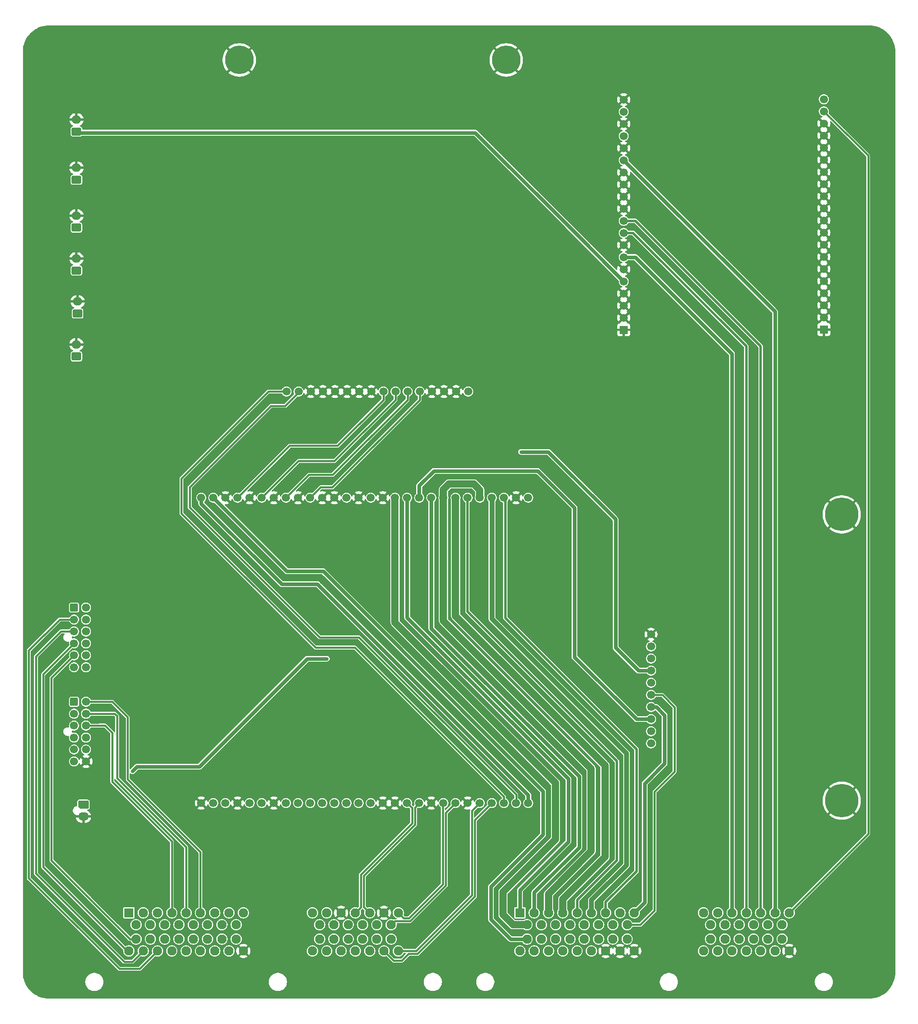
<source format=gbr>
%TF.GenerationSoftware,KiCad,Pcbnew,9.0.2*%
%TF.CreationDate,2025-06-04T19:48:03+07:00*%
%TF.ProjectId,VCU,5643552e-6b69-4636-9164-5f7063625858,rev?*%
%TF.SameCoordinates,Original*%
%TF.FileFunction,Copper,L2,Bot*%
%TF.FilePolarity,Positive*%
%FSLAX46Y46*%
G04 Gerber Fmt 4.6, Leading zero omitted, Abs format (unit mm)*
G04 Created by KiCad (PCBNEW 9.0.2) date 2025-06-04 19:48:03*
%MOMM*%
%LPD*%
G01*
G04 APERTURE LIST*
G04 Aperture macros list*
%AMRoundRect*
0 Rectangle with rounded corners*
0 $1 Rounding radius*
0 $2 $3 $4 $5 $6 $7 $8 $9 X,Y pos of 4 corners*
0 Add a 4 corners polygon primitive as box body*
4,1,4,$2,$3,$4,$5,$6,$7,$8,$9,$2,$3,0*
0 Add four circle primitives for the rounded corners*
1,1,$1+$1,$2,$3*
1,1,$1+$1,$4,$5*
1,1,$1+$1,$6,$7*
1,1,$1+$1,$8,$9*
0 Add four rect primitives between the rounded corners*
20,1,$1+$1,$2,$3,$4,$5,0*
20,1,$1+$1,$4,$5,$6,$7,0*
20,1,$1+$1,$6,$7,$8,$9,0*
20,1,$1+$1,$8,$9,$2,$3,0*%
%AMFreePoly0*
4,1,22,0.945671,0.830970,1.026777,0.776777,1.080970,0.695671,1.100000,0.600000,1.100000,-0.600000,1.080970,-0.695671,1.026777,-0.776777,0.945671,-0.830970,0.850000,-0.850000,-0.596447,-0.850000,-0.692118,-0.830970,-0.773224,-0.776777,-1.026777,-0.523224,-1.080970,-0.442118,-1.100000,-0.346447,-1.100000,0.600000,-1.080970,0.695671,-1.026777,0.776777,-0.945671,0.830970,-0.850000,0.850000,
0.850000,0.850000,0.945671,0.830970,0.945671,0.830970,$1*%
G04 Aperture macros list end*
%TA.AperFunction,ComponentPad*%
%ADD10RoundRect,0.250000X0.750000X-0.600000X0.750000X0.600000X-0.750000X0.600000X-0.750000X-0.600000X0*%
%TD*%
%TA.AperFunction,ComponentPad*%
%ADD11O,2.000000X1.700000*%
%TD*%
%TA.AperFunction,ComponentPad*%
%ADD12RoundRect,0.250000X-0.600000X-0.600000X0.600000X-0.600000X0.600000X0.600000X-0.600000X0.600000X0*%
%TD*%
%TA.AperFunction,ComponentPad*%
%ADD13C,1.700000*%
%TD*%
%TA.AperFunction,ComponentPad*%
%ADD14C,6.000000*%
%TD*%
%TA.AperFunction,ComponentPad*%
%ADD15C,7.000000*%
%TD*%
%TA.AperFunction,ComponentPad*%
%ADD16FreePoly0,0.000000*%
%TD*%
%TA.AperFunction,ComponentPad*%
%ADD17O,2.200000X1.700000*%
%TD*%
%TA.AperFunction,ComponentPad*%
%ADD18R,1.950000X1.950000*%
%TD*%
%TA.AperFunction,ComponentPad*%
%ADD19C,1.950000*%
%TD*%
%TA.AperFunction,ComponentPad*%
%ADD20R,1.700000X1.700000*%
%TD*%
%TA.AperFunction,ViaPad*%
%ADD21C,0.600000*%
%TD*%
%TA.AperFunction,Conductor*%
%ADD22C,0.800000*%
%TD*%
%TA.AperFunction,Conductor*%
%ADD23C,0.400000*%
%TD*%
%TA.AperFunction,Conductor*%
%ADD24C,0.508000*%
%TD*%
%TA.AperFunction,Conductor*%
%ADD25C,1.500000*%
%TD*%
%TA.AperFunction,Conductor*%
%ADD26C,1.000000*%
%TD*%
G04 APERTURE END LIST*
D10*
%TO.P,VCU1,1,Pin_1*%
%TO.N,5V_V*%
X175745565Y-173876387D03*
D11*
%TO.P,VCU1,2,Pin_2*%
%TO.N,GND*%
X175745565Y-171376387D03*
%TD*%
D12*
%TO.P,J9,1,Pin_1*%
%TO.N,unconnected-(J9-Pin_1-Pad1)*%
X175250000Y-226525000D03*
D13*
%TO.P,J9,2,Pin_2*%
%TO.N,WS_FR*%
X175250000Y-229025000D03*
%TO.P,J9,3,Pin_3*%
%TO.N,WS_FL*%
X175250000Y-231525000D03*
%TO.P,J9,4,Pin_4*%
%TO.N,WS_RR*%
X175250000Y-234025000D03*
%TO.P,J9,5,Pin_5*%
%TO.N,WS_RL*%
X175250000Y-236525000D03*
%TO.P,J9,6,Pin_6*%
%TO.N,unconnected-(J9-Pin_6-Pad6)*%
X175250000Y-239025000D03*
%TO.P,J9,7,Pin_7*%
%TO.N,unconnected-(J9-Pin_7-Pad7)*%
X177750000Y-226525000D03*
%TO.P,J9,8,Pin_8*%
%TO.N,ESC2_HI*%
X177750000Y-229025000D03*
%TO.P,J9,9,Pin_9*%
%TO.N,ESC2_LO*%
X177750000Y-231525000D03*
%TO.P,J9,10,Pin_10*%
%TO.N,unconnected-(J9-Pin_10-Pad10)*%
X177750000Y-234025000D03*
%TO.P,J9,11,Pin_11*%
%TO.N,unconnected-(J9-Pin_11-Pad11)*%
X177750000Y-236525000D03*
%TO.P,J9,12,Pin_12*%
%TO.N,unconnected-(J9-Pin_12-Pad12)*%
X177750000Y-239025000D03*
%TD*%
%TO.P,U4,1,+5V*%
%TO.N,5V_T*%
X257900000Y-181250000D03*
%TO.P,U4,2,GND*%
%TO.N,GND*%
X255360000Y-181250000D03*
%TO.P,U4,3,GND*%
X252820000Y-181250000D03*
%TO.P,U4,4,GND*%
X250280000Y-181250000D03*
%TO.P,U4,5,CS2*%
%TO.N,CS_T*%
X247740000Y-181250000D03*
%TO.P,U4,6,MOSI2*%
%TO.N,MOSI_T*%
X245200000Y-181250000D03*
%TO.P,U4,7,MISO2*%
%TO.N,MISO_T*%
X242660000Y-181250000D03*
%TO.P,U4,8,SCK2*%
%TO.N,SCK_T*%
X240120000Y-181250000D03*
%TO.P,U4,9,GND*%
%TO.N,GND*%
X237580000Y-181250000D03*
%TO.P,U4,10,GND*%
X235040000Y-181250000D03*
%TO.P,U4,11,GND*%
X232500000Y-181250000D03*
%TO.P,U4,12,GND*%
X229960000Y-181250000D03*
D14*
X265900000Y-111750000D03*
D13*
%TO.P,U4,13,GND*%
X227420000Y-181250000D03*
D14*
X209900000Y-111750000D03*
D13*
%TO.P,U4,14,GND*%
X224880000Y-181250000D03*
%TO.P,U4,15,GND*%
%TO.N,/SDA*%
X222340000Y-181250000D03*
%TO.P,U4,16,GND*%
%TO.N,/SCL*%
X219800000Y-181250000D03*
%TD*%
D10*
%TO.P,12V1,1,Pin_1*%
%TO.N,12V*%
X175750000Y-126750000D03*
D11*
%TO.P,12V1,2,Pin_2*%
%TO.N,GND*%
X175750000Y-124250000D03*
%TD*%
D10*
%TO.P,ALL1,1,Pin_1*%
%TO.N,5V_P*%
X175745565Y-146876387D03*
D11*
%TO.P,ALL1,2,Pin_2*%
%TO.N,GND*%
X175745565Y-144376387D03*
%TD*%
D13*
%TO.P,BSPD1,1*%
%TO.N,N/C*%
X296250000Y-255000000D03*
%TO.P,BSPD1,2*%
X296250000Y-252460000D03*
%TO.P,BSPD1,3,NC*%
%TO.N,SDC_B*%
X296250000Y-249920000D03*
%TO.P,BSPD1,4,COM*%
%TO.N,SDC_OUT*%
X296250000Y-247380000D03*
%TO.P,BSPD1,5,ThrottlePos*%
%TO.N,TPS*%
X296250000Y-244840000D03*
%TO.P,BSPD1,6,BrakePress*%
%TO.N,BRK_P*%
X296250000Y-242300000D03*
%TO.P,BSPD1,7,+5V*%
%TO.N,5V_B*%
X296250000Y-239760000D03*
%TO.P,BSPD1,8*%
%TO.N,N/C*%
X296250000Y-237220000D03*
%TO.P,BSPD1,9*%
X296250000Y-234680000D03*
%TO.P,BSPD1,10,GND*%
%TO.N,GND*%
X296250000Y-232140000D03*
D15*
%TO.P,BSPD1,12,GND*%
X336250000Y-207000000D03*
%TO.P,BSPD1,14,GND*%
X336250000Y-267000000D03*
%TD*%
D10*
%TO.P,TELEMETRY1,1,Pin_1*%
%TO.N,5V_B*%
X175995565Y-164876387D03*
D11*
%TO.P,TELEMETRY1,2,Pin_2*%
%TO.N,GND*%
X175995565Y-162376387D03*
%TD*%
D10*
%TO.P,BSPD2,1,Pin_1*%
%TO.N,5V_T*%
X175745565Y-155876387D03*
D11*
%TO.P,BSPD2,2,Pin_2*%
%TO.N,GND*%
X175745565Y-153376387D03*
%TD*%
D13*
%TO.P,U2,1,+12V*%
%TO.N,12V*%
X270500000Y-203500000D03*
%TO.P,U2,2,GND*%
%TO.N,GND*%
X267960000Y-203500000D03*
%TO.P,U2,3,Engine*%
%TO.N,ENG_RLY*%
X265420000Y-203500000D03*
%TO.P,U2,4,PDM*%
%TO.N,PDM*%
X262880000Y-203500000D03*
%TO.P,U2,5,Safety*%
%TO.N,SAFETY*%
X260340000Y-203500000D03*
%TO.P,U2,6,Hybrid*%
%TO.N,SWITCH_HY*%
X257800000Y-203500000D03*
%TO.P,U2,7,AIR*%
%TO.N,AIR*%
X255260000Y-203500000D03*
%TO.P,U2,8,Safety*%
%TO.N,SAFETY*%
X252720000Y-203500000D03*
%TO.P,U2,9,SDC_IN*%
%TO.N,SDC_IN*%
X250180000Y-203500000D03*
%TO.P,U2,10,SDC_OUT*%
%TO.N,SDC_B*%
X247640000Y-203500000D03*
%TO.P,U2,11,Brake_Light*%
%TO.N,BRAKE_LIGHT*%
X245100000Y-203500000D03*
%TO.P,U2,12,FAN_BATT*%
%TO.N,FAN_BATT*%
X242560000Y-203500000D03*
%TO.P,U2,13,GND*%
%TO.N,GND*%
X240020000Y-203500000D03*
%TO.P,U2,14,TX_TV*%
%TO.N,STM_TX*%
X237480000Y-203500000D03*
%TO.P,U2,15,GND*%
%TO.N,GND*%
X234940000Y-203500000D03*
%TO.P,U2,16,RX_TV*%
%TO.N,STM_RX*%
X232400000Y-203500000D03*
%TO.P,U2,17,GND*%
%TO.N,GND*%
X229860000Y-203500000D03*
%TO.P,U2,18,GND*%
X227320000Y-203500000D03*
%TO.P,U2,19,CS_T*%
%TO.N,CS_T*%
X224780000Y-203500000D03*
%TO.P,U2,20,GND*%
%TO.N,GND*%
X222240000Y-203500000D03*
%TO.P,U2,21,MOSI_T*%
%TO.N,MOSI_T*%
X219700000Y-203500000D03*
%TO.P,U2,22,GND*%
%TO.N,GND*%
X217160000Y-203500000D03*
%TO.P,U2,23,MISO_T*%
%TO.N,MISO_T*%
X214620000Y-203500000D03*
%TO.P,U2,24,GND*%
%TO.N,GND*%
X212080000Y-203500000D03*
%TO.P,U2,25,SCK_T*%
%TO.N,SCK_T*%
X209540000Y-203500000D03*
%TO.P,U2,26,GND*%
%TO.N,GND*%
X207000000Y-203500000D03*
%TO.P,U2,27,SWITCH*%
%TO.N,IND_SWITCH*%
X204460000Y-203500000D03*
%TO.P,U2,28,+5VA*%
%TO.N,5V_V*%
X201920000Y-203500000D03*
%TO.P,U2,29,+5V*%
X270500000Y-267500000D03*
%TO.P,U2,30,GND*%
%TO.N,/SDA*%
X267960000Y-267500000D03*
%TO.P,U2,31,GND*%
%TO.N,/SCL*%
X265420000Y-267500000D03*
%TO.P,U2,32,CANH_2*%
%TO.N,ECU_HI*%
X262880000Y-267500000D03*
%TO.P,U2,33,CANL_2*%
%TO.N,ECU_LO*%
X260340000Y-267500000D03*
%TO.P,U2,34,GND*%
%TO.N,GND*%
X257800000Y-267500000D03*
%TO.P,U2,35,CANH_1*%
%TO.N,BMS_HI*%
X255260000Y-267500000D03*
%TO.P,U2,36,CANL_1*%
%TO.N,BMS_LO*%
X252720000Y-267500000D03*
%TO.P,U2,37,GND*%
%TO.N,GND*%
X250180000Y-267500000D03*
%TO.P,U2,38,CANH_3*%
%TO.N,DISP_HI*%
X247640000Y-267500000D03*
%TO.P,U2,39,CANL_3*%
%TO.N,DISP_LO*%
X245100000Y-267500000D03*
%TO.P,U2,40,GND*%
%TO.N,GND*%
X242560000Y-267500000D03*
%TO.P,U2,41,GND*%
X240020000Y-267500000D03*
%TO.P,U2,42,AC_4*%
%TO.N,unconnected-(U2-AC_4-Pad42)*%
X237480000Y-267500000D03*
%TO.P,U2,43,AC_3*%
%TO.N,unconnected-(U2-AC_3-Pad43)*%
X234940000Y-267500000D03*
%TO.P,U2,44,AC_2*%
%TO.N,unconnected-(U2-AC_2-Pad44)*%
X232400000Y-267500000D03*
%TO.P,U2,45,Brake_pressure*%
%TO.N,BRK_P_L*%
X229860000Y-267500000D03*
%TO.P,U2,46,SUS4*%
%TO.N,SUSP4_L*%
X227320000Y-267500000D03*
%TO.P,U2,47,SUS3*%
%TO.N,SUSP3_L*%
X224780000Y-267500000D03*
%TO.P,U2,48,SUS2*%
%TO.N,SUSP2_L*%
X222240000Y-267500000D03*
%TO.P,U2,49,SUS1*%
%TO.N,SUSP1_L*%
X219700000Y-267500000D03*
%TO.P,U2,50,GND*%
%TO.N,GND*%
X217160000Y-267500000D03*
%TO.P,U2,51,RX_PNEU*%
%TO.N,RX_PNEU*%
X214620000Y-267500000D03*
%TO.P,U2,52,TX_PNEU*%
%TO.N,TX_PNEU*%
X212080000Y-267500000D03*
%TO.P,U2,53,GND*%
%TO.N,GND*%
X209540000Y-267500000D03*
%TO.P,U2,54,ANALOG2*%
%TO.N,unconnected-(U2-ANALOG2-Pad54)*%
X207000000Y-267500000D03*
%TO.P,U2,55,ANALOG1*%
%TO.N,unconnected-(U2-ANALOG1-Pad55)*%
X204460000Y-267500000D03*
%TO.P,U2,56,GND*%
%TO.N,GND*%
X201920000Y-267500000D03*
%TD*%
D16*
%TO.P,J10,1,Pin_1*%
%TO.N,12V*%
X177225000Y-267825000D03*
D17*
%TO.P,J10,2,Pin_2*%
%TO.N,GND*%
X177225000Y-270325000D03*
%TD*%
D10*
%TO.P,3V3,1,Pin_1*%
%TO.N,3V3*%
X175750000Y-136850000D03*
D11*
%TO.P,3V3,2,Pin_2*%
%TO.N,GND*%
X175750000Y-134350000D03*
%TD*%
D18*
%TO.P,J11,1,1*%
%TO.N,BRAKE_LIGHT*%
X268750000Y-290500000D03*
D19*
%TO.P,J11,2,2*%
%TO.N,SDC_IN*%
X271750000Y-290500000D03*
%TO.P,J11,3,3*%
%TO.N,SAFETY*%
X274750000Y-290500000D03*
%TO.P,J11,4,4*%
%TO.N,AIR*%
X277750000Y-290500000D03*
%TO.P,J11,5,5*%
%TO.N,SWITCH_HY*%
X280750000Y-290500000D03*
%TO.P,J11,6,6*%
%TO.N,PDM*%
X283750000Y-290500000D03*
%TO.P,J11,7,7*%
%TO.N,ENG_RLY*%
X286750000Y-290500000D03*
%TO.P,J11,8,8*%
%TO.N,unconnected-(J11-Pad8)*%
X289750000Y-290500000D03*
%TO.P,J11,9,9*%
%TO.N,SDC_OUT*%
X292750000Y-290500000D03*
%TO.P,J11,10,10*%
%TO.N,FAN_BATT*%
X270250000Y-293000000D03*
%TO.P,J11,11,11*%
%TO.N,unconnected-(J11-Pad11)*%
X273250000Y-293000000D03*
%TO.P,J11,12,12*%
%TO.N,unconnected-(J11-Pad12)*%
X276250000Y-293000000D03*
%TO.P,J11,13,13*%
%TO.N,unconnected-(J11-Pad13)*%
X279250000Y-293000000D03*
%TO.P,J11,14,14*%
%TO.N,unconnected-(J11-Pad14)*%
X282250000Y-293000000D03*
%TO.P,J11,15,15*%
%TO.N,unconnected-(J11-Pad15)*%
X285250000Y-293000000D03*
%TO.P,J11,16,16*%
%TO.N,unconnected-(J11-Pad16)*%
X288250000Y-293000000D03*
%TO.P,J11,17,17*%
%TO.N,TPS*%
X291250000Y-293000000D03*
%TO.P,J11,18,18*%
%TO.N,IND_SWITCH*%
X270250000Y-296000000D03*
%TO.P,J11,19,19*%
%TO.N,unconnected-(J11-Pad19)*%
X273250000Y-296000000D03*
%TO.P,J11,20,20*%
%TO.N,unconnected-(J11-Pad20)*%
X276250000Y-296000000D03*
%TO.P,J11,21,21*%
%TO.N,unconnected-(J11-Pad21)*%
X279250000Y-296000000D03*
%TO.P,J11,22,22*%
%TO.N,unconnected-(J11-Pad22)*%
X282250000Y-296000000D03*
%TO.P,J11,23,23*%
%TO.N,unconnected-(J11-Pad23)*%
X285250000Y-296000000D03*
%TO.P,J11,24,24*%
%TO.N,unconnected-(J11-Pad24)*%
X288250000Y-296000000D03*
%TO.P,J11,25,25*%
%TO.N,unconnected-(J11-Pad25)*%
X291250000Y-296000000D03*
%TO.P,J11,26,26*%
%TO.N,unconnected-(J11-Pad26)*%
X268750000Y-298500000D03*
%TO.P,J11,27,27*%
%TO.N,unconnected-(J11-Pad27)*%
X271750000Y-298500000D03*
%TO.P,J11,28,28*%
%TO.N,unconnected-(J11-Pad28)*%
X274750000Y-298500000D03*
%TO.P,J11,29,29*%
%TO.N,unconnected-(J11-Pad29)*%
X277750000Y-298500000D03*
%TO.P,J11,30,30*%
%TO.N,unconnected-(J11-Pad30)*%
X280750000Y-298500000D03*
%TO.P,J11,31,31*%
%TO.N,unconnected-(J11-Pad31)*%
X283750000Y-298500000D03*
%TO.P,J11,32,32*%
%TO.N,GND*%
X286750000Y-298500000D03*
%TO.P,J11,33,33*%
X289750000Y-298500000D03*
%TO.P,J11,34,34*%
X292750000Y-298500000D03*
%TO.P,J11,35,35*%
%TO.N,unconnected-(J11-Pad35)*%
X307250000Y-290500000D03*
%TO.P,J11,36,36*%
%TO.N,unconnected-(J11-Pad36)*%
X310250000Y-290500000D03*
%TO.P,J11,37,37*%
%TO.N,PNEU_DOWN*%
X313250000Y-290500000D03*
%TO.P,J11,38,38*%
%TO.N,DOWN*%
X316250000Y-290500000D03*
%TO.P,J11,39,39*%
%TO.N,UP*%
X319250000Y-290500000D03*
%TO.P,J11,40,40*%
%TO.N,PNEU_UP*%
X322250000Y-290500000D03*
%TO.P,J11,41,41*%
%TO.N,GPOS*%
X325250000Y-290500000D03*
%TO.P,J11,42,42*%
%TO.N,unconnected-(J11-Pad42)*%
X308750000Y-293000000D03*
%TO.P,J11,43,43*%
%TO.N,unconnected-(J11-Pad43)*%
X311750000Y-293000000D03*
%TO.P,J11,44,44*%
%TO.N,unconnected-(J11-Pad44)*%
X314750000Y-293000000D03*
%TO.P,J11,45,45*%
%TO.N,unconnected-(J11-Pad45)*%
X317750000Y-293000000D03*
%TO.P,J11,46,46*%
%TO.N,unconnected-(J11-Pad46)*%
X320750000Y-293000000D03*
%TO.P,J11,47,47*%
%TO.N,unconnected-(J11-Pad47)*%
X323750000Y-293000000D03*
%TO.P,J11,48,48*%
%TO.N,unconnected-(J11-Pad48)*%
X308750000Y-296000000D03*
%TO.P,J11,49,49*%
%TO.N,unconnected-(J11-Pad49)*%
X311750000Y-296000000D03*
%TO.P,J11,50,50*%
%TO.N,unconnected-(J11-Pad50)*%
X314750000Y-296000000D03*
%TO.P,J11,51,51*%
%TO.N,unconnected-(J11-Pad51)*%
X317750000Y-296000000D03*
%TO.P,J11,52,52*%
%TO.N,unconnected-(J11-Pad52)*%
X320750000Y-296000000D03*
%TO.P,J11,53,53*%
%TO.N,unconnected-(J11-Pad53)*%
X323750000Y-296000000D03*
%TO.P,J11,54,54*%
%TO.N,unconnected-(J11-Pad54)*%
X307250000Y-298500000D03*
%TO.P,J11,55,55*%
%TO.N,unconnected-(J11-Pad55)*%
X310250000Y-298500000D03*
%TO.P,J11,56,56*%
%TO.N,unconnected-(J11-Pad56)*%
X313250000Y-298500000D03*
%TO.P,J11,57,57*%
%TO.N,unconnected-(J11-Pad57)*%
X316250000Y-298500000D03*
%TO.P,J11,58,58*%
%TO.N,unconnected-(J11-Pad58)*%
X319250000Y-298500000D03*
%TO.P,J11,59,59*%
%TO.N,unconnected-(J11-Pad59)*%
X322250000Y-298500000D03*
%TO.P,J11,60,60*%
%TO.N,GND*%
X325250000Y-298500000D03*
%TD*%
D18*
%TO.P,J1,1,1*%
%TO.N,ESC1_LO*%
X186750000Y-290500000D03*
D19*
%TO.P,J1,2,2*%
%TO.N,ESC1_HI*%
X189750000Y-290500000D03*
%TO.P,J1,3,3*%
%TO.N,unconnected-(J1-Pad3)*%
X192750000Y-290500000D03*
%TO.P,J1,4,4*%
%TO.N,STEER_IN*%
X195750000Y-290500000D03*
%TO.P,J1,5,5*%
%TO.N,APPS_IN2*%
X198750000Y-290500000D03*
%TO.P,J1,6,6*%
%TO.N,APPS_IN1*%
X201750000Y-290500000D03*
%TO.P,J1,7,7*%
%TO.N,unconnected-(J1-Pad7)*%
X204750000Y-290500000D03*
%TO.P,J1,8,8*%
%TO.N,ESC2_LO*%
X207750000Y-290500000D03*
%TO.P,J1,9,9*%
%TO.N,ESC2_HI*%
X210750000Y-290500000D03*
%TO.P,J1,10,10*%
%TO.N,unconnected-(J1-Pad10)*%
X188250000Y-293000000D03*
%TO.P,J1,11,11*%
%TO.N,unconnected-(J1-Pad11)*%
X191250000Y-293000000D03*
%TO.P,J1,12,12*%
%TO.N,AMB_TEMP*%
X194250000Y-293000000D03*
%TO.P,J1,13,13*%
%TO.N,unconnected-(J1-Pad13)*%
X197250000Y-293000000D03*
%TO.P,J1,14,14*%
%TO.N,unconnected-(J1-Pad14)*%
X200250000Y-293000000D03*
%TO.P,J1,15,15*%
%TO.N,unconnected-(J1-Pad15)*%
X203250000Y-293000000D03*
%TO.P,J1,16,16*%
%TO.N,unconnected-(J1-Pad16)*%
X206250000Y-293000000D03*
%TO.P,J1,17,17*%
%TO.N,unconnected-(J1-Pad17)*%
X209250000Y-293000000D03*
%TO.P,J1,18,18*%
%TO.N,WS_RL*%
X188250000Y-296000000D03*
%TO.P,J1,19,19*%
%TO.N,unconnected-(J1-Pad19)*%
X191250000Y-296000000D03*
%TO.P,J1,20,20*%
%TO.N,unconnected-(J1-Pad20)*%
X194250000Y-296000000D03*
%TO.P,J1,21,21*%
%TO.N,unconnected-(J1-Pad21)*%
X197250000Y-296000000D03*
%TO.P,J1,22,22*%
%TO.N,unconnected-(J1-Pad22)*%
X200250000Y-296000000D03*
%TO.P,J1,23,23*%
%TO.N,unconnected-(J1-Pad23)*%
X203250000Y-296000000D03*
%TO.P,J1,24,24*%
%TO.N,unconnected-(J1-Pad24)*%
X206250000Y-296000000D03*
%TO.P,J1,25,25*%
%TO.N,unconnected-(J1-Pad25)*%
X209250000Y-296000000D03*
%TO.P,J1,26,26*%
%TO.N,WS_RR*%
X186750000Y-298500000D03*
%TO.P,J1,27,27*%
%TO.N,WS_FL*%
X189750000Y-298500000D03*
%TO.P,J1,28,28*%
%TO.N,WS_FR*%
X192750000Y-298500000D03*
%TO.P,J1,29,29*%
%TO.N,unconnected-(J1-Pad29)*%
X195750000Y-298500000D03*
%TO.P,J1,30,30*%
%TO.N,unconnected-(J1-Pad30)*%
X198750000Y-298500000D03*
%TO.P,J1,31,31*%
%TO.N,5V_P*%
X201750000Y-298500000D03*
%TO.P,J1,32,32*%
%TO.N,unconnected-(J1-Pad32)*%
X204750000Y-298500000D03*
%TO.P,J1,33,33*%
%TO.N,unconnected-(J1-Pad33)*%
X207750000Y-298500000D03*
%TO.P,J1,34,34*%
%TO.N,GND*%
X210750000Y-298500000D03*
%TO.P,J1,35,35*%
%TO.N,SUSP4*%
X225250000Y-290500000D03*
%TO.P,J1,36,36*%
%TO.N,BRK_P*%
X228250000Y-290500000D03*
%TO.P,J1,37,37*%
%TO.N,GND*%
X231250000Y-290500000D03*
%TO.P,J1,38,38*%
%TO.N,DISP_LO*%
X234250000Y-290500000D03*
%TO.P,J1,39,39*%
%TO.N,DISP_HI*%
X237250000Y-290500000D03*
%TO.P,J1,40,40*%
%TO.N,GND*%
X240250000Y-290500000D03*
%TO.P,J1,41,41*%
%TO.N,BMS_LO*%
X243250000Y-290500000D03*
%TO.P,J1,42,42*%
%TO.N,SUSP3*%
X226750000Y-293000000D03*
%TO.P,J1,43,43*%
%TO.N,unconnected-(J1-Pad43)*%
X229750000Y-293000000D03*
%TO.P,J1,44,44*%
%TO.N,unconnected-(J1-Pad44)*%
X232750000Y-293000000D03*
%TO.P,J1,45,45*%
%TO.N,unconnected-(J1-Pad45)*%
X235750000Y-293000000D03*
%TO.P,J1,46,46*%
%TO.N,unconnected-(J1-Pad46)*%
X238750000Y-293000000D03*
%TO.P,J1,47,47*%
%TO.N,BMS_HI*%
X241750000Y-293000000D03*
%TO.P,J1,48,48*%
%TO.N,SUSP2*%
X226750000Y-296000000D03*
%TO.P,J1,49,49*%
%TO.N,unconnected-(J1-Pad49)*%
X229750000Y-296000000D03*
%TO.P,J1,50,50*%
%TO.N,unconnected-(J1-Pad50)*%
X232750000Y-296000000D03*
%TO.P,J1,51,51*%
%TO.N,unconnected-(J1-Pad51)*%
X235750000Y-296000000D03*
%TO.P,J1,52,52*%
%TO.N,unconnected-(J1-Pad52)*%
X238750000Y-296000000D03*
%TO.P,J1,53,53*%
%TO.N,unconnected-(J1-Pad53)*%
X241750000Y-296000000D03*
%TO.P,J1,54,54*%
%TO.N,SUSP1*%
X225250000Y-298500000D03*
%TO.P,J1,55,55*%
%TO.N,unconnected-(J1-Pad55)*%
X228250000Y-298500000D03*
%TO.P,J1,56,56*%
%TO.N,unconnected-(J1-Pad56)*%
X231250000Y-298500000D03*
%TO.P,J1,57,57*%
%TO.N,5V_P*%
X234250000Y-298500000D03*
%TO.P,J1,58,58*%
%TO.N,unconnected-(J1-Pad58)*%
X237250000Y-298500000D03*
%TO.P,J1,59,59*%
%TO.N,ECU_HI*%
X240250000Y-298500000D03*
%TO.P,J1,60,60*%
%TO.N,ECU_LO*%
X243250000Y-298500000D03*
%TD*%
D13*
%TO.P,U1,1,GND*%
%TO.N,GND*%
X290523223Y-120052774D03*
X290523223Y-125132774D03*
X290523223Y-130212774D03*
X290523223Y-135292774D03*
X290523223Y-137832774D03*
X290523223Y-140372774D03*
X290523223Y-142912774D03*
X290523223Y-150532774D03*
X290523223Y-155612774D03*
X290523223Y-160692774D03*
X290523223Y-163232774D03*
X290523223Y-165772774D03*
D20*
X290523223Y-168312774D03*
D13*
X332500000Y-125054884D03*
X332500000Y-127594884D03*
X332500000Y-130134884D03*
X332500000Y-132674884D03*
X332500000Y-135214884D03*
X332500000Y-137754884D03*
X332500000Y-140294884D03*
X332500000Y-142834884D03*
X332500000Y-145374884D03*
X332500000Y-147914884D03*
X332500000Y-150454884D03*
X332500000Y-152994884D03*
X332500000Y-155534884D03*
X332500000Y-158074884D03*
X332500000Y-160614884D03*
X332500000Y-163154884D03*
X332500000Y-165694884D03*
D20*
X332500000Y-168234884D03*
D13*
%TO.P,U1,2,TX*%
%TO.N,TX_PNEU*%
X290523223Y-122592774D03*
%TO.P,U1,3,RX*%
%TO.N,RX_PNEU*%
X290523223Y-127672774D03*
%TO.P,U1,4,PNEU_UP*%
%TO.N,PNEU_UP*%
X290523223Y-132752774D03*
%TO.P,U1,5,UP*%
%TO.N,UP*%
X290523223Y-145452774D03*
%TO.P,U1,6,DOWN*%
%TO.N,DOWN*%
X290523223Y-147992774D03*
%TO.P,U1,7,PENU_DOWN*%
%TO.N,PNEU_DOWN*%
X290523223Y-153072774D03*
%TO.P,U1,8,+12V*%
%TO.N,12V*%
X290523223Y-158152774D03*
%TO.P,U1,9,5V_IN*%
%TO.N,5V_T*%
X332500000Y-119974884D03*
%TO.P,U1,10,GPos*%
%TO.N,GPOS*%
X332500000Y-122514884D03*
%TD*%
D12*
%TO.P,J8,1,Pin_1*%
%TO.N,STM_RX*%
X175250000Y-246275000D03*
D13*
%TO.P,J8,2,Pin_2*%
%TO.N,STM_TX*%
X175250000Y-248775000D03*
%TO.P,J8,3,Pin_3*%
%TO.N,SS*%
X175250000Y-251275000D03*
%TO.P,J8,4,Pin_4*%
%TO.N,MOSI*%
X175250000Y-253775000D03*
%TO.P,J8,5,Pin_5*%
%TO.N,MISO*%
X175250000Y-256275000D03*
%TO.P,J8,6,Pin_6*%
%TO.N,SCK*%
X175250000Y-258775000D03*
%TO.P,J8,7,Pin_7*%
%TO.N,APPS_IN1*%
X177750000Y-246275000D03*
%TO.P,J8,8,Pin_8*%
%TO.N,APPS_IN2*%
X177750000Y-248775000D03*
%TO.P,J8,9,Pin_9*%
%TO.N,STEER_IN*%
X177750000Y-251275000D03*
%TO.P,J8,10,Pin_10*%
%TO.N,ESC1_HI*%
X177750000Y-253775000D03*
%TO.P,J8,11,Pin_11*%
%TO.N,ESC1_LO*%
X177750000Y-256275000D03*
%TO.P,J8,12,Pin_12*%
%TO.N,GND*%
X177750000Y-258775000D03*
%TD*%
D21*
%TO.N,GND*%
X217000000Y-274600000D03*
X224000000Y-274400000D03*
X230800000Y-274400000D03*
X220600000Y-274400000D03*
X227400000Y-274400000D03*
%TO.N,12V*%
X228250000Y-237250000D03*
X187500000Y-260800000D03*
X278985225Y-146614775D03*
%TO.N,5V_B*%
X269000000Y-193900000D03*
%TD*%
D22*
%TO.N,SDC_B*%
X247640000Y-203500000D02*
X247640000Y-200960000D01*
X272500000Y-197900000D02*
X280200000Y-205600000D01*
X296230000Y-249900000D02*
X296250000Y-249920000D01*
X250700000Y-197900000D02*
X272500000Y-197900000D01*
X280200000Y-205600000D02*
X280200000Y-236900000D01*
X280200000Y-236900000D02*
X293200000Y-249900000D01*
X247640000Y-200960000D02*
X250700000Y-197900000D01*
X293200000Y-249900000D02*
X296230000Y-249900000D01*
%TO.N,12V*%
X177000000Y-127000000D02*
X176000000Y-127000000D01*
X187500000Y-260800000D02*
X188400000Y-259900000D01*
X224150000Y-237250000D02*
X228250000Y-237250000D01*
X259370450Y-127000000D02*
X177000000Y-127000000D01*
X290523223Y-158152774D02*
X278985225Y-146614775D01*
X188400000Y-259900000D02*
X201500000Y-259900000D01*
X201500000Y-259900000D02*
X224150000Y-237250000D01*
X278985225Y-146614775D02*
X259370450Y-127000000D01*
X176000000Y-127000000D02*
X175750000Y-126750000D01*
X177000000Y-127000000D02*
X175750000Y-127000000D01*
D23*
%TO.N,ECU_LO*%
X258700000Y-269140000D02*
X260340000Y-267500000D01*
X258700000Y-286800000D02*
X258700000Y-269140000D01*
X247000000Y-298500000D02*
X258700000Y-286800000D01*
X243250000Y-298500000D02*
X247000000Y-298500000D01*
%TO.N,DISP_HI*%
X236000000Y-289250000D02*
X237250000Y-290500000D01*
X247640000Y-267500000D02*
X246750000Y-268390000D01*
X236000000Y-282750000D02*
X236000000Y-289250000D01*
X246750000Y-268390000D02*
X246750000Y-272000000D01*
X246750000Y-272000000D02*
X236000000Y-282750000D01*
%TO.N,BMS_LO*%
X245451000Y-291649000D02*
X252600000Y-284500000D01*
X244399000Y-291649000D02*
X245451000Y-291649000D01*
X252600000Y-284500000D02*
X252600000Y-267620000D01*
X252600000Y-267620000D02*
X252720000Y-267500000D01*
X243250000Y-290500000D02*
X244399000Y-291649000D01*
%TO.N,ECU_HI*%
X259301000Y-287048942D02*
X259301000Y-271079000D01*
X242250000Y-300500000D02*
X244000000Y-300500000D01*
X247248942Y-299101000D02*
X259301000Y-287048942D01*
X240250000Y-298500000D02*
X242250000Y-300500000D01*
X244000000Y-300500000D02*
X245399000Y-299101000D01*
X259301000Y-271079000D02*
X262880000Y-267500000D01*
X245399000Y-299101000D02*
X247248942Y-299101000D01*
D22*
%TO.N,IND_SWITCH*%
X204460000Y-203500000D02*
X219860000Y-218900000D01*
X262700000Y-285000000D02*
X262700000Y-291900000D01*
X273600000Y-265000000D02*
X273600000Y-274100000D01*
X273600000Y-274100000D02*
X262700000Y-285000000D01*
X262700000Y-291900000D02*
X266800000Y-296000000D01*
X266800000Y-296000000D02*
X270250000Y-296000000D01*
X219860000Y-218900000D02*
X227500000Y-218900000D01*
X227500000Y-218900000D02*
X273600000Y-265000000D01*
D23*
%TO.N,BMS_HI*%
X253201000Y-269559000D02*
X253201000Y-284748942D01*
X253201000Y-284748942D02*
X245699942Y-292250000D01*
X242500000Y-292250000D02*
X241750000Y-293000000D01*
X245699942Y-292250000D02*
X242500000Y-292250000D01*
X255260000Y-267500000D02*
X253201000Y-269559000D01*
%TO.N,TPS*%
X291250000Y-293000000D02*
X294000000Y-293000000D01*
X297000000Y-265100000D02*
X301200000Y-260900000D01*
X294000000Y-293000000D02*
X297000000Y-290000000D01*
X301200000Y-247400000D02*
X298640000Y-244840000D01*
X301200000Y-260900000D02*
X301200000Y-247400000D01*
X298640000Y-244840000D02*
X296250000Y-244840000D01*
X297000000Y-290000000D02*
X297000000Y-265100000D01*
%TO.N,DISP_LO*%
X246149000Y-271751058D02*
X235399000Y-282501058D01*
X245100000Y-267500000D02*
X246149000Y-268549000D01*
X246149000Y-268549000D02*
X246149000Y-271751058D01*
X235399000Y-289351000D02*
X234250000Y-290500000D01*
X235399000Y-282501058D02*
X235399000Y-289351000D01*
%TO.N,STEER_IN*%
X183250000Y-252750000D02*
X181750000Y-251250000D01*
X181750000Y-251250000D02*
X180500000Y-251250000D01*
X195750000Y-290500000D02*
X195750000Y-275500000D01*
X180500000Y-251250000D02*
X180475000Y-251275000D01*
X183250000Y-263000000D02*
X183250000Y-252750000D01*
X180475000Y-251275000D02*
X177750000Y-251275000D01*
X195750000Y-275500000D02*
X183250000Y-263000000D01*
D24*
%TO.N,ENG_RLY*%
X286750000Y-288250000D02*
X286750000Y-290500000D01*
X293200000Y-281800000D02*
X286750000Y-288250000D01*
X265700000Y-203780000D02*
X265700000Y-228700000D01*
X265420000Y-203500000D02*
X265700000Y-203780000D01*
X265700000Y-228700000D02*
X293200000Y-256200000D01*
X293200000Y-256200000D02*
X293200000Y-281800000D01*
D23*
%TO.N,APPS_IN1*%
X201750000Y-290500000D02*
X201750000Y-277775000D01*
X201750000Y-277775000D02*
X186500000Y-262525000D01*
X186500000Y-262525000D02*
X186500000Y-249500000D01*
X186500000Y-249500000D02*
X183275000Y-246275000D01*
X183275000Y-246275000D02*
X177750000Y-246275000D01*
%TO.N,APPS_IN2*%
X183775000Y-248775000D02*
X184250000Y-249250000D01*
X184250000Y-262250000D02*
X198750000Y-276750000D01*
X198750000Y-276750000D02*
X198750000Y-290500000D01*
X177750000Y-248775000D02*
X183775000Y-248775000D01*
X184250000Y-249250000D02*
X184250000Y-262250000D01*
D25*
%TO.N,AIR*%
X286600000Y-278800000D02*
X286600000Y-259600000D01*
X277750000Y-290500000D02*
X277750000Y-287650000D01*
X277750000Y-287650000D02*
X286600000Y-278800000D01*
X286600000Y-259600000D02*
X255260000Y-228260000D01*
X255260000Y-228260000D02*
X255260000Y-203500000D01*
D24*
%TO.N,SWITCH_HY*%
X280750000Y-287850000D02*
X280750000Y-290500000D01*
X257750000Y-203550000D02*
X257750000Y-227350000D01*
X257750000Y-227350000D02*
X289100000Y-258700000D01*
X289100000Y-279500000D02*
X280750000Y-287850000D01*
X289100000Y-258700000D02*
X289100000Y-279500000D01*
X257800000Y-203500000D02*
X257750000Y-203550000D01*
D23*
%TO.N,WS_FL*%
X187500000Y-300750000D02*
X189750000Y-298500000D01*
X175250000Y-231525000D02*
X172475000Y-231525000D01*
X167250000Y-282250000D02*
X185750000Y-300750000D01*
X185750000Y-300750000D02*
X187500000Y-300750000D01*
X172475000Y-231525000D02*
X167250000Y-236750000D01*
X167250000Y-236750000D02*
X167250000Y-282250000D01*
%TO.N,WS_FR*%
X172225000Y-229025000D02*
X175250000Y-229025000D01*
X165750000Y-283250000D02*
X165750000Y-235500000D01*
X165750000Y-235500000D02*
X172225000Y-229025000D01*
X192750000Y-298500000D02*
X189000000Y-302250000D01*
X189000000Y-302250000D02*
X184750000Y-302250000D01*
X184750000Y-302250000D02*
X165750000Y-283250000D01*
%TO.N,WS_RL*%
X188250000Y-296000000D02*
X187000000Y-296000000D01*
X187000000Y-296000000D02*
X170500000Y-279500000D01*
X170500000Y-279500000D02*
X170500000Y-241275000D01*
X170500000Y-241275000D02*
X175250000Y-236525000D01*
%TO.N,WS_RR*%
X168750000Y-280875000D02*
X186375000Y-298500000D01*
X175250000Y-234025000D02*
X168750000Y-240525000D01*
X168750000Y-240525000D02*
X168750000Y-280875000D01*
X186375000Y-298500000D02*
X186750000Y-298500000D01*
%TO.N,SCK_T*%
X240120000Y-181250000D02*
X240120000Y-182975000D01*
X240120000Y-182975000D02*
X230495000Y-192600000D01*
X230495000Y-192600000D02*
X220440000Y-192600000D01*
X220440000Y-192600000D02*
X209540000Y-203500000D01*
%TO.N,MISO_T*%
X242660000Y-181250000D02*
X242660000Y-182975000D01*
X242660000Y-182975000D02*
X229835000Y-195800000D01*
X229835000Y-195800000D02*
X222320000Y-195800000D01*
X222320000Y-195800000D02*
X214620000Y-203500000D01*
%TO.N,MOSI_T*%
X245200000Y-181250000D02*
X245200000Y-182975000D01*
X224500000Y-198700000D02*
X219700000Y-203500000D01*
X245200000Y-182975000D02*
X229475000Y-198700000D01*
X229475000Y-198700000D02*
X224500000Y-198700000D01*
%TO.N,CS_T*%
X226980000Y-201300000D02*
X224780000Y-203500000D01*
X229415000Y-201300000D02*
X226980000Y-201300000D01*
X247740000Y-181250000D02*
X247740000Y-182975000D01*
X247740000Y-182975000D02*
X229415000Y-201300000D01*
D25*
%TO.N,SAFETY*%
X260340000Y-201840000D02*
X260340000Y-203500000D01*
X283700000Y-260300000D02*
X252720000Y-229320000D01*
X259100000Y-200600000D02*
X260340000Y-201840000D01*
X253900000Y-200600000D02*
X259100000Y-200600000D01*
X252720000Y-201780000D02*
X253900000Y-200600000D01*
X252720000Y-229320000D02*
X252720000Y-203500000D01*
X283700000Y-277600000D02*
X283700000Y-260300000D01*
X274750000Y-290500000D02*
X274750000Y-286550000D01*
X274750000Y-286550000D02*
X283700000Y-277600000D01*
X252720000Y-203500000D02*
X252720000Y-201780000D01*
D22*
%TO.N,SDC_IN*%
X250180000Y-230880000D02*
X250180000Y-203500000D01*
X281200000Y-261900000D02*
X250180000Y-230880000D01*
X271750000Y-290500000D02*
X271750000Y-286250000D01*
X271750000Y-286250000D02*
X281200000Y-276800000D01*
X281200000Y-276800000D02*
X281200000Y-261900000D01*
D25*
%TO.N,FAN_BATT*%
X276200000Y-263300000D02*
X276200000Y-275100000D01*
X267300000Y-293000000D02*
X270250000Y-293000000D01*
X265200000Y-286100000D02*
X265200000Y-290900000D01*
X242560000Y-203500000D02*
X242560000Y-229660000D01*
X265200000Y-290900000D02*
X267300000Y-293000000D01*
X276200000Y-275100000D02*
X265200000Y-286100000D01*
X242560000Y-229660000D02*
X276200000Y-263300000D01*
D22*
%TO.N,BRAKE_LIGHT*%
X278900000Y-262400000D02*
X278900000Y-275600000D01*
X245100000Y-228600000D02*
X278900000Y-262400000D01*
X278900000Y-275600000D02*
X268750000Y-285750000D01*
X268750000Y-285750000D02*
X268750000Y-290500000D01*
X245100000Y-203500000D02*
X245100000Y-228600000D01*
%TO.N,SDC_OUT*%
X294900000Y-288350000D02*
X292750000Y-290500000D01*
X297380000Y-247380000D02*
X299100000Y-249100000D01*
X296250000Y-247380000D02*
X297380000Y-247380000D01*
X299100000Y-259200000D02*
X294900000Y-263400000D01*
X294900000Y-263400000D02*
X294900000Y-288350000D01*
X299100000Y-249100000D02*
X299100000Y-259200000D01*
D26*
%TO.N,PDM*%
X262900000Y-203520000D02*
X262900000Y-228900000D01*
X262900000Y-228900000D02*
X291100000Y-257100000D01*
X291100000Y-280500000D02*
X283750000Y-287850000D01*
X291100000Y-257100000D02*
X291100000Y-280500000D01*
X262880000Y-203500000D02*
X262900000Y-203520000D01*
X283750000Y-287850000D02*
X283750000Y-290500000D01*
D23*
%TO.N,/SCL*%
X216000000Y-181250000D02*
X219800000Y-181250000D01*
X265420000Y-266170000D02*
X234149000Y-234899000D01*
X265420000Y-267500000D02*
X265420000Y-266170000D01*
X197750000Y-206750000D02*
X197750000Y-199500000D01*
X225899000Y-234899000D02*
X197750000Y-206750000D01*
X197750000Y-199500000D02*
X216000000Y-181250000D01*
X234149000Y-234899000D02*
X225899000Y-234899000D01*
%TO.N,/SDA*%
X216500000Y-184250000D02*
X219500000Y-184250000D01*
X219500000Y-184250000D02*
X222340000Y-181410000D01*
X199500000Y-201250000D02*
X216500000Y-184250000D01*
X235000000Y-232750000D02*
X226750000Y-232750000D01*
X267961751Y-267634145D02*
X267961751Y-265711751D01*
X222340000Y-181410000D02*
X222340000Y-181250000D01*
X199500000Y-205500000D02*
X199500000Y-201250000D01*
X267961751Y-265711751D02*
X235000000Y-232750000D01*
X226750000Y-232750000D02*
X199500000Y-205500000D01*
D22*
%TO.N,5V_B*%
X293660000Y-239760000D02*
X296250000Y-239760000D01*
X269000000Y-193900000D02*
X274700000Y-193900000D01*
X288800000Y-208000000D02*
X288800000Y-234900000D01*
X274700000Y-193900000D02*
X288800000Y-208000000D01*
X288800000Y-234900000D02*
X293660000Y-239760000D01*
%TO.N,5V_V*%
X201920000Y-204720000D02*
X201920000Y-203500000D01*
X270500000Y-265800000D02*
X226300000Y-221600000D01*
X270500000Y-267500000D02*
X270500000Y-265800000D01*
X218800000Y-221600000D02*
X201920000Y-204720000D01*
X226300000Y-221600000D02*
X218800000Y-221600000D01*
%TO.N,PNEU_UP*%
X290523223Y-132752774D02*
X322250000Y-164479551D01*
X322250000Y-164479551D02*
X322250000Y-290500000D01*
%TO.N,PNEU_DOWN*%
X290523223Y-153072774D02*
X292972774Y-153072774D01*
X292972774Y-153072774D02*
X313250000Y-173350000D01*
X313250000Y-173350000D02*
X313250000Y-290500000D01*
D24*
%TO.N,UP*%
X319250000Y-171750000D02*
X319250000Y-290500000D01*
X292952774Y-145452774D02*
X319250000Y-171750000D01*
X290523223Y-145452774D02*
X292952774Y-145452774D01*
%TO.N,DOWN*%
X292492774Y-147992774D02*
X290523223Y-147992774D01*
X316250000Y-171750000D02*
X292492774Y-147992774D01*
X316250000Y-290500000D02*
X316250000Y-171750000D01*
D23*
%TO.N,GPOS*%
X332500000Y-122514884D02*
X341800000Y-131814884D01*
X341800000Y-273950000D02*
X325250000Y-290500000D01*
X341800000Y-131814884D02*
X341800000Y-273950000D01*
%TD*%
%TA.AperFunction,Conductor*%
%TO.N,GND*%
G36*
X342002562Y-104500605D02*
G01*
X342449036Y-104519072D01*
X342459209Y-104519915D01*
X342900114Y-104574873D01*
X342910194Y-104576555D01*
X343345042Y-104667733D01*
X343354950Y-104670242D01*
X343780786Y-104797019D01*
X343790454Y-104800338D01*
X344131430Y-104933388D01*
X344204339Y-104961838D01*
X344213724Y-104965954D01*
X344612869Y-105161083D01*
X344621877Y-105165958D01*
X345003544Y-105393383D01*
X345012123Y-105398989D01*
X345373693Y-105657144D01*
X345381775Y-105663435D01*
X345720796Y-105950571D01*
X345728336Y-105957512D01*
X346042487Y-106271663D01*
X346049428Y-106279203D01*
X346336564Y-106618224D01*
X346342859Y-106626312D01*
X346601010Y-106987876D01*
X346606616Y-106996455D01*
X346834041Y-107378122D01*
X346838919Y-107387136D01*
X347034045Y-107786275D01*
X347038161Y-107795660D01*
X347199656Y-108209533D01*
X347202984Y-108219226D01*
X347329753Y-108645036D01*
X347332269Y-108654971D01*
X347423441Y-109089791D01*
X347425128Y-109099900D01*
X347480082Y-109540769D01*
X347480928Y-109550983D01*
X347499394Y-109997437D01*
X347499500Y-110002561D01*
X347499500Y-302997438D01*
X347499394Y-303002562D01*
X347480928Y-303449016D01*
X347480082Y-303459230D01*
X347425128Y-303900099D01*
X347423441Y-303910208D01*
X347332269Y-304345028D01*
X347329753Y-304354963D01*
X347202984Y-304780773D01*
X347199656Y-304790466D01*
X347038161Y-305204339D01*
X347034045Y-305213724D01*
X346838919Y-305612863D01*
X346834041Y-305621877D01*
X346606616Y-306003544D01*
X346601010Y-306012123D01*
X346342859Y-306373687D01*
X346336564Y-306381775D01*
X346049428Y-306720796D01*
X346042487Y-306728336D01*
X345728336Y-307042487D01*
X345720796Y-307049428D01*
X345381775Y-307336564D01*
X345373687Y-307342859D01*
X345012123Y-307601010D01*
X345003544Y-307606616D01*
X344621877Y-307834041D01*
X344612863Y-307838919D01*
X344213724Y-308034045D01*
X344204339Y-308038161D01*
X343790466Y-308199656D01*
X343780773Y-308202984D01*
X343354963Y-308329753D01*
X343345028Y-308332269D01*
X342910208Y-308423441D01*
X342900099Y-308425128D01*
X342459230Y-308480082D01*
X342449016Y-308480928D01*
X342002563Y-308499394D01*
X341997439Y-308499500D01*
X170002561Y-308499500D01*
X169997437Y-308499394D01*
X169550983Y-308480928D01*
X169540769Y-308480082D01*
X169099900Y-308425128D01*
X169089791Y-308423441D01*
X168654971Y-308332269D01*
X168645036Y-308329753D01*
X168219226Y-308202984D01*
X168209533Y-308199656D01*
X167795660Y-308038161D01*
X167786275Y-308034045D01*
X167387136Y-307838919D01*
X167378122Y-307834041D01*
X166996455Y-307606616D01*
X166987876Y-307601010D01*
X166626312Y-307342859D01*
X166618224Y-307336564D01*
X166279203Y-307049428D01*
X166271663Y-307042487D01*
X165957512Y-306728336D01*
X165950571Y-306720796D01*
X165663431Y-306381770D01*
X165657140Y-306373687D01*
X165572953Y-306255776D01*
X165398989Y-306012123D01*
X165393383Y-306003544D01*
X165165958Y-305621877D01*
X165161080Y-305612863D01*
X165160759Y-305612207D01*
X164965954Y-305213724D01*
X164961838Y-305204339D01*
X164849503Y-304916451D01*
X164833501Y-304875441D01*
X177599500Y-304875441D01*
X177599500Y-305124558D01*
X177599501Y-305124575D01*
X177632017Y-305371561D01*
X177696498Y-305612207D01*
X177791830Y-305842361D01*
X177791837Y-305842376D01*
X177916400Y-306058126D01*
X178068060Y-306255774D01*
X178068066Y-306255781D01*
X178244218Y-306431933D01*
X178244225Y-306431939D01*
X178441873Y-306583599D01*
X178657623Y-306708162D01*
X178657638Y-306708169D01*
X178706326Y-306728336D01*
X178887793Y-306803502D01*
X179128435Y-306867982D01*
X179375435Y-306900500D01*
X179375442Y-306900500D01*
X179624558Y-306900500D01*
X179624565Y-306900500D01*
X179871565Y-306867982D01*
X180112207Y-306803502D01*
X180342373Y-306708164D01*
X180558127Y-306583599D01*
X180755776Y-306431938D01*
X180931938Y-306255776D01*
X181083599Y-306058127D01*
X181208164Y-305842373D01*
X181303502Y-305612207D01*
X181367982Y-305371565D01*
X181400500Y-305124565D01*
X181400500Y-304875441D01*
X216099500Y-304875441D01*
X216099500Y-305124558D01*
X216099501Y-305124575D01*
X216132017Y-305371561D01*
X216196498Y-305612207D01*
X216291830Y-305842361D01*
X216291837Y-305842376D01*
X216416400Y-306058126D01*
X216568060Y-306255774D01*
X216568066Y-306255781D01*
X216744218Y-306431933D01*
X216744225Y-306431939D01*
X216941873Y-306583599D01*
X217157623Y-306708162D01*
X217157638Y-306708169D01*
X217206326Y-306728336D01*
X217387793Y-306803502D01*
X217628435Y-306867982D01*
X217875435Y-306900500D01*
X217875442Y-306900500D01*
X218124558Y-306900500D01*
X218124565Y-306900500D01*
X218371565Y-306867982D01*
X218612207Y-306803502D01*
X218842373Y-306708164D01*
X219058127Y-306583599D01*
X219255776Y-306431938D01*
X219431938Y-306255776D01*
X219583599Y-306058127D01*
X219708164Y-305842373D01*
X219803502Y-305612207D01*
X219867982Y-305371565D01*
X219900500Y-305124565D01*
X219900500Y-304875441D01*
X248599500Y-304875441D01*
X248599500Y-305124558D01*
X248599501Y-305124575D01*
X248632017Y-305371561D01*
X248696498Y-305612207D01*
X248791830Y-305842361D01*
X248791837Y-305842376D01*
X248916400Y-306058126D01*
X249068060Y-306255774D01*
X249068066Y-306255781D01*
X249244218Y-306431933D01*
X249244225Y-306431939D01*
X249441873Y-306583599D01*
X249657623Y-306708162D01*
X249657638Y-306708169D01*
X249706326Y-306728336D01*
X249887793Y-306803502D01*
X250128435Y-306867982D01*
X250375435Y-306900500D01*
X250375442Y-306900500D01*
X250624558Y-306900500D01*
X250624565Y-306900500D01*
X250871565Y-306867982D01*
X251112207Y-306803502D01*
X251342373Y-306708164D01*
X251558127Y-306583599D01*
X251755776Y-306431938D01*
X251931938Y-306255776D01*
X252083599Y-306058127D01*
X252208164Y-305842373D01*
X252303502Y-305612207D01*
X252367982Y-305371565D01*
X252400500Y-305124565D01*
X252400500Y-304875441D01*
X259599500Y-304875441D01*
X259599500Y-305124558D01*
X259599501Y-305124575D01*
X259632017Y-305371561D01*
X259696498Y-305612207D01*
X259791830Y-305842361D01*
X259791837Y-305842376D01*
X259916400Y-306058126D01*
X260068060Y-306255774D01*
X260068066Y-306255781D01*
X260244218Y-306431933D01*
X260244225Y-306431939D01*
X260441873Y-306583599D01*
X260657623Y-306708162D01*
X260657638Y-306708169D01*
X260706326Y-306728336D01*
X260887793Y-306803502D01*
X261128435Y-306867982D01*
X261375435Y-306900500D01*
X261375442Y-306900500D01*
X261624558Y-306900500D01*
X261624565Y-306900500D01*
X261871565Y-306867982D01*
X262112207Y-306803502D01*
X262342373Y-306708164D01*
X262558127Y-306583599D01*
X262755776Y-306431938D01*
X262931938Y-306255776D01*
X263083599Y-306058127D01*
X263208164Y-305842373D01*
X263303502Y-305612207D01*
X263367982Y-305371565D01*
X263400500Y-305124565D01*
X263400500Y-304875441D01*
X298099500Y-304875441D01*
X298099500Y-305124558D01*
X298099501Y-305124575D01*
X298132017Y-305371561D01*
X298196498Y-305612207D01*
X298291830Y-305842361D01*
X298291837Y-305842376D01*
X298416400Y-306058126D01*
X298568060Y-306255774D01*
X298568066Y-306255781D01*
X298744218Y-306431933D01*
X298744225Y-306431939D01*
X298941873Y-306583599D01*
X299157623Y-306708162D01*
X299157638Y-306708169D01*
X299206326Y-306728336D01*
X299387793Y-306803502D01*
X299628435Y-306867982D01*
X299875435Y-306900500D01*
X299875442Y-306900500D01*
X300124558Y-306900500D01*
X300124565Y-306900500D01*
X300371565Y-306867982D01*
X300612207Y-306803502D01*
X300842373Y-306708164D01*
X301058127Y-306583599D01*
X301255776Y-306431938D01*
X301431938Y-306255776D01*
X301583599Y-306058127D01*
X301708164Y-305842373D01*
X301803502Y-305612207D01*
X301867982Y-305371565D01*
X301900500Y-305124565D01*
X301900500Y-304875441D01*
X330599500Y-304875441D01*
X330599500Y-305124558D01*
X330599501Y-305124575D01*
X330632017Y-305371561D01*
X330696498Y-305612207D01*
X330791830Y-305842361D01*
X330791837Y-305842376D01*
X330916400Y-306058126D01*
X331068060Y-306255774D01*
X331068066Y-306255781D01*
X331244218Y-306431933D01*
X331244225Y-306431939D01*
X331441873Y-306583599D01*
X331657623Y-306708162D01*
X331657638Y-306708169D01*
X331706326Y-306728336D01*
X331887793Y-306803502D01*
X332128435Y-306867982D01*
X332375435Y-306900500D01*
X332375442Y-306900500D01*
X332624558Y-306900500D01*
X332624565Y-306900500D01*
X332871565Y-306867982D01*
X333112207Y-306803502D01*
X333342373Y-306708164D01*
X333558127Y-306583599D01*
X333755776Y-306431938D01*
X333931938Y-306255776D01*
X334083599Y-306058127D01*
X334208164Y-305842373D01*
X334303502Y-305612207D01*
X334367982Y-305371565D01*
X334400500Y-305124565D01*
X334400500Y-304875435D01*
X334367982Y-304628435D01*
X334303502Y-304387793D01*
X334208164Y-304157627D01*
X334083599Y-303941873D01*
X333931938Y-303744224D01*
X333931933Y-303744218D01*
X333755781Y-303568066D01*
X333755774Y-303568060D01*
X333558126Y-303416400D01*
X333342376Y-303291837D01*
X333342361Y-303291830D01*
X333112207Y-303196498D01*
X332871561Y-303132017D01*
X332624575Y-303099501D01*
X332624570Y-303099500D01*
X332624565Y-303099500D01*
X332375435Y-303099500D01*
X332375429Y-303099500D01*
X332375424Y-303099501D01*
X332128438Y-303132017D01*
X331887792Y-303196498D01*
X331657638Y-303291830D01*
X331657623Y-303291837D01*
X331441873Y-303416400D01*
X331244225Y-303568060D01*
X331244218Y-303568066D01*
X331068066Y-303744218D01*
X331068060Y-303744225D01*
X330916400Y-303941873D01*
X330791837Y-304157623D01*
X330791830Y-304157638D01*
X330696498Y-304387792D01*
X330632017Y-304628438D01*
X330599501Y-304875424D01*
X330599500Y-304875441D01*
X301900500Y-304875441D01*
X301900500Y-304875435D01*
X301867982Y-304628435D01*
X301803502Y-304387793D01*
X301708164Y-304157627D01*
X301583599Y-303941873D01*
X301431938Y-303744224D01*
X301431933Y-303744218D01*
X301255781Y-303568066D01*
X301255774Y-303568060D01*
X301058126Y-303416400D01*
X300842376Y-303291837D01*
X300842361Y-303291830D01*
X300612207Y-303196498D01*
X300371561Y-303132017D01*
X300124575Y-303099501D01*
X300124570Y-303099500D01*
X300124565Y-303099500D01*
X299875435Y-303099500D01*
X299875429Y-303099500D01*
X299875424Y-303099501D01*
X299628438Y-303132017D01*
X299387792Y-303196498D01*
X299157638Y-303291830D01*
X299157623Y-303291837D01*
X298941873Y-303416400D01*
X298744225Y-303568060D01*
X298744218Y-303568066D01*
X298568066Y-303744218D01*
X298568060Y-303744225D01*
X298416400Y-303941873D01*
X298291837Y-304157623D01*
X298291830Y-304157638D01*
X298196498Y-304387792D01*
X298132017Y-304628438D01*
X298099501Y-304875424D01*
X298099500Y-304875441D01*
X263400500Y-304875441D01*
X263400500Y-304875435D01*
X263367982Y-304628435D01*
X263303502Y-304387793D01*
X263208164Y-304157627D01*
X263083599Y-303941873D01*
X262931938Y-303744224D01*
X262931933Y-303744218D01*
X262755781Y-303568066D01*
X262755774Y-303568060D01*
X262558126Y-303416400D01*
X262342376Y-303291837D01*
X262342361Y-303291830D01*
X262112207Y-303196498D01*
X261871561Y-303132017D01*
X261624575Y-303099501D01*
X261624570Y-303099500D01*
X261624565Y-303099500D01*
X261375435Y-303099500D01*
X261375429Y-303099500D01*
X261375424Y-303099501D01*
X261128438Y-303132017D01*
X260887792Y-303196498D01*
X260657638Y-303291830D01*
X260657623Y-303291837D01*
X260441873Y-303416400D01*
X260244225Y-303568060D01*
X260244218Y-303568066D01*
X260068066Y-303744218D01*
X260068060Y-303744225D01*
X259916400Y-303941873D01*
X259791837Y-304157623D01*
X259791830Y-304157638D01*
X259696498Y-304387792D01*
X259632017Y-304628438D01*
X259599501Y-304875424D01*
X259599500Y-304875441D01*
X252400500Y-304875441D01*
X252400500Y-304875435D01*
X252367982Y-304628435D01*
X252303502Y-304387793D01*
X252208164Y-304157627D01*
X252083599Y-303941873D01*
X251931938Y-303744224D01*
X251931933Y-303744218D01*
X251755781Y-303568066D01*
X251755774Y-303568060D01*
X251558126Y-303416400D01*
X251342376Y-303291837D01*
X251342361Y-303291830D01*
X251112207Y-303196498D01*
X250871561Y-303132017D01*
X250624575Y-303099501D01*
X250624570Y-303099500D01*
X250624565Y-303099500D01*
X250375435Y-303099500D01*
X250375429Y-303099500D01*
X250375424Y-303099501D01*
X250128438Y-303132017D01*
X249887792Y-303196498D01*
X249657638Y-303291830D01*
X249657623Y-303291837D01*
X249441873Y-303416400D01*
X249244225Y-303568060D01*
X249244218Y-303568066D01*
X249068066Y-303744218D01*
X249068060Y-303744225D01*
X248916400Y-303941873D01*
X248791837Y-304157623D01*
X248791830Y-304157638D01*
X248696498Y-304387792D01*
X248632017Y-304628438D01*
X248599501Y-304875424D01*
X248599500Y-304875441D01*
X219900500Y-304875441D01*
X219900500Y-304875435D01*
X219867982Y-304628435D01*
X219803502Y-304387793D01*
X219708164Y-304157627D01*
X219583599Y-303941873D01*
X219431938Y-303744224D01*
X219431933Y-303744218D01*
X219255781Y-303568066D01*
X219255774Y-303568060D01*
X219058126Y-303416400D01*
X218842376Y-303291837D01*
X218842361Y-303291830D01*
X218612207Y-303196498D01*
X218371561Y-303132017D01*
X218124575Y-303099501D01*
X218124570Y-303099500D01*
X218124565Y-303099500D01*
X217875435Y-303099500D01*
X217875429Y-303099500D01*
X217875424Y-303099501D01*
X217628438Y-303132017D01*
X217387792Y-303196498D01*
X217157638Y-303291830D01*
X217157623Y-303291837D01*
X216941873Y-303416400D01*
X216744225Y-303568060D01*
X216744218Y-303568066D01*
X216568066Y-303744218D01*
X216568060Y-303744225D01*
X216416400Y-303941873D01*
X216291837Y-304157623D01*
X216291830Y-304157638D01*
X216196498Y-304387792D01*
X216132017Y-304628438D01*
X216099501Y-304875424D01*
X216099500Y-304875441D01*
X181400500Y-304875441D01*
X181400500Y-304875435D01*
X181367982Y-304628435D01*
X181303502Y-304387793D01*
X181208164Y-304157627D01*
X181083599Y-303941873D01*
X180931938Y-303744224D01*
X180931933Y-303744218D01*
X180755781Y-303568066D01*
X180755774Y-303568060D01*
X180558126Y-303416400D01*
X180342376Y-303291837D01*
X180342361Y-303291830D01*
X180112207Y-303196498D01*
X179871561Y-303132017D01*
X179624575Y-303099501D01*
X179624570Y-303099500D01*
X179624565Y-303099500D01*
X179375435Y-303099500D01*
X179375429Y-303099500D01*
X179375424Y-303099501D01*
X179128438Y-303132017D01*
X178887792Y-303196498D01*
X178657638Y-303291830D01*
X178657623Y-303291837D01*
X178441873Y-303416400D01*
X178244225Y-303568060D01*
X178244218Y-303568066D01*
X178068066Y-303744218D01*
X178068060Y-303744225D01*
X177916400Y-303941873D01*
X177791837Y-304157623D01*
X177791830Y-304157638D01*
X177696498Y-304387792D01*
X177632017Y-304628438D01*
X177599501Y-304875424D01*
X177599500Y-304875441D01*
X164833501Y-304875441D01*
X164800338Y-304790454D01*
X164797019Y-304780786D01*
X164670242Y-304354950D01*
X164667733Y-304345042D01*
X164576555Y-303910194D01*
X164574873Y-303900114D01*
X164519915Y-303459209D01*
X164519072Y-303449036D01*
X164500606Y-303002562D01*
X164500500Y-302997438D01*
X164500500Y-235447273D01*
X165349500Y-235447273D01*
X165349500Y-283302726D01*
X165376793Y-283404589D01*
X165403156Y-283450250D01*
X165429520Y-283495913D01*
X165429521Y-283495914D01*
X165429522Y-283495915D01*
X184425179Y-302491571D01*
X184425189Y-302491582D01*
X184429519Y-302495912D01*
X184429520Y-302495913D01*
X184504087Y-302570480D01*
X184595413Y-302623207D01*
X184697273Y-302650501D01*
X184697275Y-302650501D01*
X184810323Y-302650501D01*
X184810339Y-302650500D01*
X189052725Y-302650500D01*
X189052727Y-302650500D01*
X189154588Y-302623207D01*
X189245913Y-302570480D01*
X192190879Y-299625512D01*
X192252200Y-299592029D01*
X192316876Y-299595264D01*
X192403430Y-299623386D01*
X192474736Y-299646555D01*
X192657486Y-299675500D01*
X192657487Y-299675500D01*
X192842513Y-299675500D01*
X192842514Y-299675500D01*
X193025264Y-299646555D01*
X193201235Y-299589379D01*
X193366096Y-299505378D01*
X193515787Y-299396621D01*
X193646621Y-299265787D01*
X193755378Y-299116096D01*
X193839379Y-298951235D01*
X193896555Y-298775264D01*
X193925500Y-298592514D01*
X193925500Y-298407486D01*
X194574500Y-298407486D01*
X194574500Y-298592513D01*
X194603445Y-298775265D01*
X194660619Y-298951232D01*
X194660620Y-298951235D01*
X194719201Y-299066205D01*
X194744622Y-299116096D01*
X194853379Y-299265787D01*
X194984213Y-299396621D01*
X195133904Y-299505378D01*
X195197573Y-299537819D01*
X195298764Y-299589379D01*
X195298767Y-299589380D01*
X195386750Y-299617967D01*
X195474736Y-299646555D01*
X195657486Y-299675500D01*
X195657487Y-299675500D01*
X195842513Y-299675500D01*
X195842514Y-299675500D01*
X196025264Y-299646555D01*
X196201235Y-299589379D01*
X196366096Y-299505378D01*
X196515787Y-299396621D01*
X196646621Y-299265787D01*
X196755378Y-299116096D01*
X196839379Y-298951235D01*
X196896555Y-298775264D01*
X196925500Y-298592514D01*
X196925500Y-298407486D01*
X197574500Y-298407486D01*
X197574500Y-298592513D01*
X197603445Y-298775265D01*
X197660619Y-298951232D01*
X197660620Y-298951235D01*
X197719201Y-299066205D01*
X197744622Y-299116096D01*
X197853379Y-299265787D01*
X197984213Y-299396621D01*
X198133904Y-299505378D01*
X198197573Y-299537819D01*
X198298764Y-299589379D01*
X198298767Y-299589380D01*
X198386750Y-299617967D01*
X198474736Y-299646555D01*
X198657486Y-299675500D01*
X198657487Y-299675500D01*
X198842513Y-299675500D01*
X198842514Y-299675500D01*
X199025264Y-299646555D01*
X199201235Y-299589379D01*
X199366096Y-299505378D01*
X199515787Y-299396621D01*
X199646621Y-299265787D01*
X199755378Y-299116096D01*
X199839379Y-298951235D01*
X199896555Y-298775264D01*
X199925500Y-298592514D01*
X199925500Y-298407486D01*
X200574500Y-298407486D01*
X200574500Y-298592513D01*
X200603445Y-298775265D01*
X200660619Y-298951232D01*
X200660620Y-298951235D01*
X200719201Y-299066205D01*
X200744622Y-299116096D01*
X200853379Y-299265787D01*
X200984213Y-299396621D01*
X201133904Y-299505378D01*
X201197573Y-299537819D01*
X201298764Y-299589379D01*
X201298767Y-299589380D01*
X201386750Y-299617967D01*
X201474736Y-299646555D01*
X201657486Y-299675500D01*
X201657487Y-299675500D01*
X201842513Y-299675500D01*
X201842514Y-299675500D01*
X202025264Y-299646555D01*
X202201235Y-299589379D01*
X202366096Y-299505378D01*
X202515787Y-299396621D01*
X202646621Y-299265787D01*
X202755378Y-299116096D01*
X202839379Y-298951235D01*
X202896555Y-298775264D01*
X202925500Y-298592514D01*
X202925500Y-298407486D01*
X203574500Y-298407486D01*
X203574500Y-298592513D01*
X203603445Y-298775265D01*
X203660619Y-298951232D01*
X203660620Y-298951235D01*
X203719201Y-299066205D01*
X203744622Y-299116096D01*
X203853379Y-299265787D01*
X203984213Y-299396621D01*
X204133904Y-299505378D01*
X204197573Y-299537819D01*
X204298764Y-299589379D01*
X204298767Y-299589380D01*
X204386750Y-299617967D01*
X204474736Y-299646555D01*
X204657486Y-299675500D01*
X204657487Y-299675500D01*
X204842513Y-299675500D01*
X204842514Y-299675500D01*
X205025264Y-299646555D01*
X205201235Y-299589379D01*
X205366096Y-299505378D01*
X205515787Y-299396621D01*
X205646621Y-299265787D01*
X205755378Y-299116096D01*
X205839379Y-298951235D01*
X205896555Y-298775264D01*
X205925500Y-298592514D01*
X205925500Y-298407486D01*
X206574500Y-298407486D01*
X206574500Y-298592513D01*
X206603445Y-298775265D01*
X206660619Y-298951232D01*
X206660620Y-298951235D01*
X206719201Y-299066205D01*
X206744622Y-299116096D01*
X206853379Y-299265787D01*
X206984213Y-299396621D01*
X207133904Y-299505378D01*
X207197573Y-299537819D01*
X207298764Y-299589379D01*
X207298767Y-299589380D01*
X207386750Y-299617967D01*
X207474736Y-299646555D01*
X207657486Y-299675500D01*
X207657487Y-299675500D01*
X207842513Y-299675500D01*
X207842514Y-299675500D01*
X208025264Y-299646555D01*
X208201235Y-299589379D01*
X208366096Y-299505378D01*
X208515787Y-299396621D01*
X208646621Y-299265787D01*
X208755378Y-299116096D01*
X208839379Y-298951235D01*
X208896555Y-298775264D01*
X208925500Y-298592514D01*
X208925500Y-298407486D01*
X208921766Y-298383909D01*
X209275000Y-298383909D01*
X209275000Y-298616090D01*
X209311318Y-298845393D01*
X209383065Y-299066205D01*
X209488465Y-299273064D01*
X209545238Y-299351207D01*
X210148958Y-298747487D01*
X210173978Y-298807890D01*
X210245112Y-298914351D01*
X210335649Y-299004888D01*
X210442110Y-299076022D01*
X210502510Y-299101041D01*
X209898791Y-299704759D01*
X209898791Y-299704760D01*
X209976935Y-299761534D01*
X210183794Y-299866934D01*
X210404606Y-299938681D01*
X210633910Y-299975000D01*
X210866090Y-299975000D01*
X211095393Y-299938681D01*
X211316205Y-299866934D01*
X211523071Y-299761530D01*
X211601207Y-299704762D01*
X211601208Y-299704760D01*
X210997488Y-299101041D01*
X211057890Y-299076022D01*
X211164351Y-299004888D01*
X211254888Y-298914351D01*
X211326022Y-298807890D01*
X211351041Y-298747489D01*
X211954760Y-299351208D01*
X211954762Y-299351207D01*
X212011530Y-299273071D01*
X212116934Y-299066205D01*
X212188681Y-298845393D01*
X212225000Y-298616090D01*
X212225000Y-298407486D01*
X224074500Y-298407486D01*
X224074500Y-298592513D01*
X224103445Y-298775265D01*
X224160619Y-298951232D01*
X224160620Y-298951235D01*
X224219201Y-299066205D01*
X224244622Y-299116096D01*
X224353379Y-299265787D01*
X224484213Y-299396621D01*
X224633904Y-299505378D01*
X224697573Y-299537819D01*
X224798764Y-299589379D01*
X224798767Y-299589380D01*
X224886750Y-299617967D01*
X224974736Y-299646555D01*
X225157486Y-299675500D01*
X225157487Y-299675500D01*
X225342513Y-299675500D01*
X225342514Y-299675500D01*
X225525264Y-299646555D01*
X225701235Y-299589379D01*
X225866096Y-299505378D01*
X226015787Y-299396621D01*
X226146621Y-299265787D01*
X226255378Y-299116096D01*
X226339379Y-298951235D01*
X226396555Y-298775264D01*
X226425500Y-298592514D01*
X226425500Y-298407486D01*
X227074500Y-298407486D01*
X227074500Y-298592513D01*
X227103445Y-298775265D01*
X227160619Y-298951232D01*
X227160620Y-298951235D01*
X227219201Y-299066205D01*
X227244622Y-299116096D01*
X227353379Y-299265787D01*
X227484213Y-299396621D01*
X227633904Y-299505378D01*
X227697573Y-299537819D01*
X227798764Y-299589379D01*
X227798767Y-299589380D01*
X227886750Y-299617967D01*
X227974736Y-299646555D01*
X228157486Y-299675500D01*
X228157487Y-299675500D01*
X228342513Y-299675500D01*
X228342514Y-299675500D01*
X228525264Y-299646555D01*
X228701235Y-299589379D01*
X228866096Y-299505378D01*
X229015787Y-299396621D01*
X229146621Y-299265787D01*
X229255378Y-299116096D01*
X229339379Y-298951235D01*
X229396555Y-298775264D01*
X229425500Y-298592514D01*
X229425500Y-298407486D01*
X230074500Y-298407486D01*
X230074500Y-298592513D01*
X230103445Y-298775265D01*
X230160619Y-298951232D01*
X230160620Y-298951235D01*
X230219201Y-299066205D01*
X230244622Y-299116096D01*
X230353379Y-299265787D01*
X230484213Y-299396621D01*
X230633904Y-299505378D01*
X230697573Y-299537819D01*
X230798764Y-299589379D01*
X230798767Y-299589380D01*
X230886750Y-299617967D01*
X230974736Y-299646555D01*
X231157486Y-299675500D01*
X231157487Y-299675500D01*
X231342513Y-299675500D01*
X231342514Y-299675500D01*
X231525264Y-299646555D01*
X231701235Y-299589379D01*
X231866096Y-299505378D01*
X232015787Y-299396621D01*
X232146621Y-299265787D01*
X232255378Y-299116096D01*
X232339379Y-298951235D01*
X232396555Y-298775264D01*
X232425500Y-298592514D01*
X232425500Y-298407486D01*
X233074500Y-298407486D01*
X233074500Y-298592513D01*
X233103445Y-298775265D01*
X233160619Y-298951232D01*
X233160620Y-298951235D01*
X233219201Y-299066205D01*
X233244622Y-299116096D01*
X233353379Y-299265787D01*
X233484213Y-299396621D01*
X233633904Y-299505378D01*
X233697573Y-299537819D01*
X233798764Y-299589379D01*
X233798767Y-299589380D01*
X233886750Y-299617967D01*
X233974736Y-299646555D01*
X234157486Y-299675500D01*
X234157487Y-299675500D01*
X234342513Y-299675500D01*
X234342514Y-299675500D01*
X234525264Y-299646555D01*
X234701235Y-299589379D01*
X234866096Y-299505378D01*
X235015787Y-299396621D01*
X235146621Y-299265787D01*
X235255378Y-299116096D01*
X235339379Y-298951235D01*
X235396555Y-298775264D01*
X235425500Y-298592514D01*
X235425500Y-298407486D01*
X236074500Y-298407486D01*
X236074500Y-298592513D01*
X236103445Y-298775265D01*
X236160619Y-298951232D01*
X236160620Y-298951235D01*
X236219201Y-299066205D01*
X236244622Y-299116096D01*
X236353379Y-299265787D01*
X236484213Y-299396621D01*
X236633904Y-299505378D01*
X236697573Y-299537819D01*
X236798764Y-299589379D01*
X236798767Y-299589380D01*
X236886750Y-299617967D01*
X236974736Y-299646555D01*
X237157486Y-299675500D01*
X237157487Y-299675500D01*
X237342513Y-299675500D01*
X237342514Y-299675500D01*
X237525264Y-299646555D01*
X237701235Y-299589379D01*
X237866096Y-299505378D01*
X238015787Y-299396621D01*
X238146621Y-299265787D01*
X238255378Y-299116096D01*
X238339379Y-298951235D01*
X238396555Y-298775264D01*
X238425500Y-298592514D01*
X238425500Y-298407486D01*
X238396555Y-298224736D01*
X238339379Y-298048765D01*
X238339379Y-298048764D01*
X238255377Y-297883903D01*
X238146621Y-297734213D01*
X238015787Y-297603379D01*
X237866096Y-297494622D01*
X237701235Y-297410620D01*
X237701232Y-297410619D01*
X237525265Y-297353445D01*
X237433889Y-297338972D01*
X237342514Y-297324500D01*
X237157486Y-297324500D01*
X237096569Y-297334148D01*
X236974734Y-297353445D01*
X236798767Y-297410619D01*
X236798764Y-297410620D01*
X236633903Y-297494622D01*
X236572651Y-297539125D01*
X236484213Y-297603379D01*
X236484211Y-297603381D01*
X236484210Y-297603381D01*
X236353381Y-297734210D01*
X236353381Y-297734211D01*
X236353379Y-297734213D01*
X236306672Y-297798499D01*
X236244622Y-297883903D01*
X236160620Y-298048764D01*
X236160619Y-298048767D01*
X236103445Y-298224734D01*
X236074500Y-298407486D01*
X235425500Y-298407486D01*
X235396555Y-298224736D01*
X235339379Y-298048765D01*
X235339379Y-298048764D01*
X235255377Y-297883903D01*
X235146621Y-297734213D01*
X235015787Y-297603379D01*
X234866096Y-297494622D01*
X234701235Y-297410620D01*
X234701232Y-297410619D01*
X234525265Y-297353445D01*
X234433889Y-297338972D01*
X234342514Y-297324500D01*
X234157486Y-297324500D01*
X234096569Y-297334148D01*
X233974734Y-297353445D01*
X233798767Y-297410619D01*
X233798764Y-297410620D01*
X233633903Y-297494622D01*
X233572651Y-297539125D01*
X233484213Y-297603379D01*
X233484211Y-297603381D01*
X233484210Y-297603381D01*
X233353381Y-297734210D01*
X233353381Y-297734211D01*
X233353379Y-297734213D01*
X233306672Y-297798499D01*
X233244622Y-297883903D01*
X233160620Y-298048764D01*
X233160619Y-298048767D01*
X233103445Y-298224734D01*
X233074500Y-298407486D01*
X232425500Y-298407486D01*
X232396555Y-298224736D01*
X232339379Y-298048765D01*
X232339379Y-298048764D01*
X232255377Y-297883903D01*
X232146621Y-297734213D01*
X232015787Y-297603379D01*
X231866096Y-297494622D01*
X231701235Y-297410620D01*
X231701232Y-297410619D01*
X231525265Y-297353445D01*
X231433889Y-297338972D01*
X231342514Y-297324500D01*
X231157486Y-297324500D01*
X231096569Y-297334148D01*
X230974734Y-297353445D01*
X230798767Y-297410619D01*
X230798764Y-297410620D01*
X230633903Y-297494622D01*
X230572651Y-297539125D01*
X230484213Y-297603379D01*
X230484211Y-297603381D01*
X230484210Y-297603381D01*
X230353381Y-297734210D01*
X230353381Y-297734211D01*
X230353379Y-297734213D01*
X230306672Y-297798499D01*
X230244622Y-297883903D01*
X230160620Y-298048764D01*
X230160619Y-298048767D01*
X230103445Y-298224734D01*
X230074500Y-298407486D01*
X229425500Y-298407486D01*
X229396555Y-298224736D01*
X229339379Y-298048765D01*
X229339379Y-298048764D01*
X229255377Y-297883903D01*
X229146621Y-297734213D01*
X229015787Y-297603379D01*
X228866096Y-297494622D01*
X228701235Y-297410620D01*
X228701232Y-297410619D01*
X228525265Y-297353445D01*
X228433889Y-297338972D01*
X228342514Y-297324500D01*
X228157486Y-297324500D01*
X228096569Y-297334148D01*
X227974734Y-297353445D01*
X227798767Y-297410619D01*
X227798764Y-297410620D01*
X227633903Y-297494622D01*
X227572651Y-297539125D01*
X227484213Y-297603379D01*
X227484211Y-297603381D01*
X227484210Y-297603381D01*
X227353381Y-297734210D01*
X227353381Y-297734211D01*
X227353379Y-297734213D01*
X227306672Y-297798499D01*
X227244622Y-297883903D01*
X227160620Y-298048764D01*
X227160619Y-298048767D01*
X227103445Y-298224734D01*
X227074500Y-298407486D01*
X226425500Y-298407486D01*
X226396555Y-298224736D01*
X226339379Y-298048765D01*
X226339379Y-298048764D01*
X226255377Y-297883903D01*
X226146621Y-297734213D01*
X226015787Y-297603379D01*
X225866096Y-297494622D01*
X225701235Y-297410620D01*
X225701232Y-297410619D01*
X225525265Y-297353445D01*
X225433889Y-297338972D01*
X225342514Y-297324500D01*
X225157486Y-297324500D01*
X225096569Y-297334148D01*
X224974734Y-297353445D01*
X224798767Y-297410619D01*
X224798764Y-297410620D01*
X224633903Y-297494622D01*
X224572651Y-297539125D01*
X224484213Y-297603379D01*
X224484211Y-297603381D01*
X224484210Y-297603381D01*
X224353381Y-297734210D01*
X224353381Y-297734211D01*
X224353379Y-297734213D01*
X224306672Y-297798499D01*
X224244622Y-297883903D01*
X224160620Y-298048764D01*
X224160619Y-298048767D01*
X224103445Y-298224734D01*
X224074500Y-298407486D01*
X212225000Y-298407486D01*
X212225000Y-298383909D01*
X212188681Y-298154606D01*
X212116934Y-297933794D01*
X212011534Y-297726935D01*
X211954760Y-297648791D01*
X211954759Y-297648791D01*
X211351041Y-298252510D01*
X211326022Y-298192110D01*
X211254888Y-298085649D01*
X211164351Y-297995112D01*
X211057890Y-297923978D01*
X210997487Y-297898957D01*
X211601207Y-297295238D01*
X211523064Y-297238465D01*
X211316205Y-297133065D01*
X211095393Y-297061318D01*
X210866090Y-297025000D01*
X210633910Y-297025000D01*
X210404606Y-297061318D01*
X210183794Y-297133065D01*
X209976925Y-297238470D01*
X209898791Y-297295237D01*
X209898791Y-297295238D01*
X210502511Y-297898958D01*
X210442110Y-297923978D01*
X210335649Y-297995112D01*
X210245112Y-298085649D01*
X210173978Y-298192110D01*
X210148958Y-298252511D01*
X209545238Y-297648791D01*
X209545237Y-297648791D01*
X209488470Y-297726925D01*
X209383065Y-297933794D01*
X209311318Y-298154606D01*
X209275000Y-298383909D01*
X208921766Y-298383909D01*
X208896555Y-298224736D01*
X208839379Y-298048765D01*
X208839379Y-298048764D01*
X208755377Y-297883903D01*
X208646621Y-297734213D01*
X208515787Y-297603379D01*
X208366096Y-297494622D01*
X208283532Y-297452553D01*
X208201235Y-297410620D01*
X208201232Y-297410619D01*
X208025265Y-297353445D01*
X207933889Y-297338972D01*
X207842514Y-297324500D01*
X207657486Y-297324500D01*
X207596569Y-297334148D01*
X207474734Y-297353445D01*
X207298767Y-297410619D01*
X207298764Y-297410620D01*
X207133903Y-297494622D01*
X207072651Y-297539125D01*
X206984213Y-297603379D01*
X206984211Y-297603381D01*
X206984210Y-297603381D01*
X206853381Y-297734210D01*
X206853381Y-297734211D01*
X206853379Y-297734213D01*
X206806672Y-297798499D01*
X206744622Y-297883903D01*
X206660620Y-298048764D01*
X206660619Y-298048767D01*
X206603445Y-298224734D01*
X206574500Y-298407486D01*
X205925500Y-298407486D01*
X205896555Y-298224736D01*
X205839379Y-298048765D01*
X205839379Y-298048764D01*
X205755377Y-297883903D01*
X205646621Y-297734213D01*
X205515787Y-297603379D01*
X205366096Y-297494622D01*
X205201235Y-297410620D01*
X205201232Y-297410619D01*
X205025265Y-297353445D01*
X204933889Y-297338972D01*
X204842514Y-297324500D01*
X204657486Y-297324500D01*
X204596569Y-297334148D01*
X204474734Y-297353445D01*
X204298767Y-297410619D01*
X204298764Y-297410620D01*
X204133903Y-297494622D01*
X204072651Y-297539125D01*
X203984213Y-297603379D01*
X203984211Y-297603381D01*
X203984210Y-297603381D01*
X203853381Y-297734210D01*
X203853381Y-297734211D01*
X203853379Y-297734213D01*
X203806672Y-297798499D01*
X203744622Y-297883903D01*
X203660620Y-298048764D01*
X203660619Y-298048767D01*
X203603445Y-298224734D01*
X203574500Y-298407486D01*
X202925500Y-298407486D01*
X202896555Y-298224736D01*
X202839379Y-298048765D01*
X202839379Y-298048764D01*
X202755377Y-297883903D01*
X202646621Y-297734213D01*
X202515787Y-297603379D01*
X202366096Y-297494622D01*
X202201235Y-297410620D01*
X202201232Y-297410619D01*
X202025265Y-297353445D01*
X201933889Y-297338972D01*
X201842514Y-297324500D01*
X201657486Y-297324500D01*
X201596569Y-297334148D01*
X201474734Y-297353445D01*
X201298767Y-297410619D01*
X201298764Y-297410620D01*
X201133903Y-297494622D01*
X201072651Y-297539125D01*
X200984213Y-297603379D01*
X200984211Y-297603381D01*
X200984210Y-297603381D01*
X200853381Y-297734210D01*
X200853381Y-297734211D01*
X200853379Y-297734213D01*
X200806672Y-297798499D01*
X200744622Y-297883903D01*
X200660620Y-298048764D01*
X200660619Y-298048767D01*
X200603445Y-298224734D01*
X200574500Y-298407486D01*
X199925500Y-298407486D01*
X199896555Y-298224736D01*
X199839379Y-298048765D01*
X199839379Y-298048764D01*
X199755377Y-297883903D01*
X199646621Y-297734213D01*
X199515787Y-297603379D01*
X199366096Y-297494622D01*
X199201235Y-297410620D01*
X199201232Y-297410619D01*
X199025265Y-297353445D01*
X198933889Y-297338972D01*
X198842514Y-297324500D01*
X198657486Y-297324500D01*
X198596569Y-297334148D01*
X198474734Y-297353445D01*
X198298767Y-297410619D01*
X198298764Y-297410620D01*
X198133903Y-297494622D01*
X198072651Y-297539125D01*
X197984213Y-297603379D01*
X197984211Y-297603381D01*
X197984210Y-297603381D01*
X197853381Y-297734210D01*
X197853381Y-297734211D01*
X197853379Y-297734213D01*
X197806672Y-297798499D01*
X197744622Y-297883903D01*
X197660620Y-298048764D01*
X197660619Y-298048767D01*
X197603445Y-298224734D01*
X197574500Y-298407486D01*
X196925500Y-298407486D01*
X196896555Y-298224736D01*
X196839379Y-298048765D01*
X196839379Y-298048764D01*
X196755377Y-297883903D01*
X196646621Y-297734213D01*
X196515787Y-297603379D01*
X196366096Y-297494622D01*
X196201235Y-297410620D01*
X196201232Y-297410619D01*
X196025265Y-297353445D01*
X195933889Y-297338972D01*
X195842514Y-297324500D01*
X195657486Y-297324500D01*
X195596569Y-297334148D01*
X195474734Y-297353445D01*
X195298767Y-297410619D01*
X195298764Y-297410620D01*
X195133903Y-297494622D01*
X195072651Y-297539125D01*
X194984213Y-297603379D01*
X194984211Y-297603381D01*
X194984210Y-297603381D01*
X194853381Y-297734210D01*
X194853381Y-297734211D01*
X194853379Y-297734213D01*
X194806672Y-297798499D01*
X194744622Y-297883903D01*
X194660620Y-298048764D01*
X194660619Y-298048767D01*
X194603445Y-298224734D01*
X194574500Y-298407486D01*
X193925500Y-298407486D01*
X193896555Y-298224736D01*
X193839379Y-298048765D01*
X193839379Y-298048764D01*
X193755377Y-297883903D01*
X193646621Y-297734213D01*
X193515787Y-297603379D01*
X193366096Y-297494622D01*
X193201235Y-297410620D01*
X193201232Y-297410619D01*
X193025265Y-297353445D01*
X192933889Y-297338972D01*
X192842514Y-297324500D01*
X192657486Y-297324500D01*
X192596569Y-297334148D01*
X192474734Y-297353445D01*
X192298767Y-297410619D01*
X192298764Y-297410620D01*
X192133903Y-297494622D01*
X192072651Y-297539125D01*
X191984213Y-297603379D01*
X191984211Y-297603381D01*
X191984210Y-297603381D01*
X191853381Y-297734210D01*
X191853381Y-297734211D01*
X191853379Y-297734213D01*
X191806672Y-297798499D01*
X191744622Y-297883903D01*
X191660620Y-298048764D01*
X191660619Y-298048767D01*
X191603445Y-298224734D01*
X191574500Y-298407486D01*
X191574500Y-298592513D01*
X191603445Y-298775265D01*
X191654735Y-298933121D01*
X191656730Y-299002962D01*
X191624485Y-299059120D01*
X188870426Y-301813181D01*
X188809103Y-301846666D01*
X188782745Y-301849500D01*
X184967254Y-301849500D01*
X184900215Y-301829815D01*
X184879573Y-301813181D01*
X166186819Y-283120426D01*
X166153334Y-283059103D01*
X166150500Y-283032745D01*
X166150500Y-236697271D01*
X166849500Y-236697271D01*
X166849500Y-282302726D01*
X166876793Y-282404589D01*
X166902048Y-282448331D01*
X166929520Y-282495913D01*
X185504087Y-301070480D01*
X185595412Y-301123207D01*
X185697273Y-301150500D01*
X185697275Y-301150500D01*
X187552725Y-301150500D01*
X187552727Y-301150500D01*
X187654588Y-301123207D01*
X187745913Y-301070480D01*
X189190879Y-299625511D01*
X189252200Y-299592028D01*
X189316873Y-299595262D01*
X189474736Y-299646555D01*
X189657486Y-299675500D01*
X189657487Y-299675500D01*
X189842513Y-299675500D01*
X189842514Y-299675500D01*
X190025264Y-299646555D01*
X190201235Y-299589379D01*
X190366096Y-299505378D01*
X190515787Y-299396621D01*
X190646621Y-299265787D01*
X190755378Y-299116096D01*
X190839379Y-298951235D01*
X190896555Y-298775264D01*
X190925500Y-298592514D01*
X190925500Y-298407486D01*
X190896555Y-298224736D01*
X190839379Y-298048765D01*
X190839379Y-298048764D01*
X190755377Y-297883903D01*
X190646621Y-297734213D01*
X190515787Y-297603379D01*
X190366096Y-297494622D01*
X190201235Y-297410620D01*
X190201232Y-297410619D01*
X190025265Y-297353445D01*
X189933889Y-297338972D01*
X189842514Y-297324500D01*
X189657486Y-297324500D01*
X189596569Y-297334148D01*
X189474734Y-297353445D01*
X189298767Y-297410619D01*
X189298764Y-297410620D01*
X189133903Y-297494622D01*
X189072651Y-297539125D01*
X188984213Y-297603379D01*
X188984211Y-297603381D01*
X188984210Y-297603381D01*
X188853381Y-297734210D01*
X188853381Y-297734211D01*
X188853379Y-297734213D01*
X188806672Y-297798499D01*
X188744622Y-297883903D01*
X188660620Y-298048764D01*
X188660619Y-298048767D01*
X188603445Y-298224734D01*
X188574500Y-298407486D01*
X188574500Y-298592513D01*
X188603445Y-298775265D01*
X188654735Y-298933122D01*
X188656730Y-299002964D01*
X188624485Y-299059121D01*
X187370426Y-300313181D01*
X187309103Y-300346666D01*
X187282745Y-300349500D01*
X185967255Y-300349500D01*
X185900216Y-300329815D01*
X185879574Y-300313181D01*
X167686819Y-282120426D01*
X167653334Y-282059103D01*
X167650500Y-282032745D01*
X167650500Y-236967255D01*
X167670185Y-236900216D01*
X167686819Y-236879574D01*
X172604574Y-231961819D01*
X172665897Y-231928334D01*
X172692255Y-231925500D01*
X173186638Y-231925500D01*
X173253677Y-231945185D01*
X173299432Y-231997989D01*
X173309376Y-232067147D01*
X173280351Y-232130703D01*
X173274319Y-232137181D01*
X173210538Y-232200961D01*
X173210535Y-232200965D01*
X173111990Y-232348446D01*
X173111983Y-232348459D01*
X173044106Y-232512332D01*
X173044103Y-232512341D01*
X173009500Y-232686304D01*
X173009500Y-232863695D01*
X173044103Y-233037658D01*
X173044106Y-233037667D01*
X173111983Y-233201540D01*
X173111990Y-233201553D01*
X173210535Y-233349034D01*
X173210538Y-233349038D01*
X173335961Y-233474461D01*
X173335965Y-233474464D01*
X173483446Y-233573009D01*
X173483459Y-233573016D01*
X173599269Y-233620985D01*
X173647334Y-233640894D01*
X173647336Y-233640894D01*
X173647341Y-233640896D01*
X173821304Y-233675499D01*
X173821307Y-233675500D01*
X173821309Y-233675500D01*
X173998692Y-233675500D01*
X174019164Y-233671427D01*
X174076713Y-233659980D01*
X174146304Y-233666207D01*
X174201482Y-233709069D01*
X174224727Y-233774959D01*
X174222523Y-233805787D01*
X174199500Y-233921536D01*
X174199500Y-234128469D01*
X174239868Y-234331412D01*
X174239870Y-234331420D01*
X174248382Y-234351969D01*
X174255851Y-234421438D01*
X174224576Y-234483917D01*
X174221502Y-234487103D01*
X168429522Y-240279084D01*
X168429518Y-240279090D01*
X168376792Y-240370412D01*
X168376793Y-240370413D01*
X168349500Y-240472273D01*
X168349500Y-280927726D01*
X168376793Y-281029589D01*
X168403156Y-281075250D01*
X168429520Y-281120913D01*
X168429522Y-281120915D01*
X185549183Y-298240576D01*
X185582668Y-298301899D01*
X185583976Y-298347654D01*
X185574500Y-298407486D01*
X185574500Y-298592513D01*
X185603445Y-298775265D01*
X185660619Y-298951232D01*
X185660620Y-298951235D01*
X185719201Y-299066205D01*
X185744622Y-299116096D01*
X185853379Y-299265787D01*
X185984213Y-299396621D01*
X186133904Y-299505378D01*
X186197573Y-299537819D01*
X186298764Y-299589379D01*
X186298767Y-299589380D01*
X186386750Y-299617967D01*
X186474736Y-299646555D01*
X186657486Y-299675500D01*
X186657487Y-299675500D01*
X186842513Y-299675500D01*
X186842514Y-299675500D01*
X187025264Y-299646555D01*
X187201235Y-299589379D01*
X187366096Y-299505378D01*
X187515787Y-299396621D01*
X187646621Y-299265787D01*
X187755378Y-299116096D01*
X187839379Y-298951235D01*
X187896555Y-298775264D01*
X187925500Y-298592514D01*
X187925500Y-298407486D01*
X187896555Y-298224736D01*
X187839379Y-298048765D01*
X187839379Y-298048764D01*
X187755377Y-297883903D01*
X187646621Y-297734213D01*
X187515787Y-297603379D01*
X187366096Y-297494622D01*
X187201235Y-297410620D01*
X187201232Y-297410619D01*
X187025265Y-297353445D01*
X186933889Y-297338972D01*
X186842514Y-297324500D01*
X186657486Y-297324500D01*
X186596569Y-297334148D01*
X186474734Y-297353445D01*
X186298767Y-297410619D01*
X186298764Y-297410620D01*
X186133900Y-297494624D01*
X186104967Y-297515645D01*
X186039160Y-297539125D01*
X185971107Y-297523299D01*
X185944401Y-297503008D01*
X169186819Y-280745426D01*
X169153334Y-280684103D01*
X169150500Y-280657745D01*
X169150500Y-241222273D01*
X170099500Y-241222273D01*
X170099500Y-279447273D01*
X170099500Y-279552727D01*
X170101405Y-279559835D01*
X170126793Y-279654589D01*
X170138826Y-279675430D01*
X170179520Y-279745913D01*
X186679518Y-296245910D01*
X186679520Y-296245913D01*
X186754087Y-296320480D01*
X186799750Y-296346843D01*
X186845412Y-296373207D01*
X186947273Y-296400500D01*
X187052727Y-296400500D01*
X187058783Y-296400500D01*
X187125822Y-296420185D01*
X187169267Y-296468204D01*
X187244622Y-296616096D01*
X187353379Y-296765787D01*
X187484213Y-296896621D01*
X187633904Y-297005378D01*
X187714763Y-297046577D01*
X187798764Y-297089379D01*
X187798767Y-297089380D01*
X187886750Y-297117967D01*
X187974736Y-297146555D01*
X188157486Y-297175500D01*
X188157487Y-297175500D01*
X188342513Y-297175500D01*
X188342514Y-297175500D01*
X188525264Y-297146555D01*
X188701235Y-297089379D01*
X188866096Y-297005378D01*
X189015787Y-296896621D01*
X189146621Y-296765787D01*
X189255378Y-296616096D01*
X189339379Y-296451235D01*
X189396555Y-296275264D01*
X189425500Y-296092514D01*
X189425500Y-295907486D01*
X190074500Y-295907486D01*
X190074500Y-296092513D01*
X190103445Y-296275265D01*
X190160619Y-296451232D01*
X190160620Y-296451235D01*
X190215824Y-296559577D01*
X190244622Y-296616096D01*
X190353379Y-296765787D01*
X190484213Y-296896621D01*
X190633904Y-297005378D01*
X190714763Y-297046577D01*
X190798764Y-297089379D01*
X190798767Y-297089380D01*
X190886750Y-297117967D01*
X190974736Y-297146555D01*
X191157486Y-297175500D01*
X191157487Y-297175500D01*
X191342513Y-297175500D01*
X191342514Y-297175500D01*
X191525264Y-297146555D01*
X191701235Y-297089379D01*
X191866096Y-297005378D01*
X192015787Y-296896621D01*
X192146621Y-296765787D01*
X192255378Y-296616096D01*
X192339379Y-296451235D01*
X192396555Y-296275264D01*
X192425500Y-296092514D01*
X192425500Y-295907486D01*
X193074500Y-295907486D01*
X193074500Y-296092513D01*
X193103445Y-296275265D01*
X193160619Y-296451232D01*
X193160620Y-296451235D01*
X193215824Y-296559577D01*
X193244622Y-296616096D01*
X193353379Y-296765787D01*
X193484213Y-296896621D01*
X193633904Y-297005378D01*
X193714763Y-297046577D01*
X193798764Y-297089379D01*
X193798767Y-297089380D01*
X193886750Y-297117967D01*
X193974736Y-297146555D01*
X194157486Y-297175500D01*
X194157487Y-297175500D01*
X194342513Y-297175500D01*
X194342514Y-297175500D01*
X194525264Y-297146555D01*
X194701235Y-297089379D01*
X194866096Y-297005378D01*
X195015787Y-296896621D01*
X195146621Y-296765787D01*
X195255378Y-296616096D01*
X195339379Y-296451235D01*
X195396555Y-296275264D01*
X195425500Y-296092514D01*
X195425500Y-295907486D01*
X196074500Y-295907486D01*
X196074500Y-296092513D01*
X196103445Y-296275265D01*
X196160619Y-296451232D01*
X196160620Y-296451235D01*
X196215824Y-296559577D01*
X196244622Y-296616096D01*
X196353379Y-296765787D01*
X196484213Y-296896621D01*
X196633904Y-297005378D01*
X196714763Y-297046577D01*
X196798764Y-297089379D01*
X196798767Y-297089380D01*
X196886750Y-297117967D01*
X196974736Y-297146555D01*
X197157486Y-297175500D01*
X197157487Y-297175500D01*
X197342513Y-297175500D01*
X197342514Y-297175500D01*
X197525264Y-297146555D01*
X197701235Y-297089379D01*
X197866096Y-297005378D01*
X198015787Y-296896621D01*
X198146621Y-296765787D01*
X198255378Y-296616096D01*
X198339379Y-296451235D01*
X198396555Y-296275264D01*
X198425500Y-296092514D01*
X198425500Y-295907486D01*
X199074500Y-295907486D01*
X199074500Y-296092513D01*
X199103445Y-296275265D01*
X199160619Y-296451232D01*
X199160620Y-296451235D01*
X199215824Y-296559577D01*
X199244622Y-296616096D01*
X199353379Y-296765787D01*
X199484213Y-296896621D01*
X199633904Y-297005378D01*
X199714763Y-297046577D01*
X199798764Y-297089379D01*
X199798767Y-297089380D01*
X199886750Y-297117967D01*
X199974736Y-297146555D01*
X200157486Y-297175500D01*
X200157487Y-297175500D01*
X200342513Y-297175500D01*
X200342514Y-297175500D01*
X200525264Y-297146555D01*
X200701235Y-297089379D01*
X200866096Y-297005378D01*
X201015787Y-296896621D01*
X201146621Y-296765787D01*
X201255378Y-296616096D01*
X201339379Y-296451235D01*
X201396555Y-296275264D01*
X201425500Y-296092514D01*
X201425500Y-295907486D01*
X202074500Y-295907486D01*
X202074500Y-296092513D01*
X202103445Y-296275265D01*
X202160619Y-296451232D01*
X202160620Y-296451235D01*
X202215824Y-296559577D01*
X202244622Y-296616096D01*
X202353379Y-296765787D01*
X202484213Y-296896621D01*
X202633904Y-297005378D01*
X202714763Y-297046577D01*
X202798764Y-297089379D01*
X202798767Y-297089380D01*
X202886750Y-297117967D01*
X202974736Y-297146555D01*
X203157486Y-297175500D01*
X203157487Y-297175500D01*
X203342513Y-297175500D01*
X203342514Y-297175500D01*
X203525264Y-297146555D01*
X203701235Y-297089379D01*
X203866096Y-297005378D01*
X204015787Y-296896621D01*
X204146621Y-296765787D01*
X204255378Y-296616096D01*
X204339379Y-296451235D01*
X204396555Y-296275264D01*
X204425500Y-296092514D01*
X204425500Y-295907486D01*
X205074500Y-295907486D01*
X205074500Y-296092513D01*
X205103445Y-296275265D01*
X205160619Y-296451232D01*
X205160620Y-296451235D01*
X205215824Y-296559577D01*
X205244622Y-296616096D01*
X205353379Y-296765787D01*
X205484213Y-296896621D01*
X205633904Y-297005378D01*
X205714763Y-297046577D01*
X205798764Y-297089379D01*
X205798767Y-297089380D01*
X205886750Y-297117967D01*
X205974736Y-297146555D01*
X206157486Y-297175500D01*
X206157487Y-297175500D01*
X206342513Y-297175500D01*
X206342514Y-297175500D01*
X206525264Y-297146555D01*
X206701235Y-297089379D01*
X206866096Y-297005378D01*
X207015787Y-296896621D01*
X207146621Y-296765787D01*
X207255378Y-296616096D01*
X207339379Y-296451235D01*
X207396555Y-296275264D01*
X207425500Y-296092514D01*
X207425500Y-295907486D01*
X208074500Y-295907486D01*
X208074500Y-296092513D01*
X208103445Y-296275265D01*
X208160619Y-296451232D01*
X208160620Y-296451235D01*
X208215824Y-296559577D01*
X208244622Y-296616096D01*
X208353379Y-296765787D01*
X208484213Y-296896621D01*
X208633904Y-297005378D01*
X208714763Y-297046577D01*
X208798764Y-297089379D01*
X208798767Y-297089380D01*
X208886750Y-297117967D01*
X208974736Y-297146555D01*
X209157486Y-297175500D01*
X209157487Y-297175500D01*
X209342513Y-297175500D01*
X209342514Y-297175500D01*
X209525264Y-297146555D01*
X209701235Y-297089379D01*
X209866096Y-297005378D01*
X210015787Y-296896621D01*
X210146621Y-296765787D01*
X210255378Y-296616096D01*
X210339379Y-296451235D01*
X210396555Y-296275264D01*
X210425500Y-296092514D01*
X210425500Y-295907486D01*
X225574500Y-295907486D01*
X225574500Y-296092513D01*
X225603445Y-296275265D01*
X225660619Y-296451232D01*
X225660620Y-296451235D01*
X225715824Y-296559577D01*
X225744622Y-296616096D01*
X225853379Y-296765787D01*
X225984213Y-296896621D01*
X226133904Y-297005378D01*
X226214763Y-297046577D01*
X226298764Y-297089379D01*
X226298767Y-297089380D01*
X226386750Y-297117967D01*
X226474736Y-297146555D01*
X226657486Y-297175500D01*
X226657487Y-297175500D01*
X226842513Y-297175500D01*
X226842514Y-297175500D01*
X227025264Y-297146555D01*
X227201235Y-297089379D01*
X227366096Y-297005378D01*
X227515787Y-296896621D01*
X227646621Y-296765787D01*
X227755378Y-296616096D01*
X227839379Y-296451235D01*
X227896555Y-296275264D01*
X227925500Y-296092514D01*
X227925500Y-295907486D01*
X228574500Y-295907486D01*
X228574500Y-296092513D01*
X228603445Y-296275265D01*
X228660619Y-296451232D01*
X228660620Y-296451235D01*
X228715824Y-296559577D01*
X228744622Y-296616096D01*
X228853379Y-296765787D01*
X228984213Y-296896621D01*
X229133904Y-297005378D01*
X229214763Y-297046577D01*
X229298764Y-297089379D01*
X229298767Y-297089380D01*
X229386750Y-297117967D01*
X229474736Y-297146555D01*
X229657486Y-297175500D01*
X229657487Y-297175500D01*
X229842513Y-297175500D01*
X229842514Y-297175500D01*
X230025264Y-297146555D01*
X230201235Y-297089379D01*
X230366096Y-297005378D01*
X230515787Y-296896621D01*
X230646621Y-296765787D01*
X230755378Y-296616096D01*
X230839379Y-296451235D01*
X230896555Y-296275264D01*
X230925500Y-296092514D01*
X230925500Y-295907486D01*
X231574500Y-295907486D01*
X231574500Y-296092513D01*
X231603445Y-296275265D01*
X231660619Y-296451232D01*
X231660620Y-296451235D01*
X231715824Y-296559577D01*
X231744622Y-296616096D01*
X231853379Y-296765787D01*
X231984213Y-296896621D01*
X232133904Y-297005378D01*
X232214763Y-297046577D01*
X232298764Y-297089379D01*
X232298767Y-297089380D01*
X232386750Y-297117967D01*
X232474736Y-297146555D01*
X232657486Y-297175500D01*
X232657487Y-297175500D01*
X232842513Y-297175500D01*
X232842514Y-297175500D01*
X233025264Y-297146555D01*
X233201235Y-297089379D01*
X233366096Y-297005378D01*
X233515787Y-296896621D01*
X233646621Y-296765787D01*
X233755378Y-296616096D01*
X233839379Y-296451235D01*
X233896555Y-296275264D01*
X233925500Y-296092514D01*
X233925500Y-295907486D01*
X234574500Y-295907486D01*
X234574500Y-296092513D01*
X234603445Y-296275265D01*
X234660619Y-296451232D01*
X234660620Y-296451235D01*
X234715824Y-296559577D01*
X234744622Y-296616096D01*
X234853379Y-296765787D01*
X234984213Y-296896621D01*
X235133904Y-297005378D01*
X235214763Y-297046577D01*
X235298764Y-297089379D01*
X235298767Y-297089380D01*
X235386750Y-297117967D01*
X235474736Y-297146555D01*
X235657486Y-297175500D01*
X235657487Y-297175500D01*
X235842513Y-297175500D01*
X235842514Y-297175500D01*
X236025264Y-297146555D01*
X236201235Y-297089379D01*
X236366096Y-297005378D01*
X236515787Y-296896621D01*
X236646621Y-296765787D01*
X236755378Y-296616096D01*
X236839379Y-296451235D01*
X236896555Y-296275264D01*
X236925500Y-296092514D01*
X236925500Y-295907486D01*
X237574500Y-295907486D01*
X237574500Y-296092513D01*
X237603445Y-296275265D01*
X237660619Y-296451232D01*
X237660620Y-296451235D01*
X237715824Y-296559577D01*
X237744622Y-296616096D01*
X237853379Y-296765787D01*
X237984213Y-296896621D01*
X238133904Y-297005378D01*
X238214763Y-297046577D01*
X238298764Y-297089379D01*
X238298767Y-297089380D01*
X238386750Y-297117967D01*
X238474736Y-297146555D01*
X238657486Y-297175500D01*
X238657487Y-297175500D01*
X238842513Y-297175500D01*
X238842514Y-297175500D01*
X239025264Y-297146555D01*
X239201235Y-297089379D01*
X239366096Y-297005378D01*
X239515787Y-296896621D01*
X239646621Y-296765787D01*
X239755378Y-296616096D01*
X239839379Y-296451235D01*
X239896555Y-296275264D01*
X239925500Y-296092514D01*
X239925500Y-295907486D01*
X240574500Y-295907486D01*
X240574500Y-296092513D01*
X240603445Y-296275265D01*
X240660619Y-296451232D01*
X240660620Y-296451235D01*
X240715824Y-296559577D01*
X240744622Y-296616096D01*
X240853379Y-296765787D01*
X240984213Y-296896621D01*
X241133904Y-297005378D01*
X241214763Y-297046577D01*
X241298764Y-297089379D01*
X241298767Y-297089380D01*
X241386750Y-297117967D01*
X241474736Y-297146555D01*
X241657486Y-297175500D01*
X241657487Y-297175500D01*
X241842513Y-297175500D01*
X241842514Y-297175500D01*
X242025264Y-297146555D01*
X242201235Y-297089379D01*
X242366096Y-297005378D01*
X242515787Y-296896621D01*
X242646621Y-296765787D01*
X242755378Y-296616096D01*
X242839379Y-296451235D01*
X242896555Y-296275264D01*
X242925500Y-296092514D01*
X242925500Y-295907486D01*
X242896555Y-295724736D01*
X242839379Y-295548765D01*
X242839379Y-295548764D01*
X242777242Y-295426815D01*
X242755378Y-295383904D01*
X242646621Y-295234213D01*
X242515787Y-295103379D01*
X242366096Y-294994622D01*
X242201235Y-294910620D01*
X242201232Y-294910619D01*
X242025265Y-294853445D01*
X241933889Y-294838972D01*
X241842514Y-294824500D01*
X241657486Y-294824500D01*
X241596569Y-294834148D01*
X241474734Y-294853445D01*
X241298767Y-294910619D01*
X241298764Y-294910620D01*
X241133903Y-294994622D01*
X241048499Y-295056672D01*
X240984213Y-295103379D01*
X240984211Y-295103381D01*
X240984210Y-295103381D01*
X240853381Y-295234210D01*
X240853381Y-295234211D01*
X240853379Y-295234213D01*
X240853377Y-295234216D01*
X240744622Y-295383903D01*
X240660620Y-295548764D01*
X240660619Y-295548767D01*
X240603445Y-295724734D01*
X240574500Y-295907486D01*
X239925500Y-295907486D01*
X239896555Y-295724736D01*
X239839379Y-295548765D01*
X239839379Y-295548764D01*
X239777242Y-295426815D01*
X239755378Y-295383904D01*
X239646621Y-295234213D01*
X239515787Y-295103379D01*
X239366096Y-294994622D01*
X239201235Y-294910620D01*
X239201232Y-294910619D01*
X239025265Y-294853445D01*
X238933889Y-294838972D01*
X238842514Y-294824500D01*
X238657486Y-294824500D01*
X238596569Y-294834148D01*
X238474734Y-294853445D01*
X238298767Y-294910619D01*
X238298764Y-294910620D01*
X238133903Y-294994622D01*
X238048499Y-295056672D01*
X237984213Y-295103379D01*
X237984211Y-295103381D01*
X237984210Y-295103381D01*
X237853381Y-295234210D01*
X237853381Y-295234211D01*
X237853379Y-295234213D01*
X237853377Y-295234216D01*
X237744622Y-295383903D01*
X237660620Y-295548764D01*
X237660619Y-295548767D01*
X237603445Y-295724734D01*
X237574500Y-295907486D01*
X236925500Y-295907486D01*
X236896555Y-295724736D01*
X236839379Y-295548765D01*
X236839379Y-295548764D01*
X236777242Y-295426815D01*
X236755378Y-295383904D01*
X236646621Y-295234213D01*
X236515787Y-295103379D01*
X236366096Y-294994622D01*
X236201235Y-294910620D01*
X236201232Y-294910619D01*
X236025265Y-294853445D01*
X235933889Y-294838972D01*
X235842514Y-294824500D01*
X235657486Y-294824500D01*
X235596569Y-294834148D01*
X235474734Y-294853445D01*
X235298767Y-294910619D01*
X235298764Y-294910620D01*
X235133903Y-294994622D01*
X235048499Y-295056672D01*
X234984213Y-295103379D01*
X234984211Y-295103381D01*
X234984210Y-295103381D01*
X234853381Y-295234210D01*
X234853381Y-295234211D01*
X234853379Y-295234213D01*
X234853377Y-295234216D01*
X234744622Y-295383903D01*
X234660620Y-295548764D01*
X234660619Y-295548767D01*
X234603445Y-295724734D01*
X234574500Y-295907486D01*
X233925500Y-295907486D01*
X233896555Y-295724736D01*
X233839379Y-295548765D01*
X233839379Y-295548764D01*
X233777242Y-295426815D01*
X233755378Y-295383904D01*
X233646621Y-295234213D01*
X233515787Y-295103379D01*
X233366096Y-294994622D01*
X233201235Y-294910620D01*
X233201232Y-294910619D01*
X233025265Y-294853445D01*
X232933889Y-294838972D01*
X232842514Y-294824500D01*
X232657486Y-294824500D01*
X232596569Y-294834148D01*
X232474734Y-294853445D01*
X232298767Y-294910619D01*
X232298764Y-294910620D01*
X232133903Y-294994622D01*
X232048499Y-295056672D01*
X231984213Y-295103379D01*
X231984211Y-295103381D01*
X231984210Y-295103381D01*
X231853381Y-295234210D01*
X231853381Y-295234211D01*
X231853379Y-295234213D01*
X231853377Y-295234216D01*
X231744622Y-295383903D01*
X231660620Y-295548764D01*
X231660619Y-295548767D01*
X231603445Y-295724734D01*
X231574500Y-295907486D01*
X230925500Y-295907486D01*
X230896555Y-295724736D01*
X230839379Y-295548765D01*
X230839379Y-295548764D01*
X230777242Y-295426815D01*
X230755378Y-295383904D01*
X230646621Y-295234213D01*
X230515787Y-295103379D01*
X230366096Y-294994622D01*
X230201235Y-294910620D01*
X230201232Y-294910619D01*
X230025265Y-294853445D01*
X229933889Y-294838972D01*
X229842514Y-294824500D01*
X229657486Y-294824500D01*
X229596569Y-294834148D01*
X229474734Y-294853445D01*
X229298767Y-294910619D01*
X229298764Y-294910620D01*
X229133903Y-294994622D01*
X229048499Y-295056672D01*
X228984213Y-295103379D01*
X228984211Y-295103381D01*
X228984210Y-295103381D01*
X228853381Y-295234210D01*
X228853381Y-295234211D01*
X228853379Y-295234213D01*
X228853377Y-295234216D01*
X228744622Y-295383903D01*
X228660620Y-295548764D01*
X228660619Y-295548767D01*
X228603445Y-295724734D01*
X228574500Y-295907486D01*
X227925500Y-295907486D01*
X227896555Y-295724736D01*
X227839379Y-295548765D01*
X227839379Y-295548764D01*
X227777242Y-295426815D01*
X227755378Y-295383904D01*
X227646621Y-295234213D01*
X227515787Y-295103379D01*
X227366096Y-294994622D01*
X227201235Y-294910620D01*
X227201232Y-294910619D01*
X227025265Y-294853445D01*
X226933889Y-294838972D01*
X226842514Y-294824500D01*
X226657486Y-294824500D01*
X226596569Y-294834148D01*
X226474734Y-294853445D01*
X226298767Y-294910619D01*
X226298764Y-294910620D01*
X226133903Y-294994622D01*
X226048499Y-295056672D01*
X225984213Y-295103379D01*
X225984211Y-295103381D01*
X225984210Y-295103381D01*
X225853381Y-295234210D01*
X225853381Y-295234211D01*
X225853379Y-295234213D01*
X225853377Y-295234216D01*
X225744622Y-295383903D01*
X225660620Y-295548764D01*
X225660619Y-295548767D01*
X225603445Y-295724734D01*
X225574500Y-295907486D01*
X210425500Y-295907486D01*
X210396555Y-295724736D01*
X210339379Y-295548765D01*
X210339379Y-295548764D01*
X210277242Y-295426815D01*
X210255378Y-295383904D01*
X210146621Y-295234213D01*
X210015787Y-295103379D01*
X209866096Y-294994622D01*
X209701235Y-294910620D01*
X209701232Y-294910619D01*
X209525265Y-294853445D01*
X209433889Y-294838972D01*
X209342514Y-294824500D01*
X209157486Y-294824500D01*
X209096569Y-294834148D01*
X208974734Y-294853445D01*
X208798767Y-294910619D01*
X208798764Y-294910620D01*
X208633903Y-294994622D01*
X208548499Y-295056672D01*
X208484213Y-295103379D01*
X208484211Y-295103381D01*
X208484210Y-295103381D01*
X208353381Y-295234210D01*
X208353381Y-295234211D01*
X208353379Y-295234213D01*
X208353377Y-295234216D01*
X208244622Y-295383903D01*
X208160620Y-295548764D01*
X208160619Y-295548767D01*
X208103445Y-295724734D01*
X208074500Y-295907486D01*
X207425500Y-295907486D01*
X207396555Y-295724736D01*
X207339379Y-295548765D01*
X207339379Y-295548764D01*
X207277242Y-295426815D01*
X207255378Y-295383904D01*
X207146621Y-295234213D01*
X207015787Y-295103379D01*
X206866096Y-294994622D01*
X206701235Y-294910620D01*
X206701232Y-294910619D01*
X206525265Y-294853445D01*
X206433889Y-294838972D01*
X206342514Y-294824500D01*
X206157486Y-294824500D01*
X206096569Y-294834148D01*
X205974734Y-294853445D01*
X205798767Y-294910619D01*
X205798764Y-294910620D01*
X205633903Y-294994622D01*
X205548499Y-295056672D01*
X205484213Y-295103379D01*
X205484211Y-295103381D01*
X205484210Y-295103381D01*
X205353381Y-295234210D01*
X205353381Y-295234211D01*
X205353379Y-295234213D01*
X205353377Y-295234216D01*
X205244622Y-295383903D01*
X205160620Y-295548764D01*
X205160619Y-295548767D01*
X205103445Y-295724734D01*
X205074500Y-295907486D01*
X204425500Y-295907486D01*
X204396555Y-295724736D01*
X204339379Y-295548765D01*
X204339379Y-295548764D01*
X204277242Y-295426815D01*
X204255378Y-295383904D01*
X204146621Y-295234213D01*
X204015787Y-295103379D01*
X203866096Y-294994622D01*
X203701235Y-294910620D01*
X203701232Y-294910619D01*
X203525265Y-294853445D01*
X203433889Y-294838972D01*
X203342514Y-294824500D01*
X203157486Y-294824500D01*
X203096569Y-294834148D01*
X202974734Y-294853445D01*
X202798767Y-294910619D01*
X202798764Y-294910620D01*
X202633903Y-294994622D01*
X202548499Y-295056672D01*
X202484213Y-295103379D01*
X202484211Y-295103381D01*
X202484210Y-295103381D01*
X202353381Y-295234210D01*
X202353381Y-295234211D01*
X202353379Y-295234213D01*
X202353377Y-295234216D01*
X202244622Y-295383903D01*
X202160620Y-295548764D01*
X202160619Y-295548767D01*
X202103445Y-295724734D01*
X202074500Y-295907486D01*
X201425500Y-295907486D01*
X201396555Y-295724736D01*
X201339379Y-295548765D01*
X201339379Y-295548764D01*
X201277242Y-295426815D01*
X201255378Y-295383904D01*
X201146621Y-295234213D01*
X201015787Y-295103379D01*
X200866096Y-294994622D01*
X200701235Y-294910620D01*
X200701232Y-294910619D01*
X200525265Y-294853445D01*
X200433889Y-294838972D01*
X200342514Y-294824500D01*
X200157486Y-294824500D01*
X200096569Y-294834148D01*
X199974734Y-294853445D01*
X199798767Y-294910619D01*
X199798764Y-294910620D01*
X199633903Y-294994622D01*
X199548499Y-295056672D01*
X199484213Y-295103379D01*
X199484211Y-295103381D01*
X199484210Y-295103381D01*
X199353381Y-295234210D01*
X199353381Y-295234211D01*
X199353379Y-295234213D01*
X199353377Y-295234216D01*
X199244622Y-295383903D01*
X199160620Y-295548764D01*
X199160619Y-295548767D01*
X199103445Y-295724734D01*
X199074500Y-295907486D01*
X198425500Y-295907486D01*
X198396555Y-295724736D01*
X198339379Y-295548765D01*
X198339379Y-295548764D01*
X198277242Y-295426815D01*
X198255378Y-295383904D01*
X198146621Y-295234213D01*
X198015787Y-295103379D01*
X197866096Y-294994622D01*
X197701235Y-294910620D01*
X197701232Y-294910619D01*
X197525265Y-294853445D01*
X197433889Y-294838972D01*
X197342514Y-294824500D01*
X197157486Y-294824500D01*
X197096569Y-294834148D01*
X196974734Y-294853445D01*
X196798767Y-294910619D01*
X196798764Y-294910620D01*
X196633903Y-294994622D01*
X196548499Y-295056672D01*
X196484213Y-295103379D01*
X196484211Y-295103381D01*
X196484210Y-295103381D01*
X196353381Y-295234210D01*
X196353381Y-295234211D01*
X196353379Y-295234213D01*
X196353377Y-295234216D01*
X196244622Y-295383903D01*
X196160620Y-295548764D01*
X196160619Y-295548767D01*
X196103445Y-295724734D01*
X196074500Y-295907486D01*
X195425500Y-295907486D01*
X195396555Y-295724736D01*
X195339379Y-295548765D01*
X195339379Y-295548764D01*
X195277242Y-295426815D01*
X195255378Y-295383904D01*
X195146621Y-295234213D01*
X195015787Y-295103379D01*
X194866096Y-294994622D01*
X194701235Y-294910620D01*
X194701232Y-294910619D01*
X194525265Y-294853445D01*
X194433889Y-294838972D01*
X194342514Y-294824500D01*
X194157486Y-294824500D01*
X194096569Y-294834148D01*
X193974734Y-294853445D01*
X193798767Y-294910619D01*
X193798764Y-294910620D01*
X193633903Y-294994622D01*
X193548499Y-295056672D01*
X193484213Y-295103379D01*
X193484211Y-295103381D01*
X193484210Y-295103381D01*
X193353381Y-295234210D01*
X193353381Y-295234211D01*
X193353379Y-295234213D01*
X193353377Y-295234216D01*
X193244622Y-295383903D01*
X193160620Y-295548764D01*
X193160619Y-295548767D01*
X193103445Y-295724734D01*
X193074500Y-295907486D01*
X192425500Y-295907486D01*
X192396555Y-295724736D01*
X192339379Y-295548765D01*
X192339379Y-295548764D01*
X192277242Y-295426815D01*
X192255378Y-295383904D01*
X192146621Y-295234213D01*
X192015787Y-295103379D01*
X191866096Y-294994622D01*
X191701235Y-294910620D01*
X191701232Y-294910619D01*
X191525265Y-294853445D01*
X191433889Y-294838972D01*
X191342514Y-294824500D01*
X191157486Y-294824500D01*
X191096569Y-294834148D01*
X190974734Y-294853445D01*
X190798767Y-294910619D01*
X190798764Y-294910620D01*
X190633903Y-294994622D01*
X190548499Y-295056672D01*
X190484213Y-295103379D01*
X190484211Y-295103381D01*
X190484210Y-295103381D01*
X190353381Y-295234210D01*
X190353381Y-295234211D01*
X190353379Y-295234213D01*
X190353377Y-295234216D01*
X190244622Y-295383903D01*
X190160620Y-295548764D01*
X190160619Y-295548767D01*
X190103445Y-295724734D01*
X190074500Y-295907486D01*
X189425500Y-295907486D01*
X189396555Y-295724736D01*
X189339379Y-295548765D01*
X189339379Y-295548764D01*
X189277242Y-295426815D01*
X189255378Y-295383904D01*
X189146621Y-295234213D01*
X189015787Y-295103379D01*
X188866096Y-294994622D01*
X188701235Y-294910620D01*
X188701232Y-294910619D01*
X188525265Y-294853445D01*
X188433889Y-294838972D01*
X188342514Y-294824500D01*
X188157486Y-294824500D01*
X188096569Y-294834148D01*
X187974734Y-294853445D01*
X187798767Y-294910619D01*
X187798764Y-294910620D01*
X187633903Y-294994622D01*
X187548499Y-295056672D01*
X187484213Y-295103379D01*
X187484211Y-295103381D01*
X187484210Y-295103381D01*
X187353381Y-295234210D01*
X187353381Y-295234211D01*
X187353379Y-295234213D01*
X187353377Y-295234216D01*
X187244620Y-295383905D01*
X187222757Y-295426815D01*
X187174783Y-295477610D01*
X187106962Y-295494405D01*
X187040827Y-295471867D01*
X187024592Y-295458200D01*
X184473878Y-292907486D01*
X187074500Y-292907486D01*
X187074500Y-293092513D01*
X187103445Y-293275265D01*
X187160619Y-293451232D01*
X187160620Y-293451235D01*
X187239431Y-293605908D01*
X187244622Y-293616096D01*
X187353379Y-293765787D01*
X187484213Y-293896621D01*
X187633904Y-294005378D01*
X187714763Y-294046577D01*
X187798764Y-294089379D01*
X187798767Y-294089380D01*
X187886750Y-294117967D01*
X187974736Y-294146555D01*
X188157486Y-294175500D01*
X188157487Y-294175500D01*
X188342513Y-294175500D01*
X188342514Y-294175500D01*
X188525264Y-294146555D01*
X188701235Y-294089379D01*
X188866096Y-294005378D01*
X189015787Y-293896621D01*
X189146621Y-293765787D01*
X189255378Y-293616096D01*
X189339379Y-293451235D01*
X189396555Y-293275264D01*
X189425500Y-293092514D01*
X189425500Y-292907486D01*
X190074500Y-292907486D01*
X190074500Y-293092513D01*
X190103445Y-293275265D01*
X190160619Y-293451232D01*
X190160620Y-293451235D01*
X190239431Y-293605908D01*
X190244622Y-293616096D01*
X190353379Y-293765787D01*
X190484213Y-293896621D01*
X190633904Y-294005378D01*
X190714763Y-294046577D01*
X190798764Y-294089379D01*
X190798767Y-294089380D01*
X190886750Y-294117967D01*
X190974736Y-294146555D01*
X191157486Y-294175500D01*
X191157487Y-294175500D01*
X191342513Y-294175500D01*
X191342514Y-294175500D01*
X191525264Y-294146555D01*
X191701235Y-294089379D01*
X191866096Y-294005378D01*
X192015787Y-293896621D01*
X192146621Y-293765787D01*
X192255378Y-293616096D01*
X192339379Y-293451235D01*
X192396555Y-293275264D01*
X192425500Y-293092514D01*
X192425500Y-292907486D01*
X193074500Y-292907486D01*
X193074500Y-293092513D01*
X193103445Y-293275265D01*
X193160619Y-293451232D01*
X193160620Y-293451235D01*
X193239431Y-293605908D01*
X193244622Y-293616096D01*
X193353379Y-293765787D01*
X193484213Y-293896621D01*
X193633904Y-294005378D01*
X193714763Y-294046577D01*
X193798764Y-294089379D01*
X193798767Y-294089380D01*
X193886750Y-294117967D01*
X193974736Y-294146555D01*
X194157486Y-294175500D01*
X194157487Y-294175500D01*
X194342513Y-294175500D01*
X194342514Y-294175500D01*
X194525264Y-294146555D01*
X194701235Y-294089379D01*
X194866096Y-294005378D01*
X195015787Y-293896621D01*
X195146621Y-293765787D01*
X195255378Y-293616096D01*
X195339379Y-293451235D01*
X195396555Y-293275264D01*
X195425500Y-293092514D01*
X195425500Y-292907486D01*
X196074500Y-292907486D01*
X196074500Y-293092513D01*
X196103445Y-293275265D01*
X196160619Y-293451232D01*
X196160620Y-293451235D01*
X196239431Y-293605908D01*
X196244622Y-293616096D01*
X196353379Y-293765787D01*
X196484213Y-293896621D01*
X196633904Y-294005378D01*
X196714763Y-294046577D01*
X196798764Y-294089379D01*
X196798767Y-294089380D01*
X196886750Y-294117967D01*
X196974736Y-294146555D01*
X197157486Y-294175500D01*
X197157487Y-294175500D01*
X197342513Y-294175500D01*
X197342514Y-294175500D01*
X197525264Y-294146555D01*
X197701235Y-294089379D01*
X197866096Y-294005378D01*
X198015787Y-293896621D01*
X198146621Y-293765787D01*
X198255378Y-293616096D01*
X198339379Y-293451235D01*
X198396555Y-293275264D01*
X198425500Y-293092514D01*
X198425500Y-292907486D01*
X199074500Y-292907486D01*
X199074500Y-293092513D01*
X199103445Y-293275265D01*
X199160619Y-293451232D01*
X199160620Y-293451235D01*
X199239431Y-293605908D01*
X199244622Y-293616096D01*
X199353379Y-293765787D01*
X199484213Y-293896621D01*
X199633904Y-294005378D01*
X199714763Y-294046577D01*
X199798764Y-294089379D01*
X199798767Y-294089380D01*
X199886750Y-294117967D01*
X199974736Y-294146555D01*
X200157486Y-294175500D01*
X200157487Y-294175500D01*
X200342513Y-294175500D01*
X200342514Y-294175500D01*
X200525264Y-294146555D01*
X200701235Y-294089379D01*
X200866096Y-294005378D01*
X201015787Y-293896621D01*
X201146621Y-293765787D01*
X201255378Y-293616096D01*
X201339379Y-293451235D01*
X201396555Y-293275264D01*
X201425500Y-293092514D01*
X201425500Y-292907486D01*
X202074500Y-292907486D01*
X202074500Y-293092513D01*
X202103445Y-293275265D01*
X202160619Y-293451232D01*
X202160620Y-293451235D01*
X202239431Y-293605908D01*
X202244622Y-293616096D01*
X202353379Y-293765787D01*
X202484213Y-293896621D01*
X202633904Y-294005378D01*
X202714763Y-294046577D01*
X202798764Y-294089379D01*
X202798767Y-294089380D01*
X202886750Y-294117967D01*
X202974736Y-294146555D01*
X203157486Y-294175500D01*
X203157487Y-294175500D01*
X203342513Y-294175500D01*
X203342514Y-294175500D01*
X203525264Y-294146555D01*
X203701235Y-294089379D01*
X203866096Y-294005378D01*
X204015787Y-293896621D01*
X204146621Y-293765787D01*
X204255378Y-293616096D01*
X204339379Y-293451235D01*
X204396555Y-293275264D01*
X204425500Y-293092514D01*
X204425500Y-292907486D01*
X205074500Y-292907486D01*
X205074500Y-293092513D01*
X205103445Y-293275265D01*
X205160619Y-293451232D01*
X205160620Y-293451235D01*
X205239431Y-293605908D01*
X205244622Y-293616096D01*
X205353379Y-293765787D01*
X205484213Y-293896621D01*
X205633904Y-294005378D01*
X205714763Y-294046577D01*
X205798764Y-294089379D01*
X205798767Y-294089380D01*
X205886750Y-294117967D01*
X205974736Y-294146555D01*
X206157486Y-294175500D01*
X206157487Y-294175500D01*
X206342513Y-294175500D01*
X206342514Y-294175500D01*
X206525264Y-294146555D01*
X206701235Y-294089379D01*
X206866096Y-294005378D01*
X207015787Y-293896621D01*
X207146621Y-293765787D01*
X207255378Y-293616096D01*
X207339379Y-293451235D01*
X207396555Y-293275264D01*
X207425500Y-293092514D01*
X207425500Y-292907486D01*
X208074500Y-292907486D01*
X208074500Y-293092513D01*
X208103445Y-293275265D01*
X208160619Y-293451232D01*
X208160620Y-293451235D01*
X208239431Y-293605908D01*
X208244622Y-293616096D01*
X208353379Y-293765787D01*
X208484213Y-293896621D01*
X208633904Y-294005378D01*
X208714763Y-294046577D01*
X208798764Y-294089379D01*
X208798767Y-294089380D01*
X208886750Y-294117967D01*
X208974736Y-294146555D01*
X209157486Y-294175500D01*
X209157487Y-294175500D01*
X209342513Y-294175500D01*
X209342514Y-294175500D01*
X209525264Y-294146555D01*
X209701235Y-294089379D01*
X209866096Y-294005378D01*
X210015787Y-293896621D01*
X210146621Y-293765787D01*
X210255378Y-293616096D01*
X210339379Y-293451235D01*
X210396555Y-293275264D01*
X210425500Y-293092514D01*
X210425500Y-292907486D01*
X225574500Y-292907486D01*
X225574500Y-293092513D01*
X225603445Y-293275265D01*
X225660619Y-293451232D01*
X225660620Y-293451235D01*
X225739431Y-293605908D01*
X225744622Y-293616096D01*
X225853379Y-293765787D01*
X225984213Y-293896621D01*
X226133904Y-294005378D01*
X226214763Y-294046577D01*
X226298764Y-294089379D01*
X226298767Y-294089380D01*
X226386750Y-294117967D01*
X226474736Y-294146555D01*
X226657486Y-294175500D01*
X226657487Y-294175500D01*
X226842513Y-294175500D01*
X226842514Y-294175500D01*
X227025264Y-294146555D01*
X227201235Y-294089379D01*
X227366096Y-294005378D01*
X227515787Y-293896621D01*
X227646621Y-293765787D01*
X227755378Y-293616096D01*
X227839379Y-293451235D01*
X227896555Y-293275264D01*
X227925500Y-293092514D01*
X227925500Y-292907486D01*
X228574500Y-292907486D01*
X228574500Y-293092513D01*
X228603445Y-293275265D01*
X228660619Y-293451232D01*
X228660620Y-293451235D01*
X228739431Y-293605908D01*
X228744622Y-293616096D01*
X228853379Y-293765787D01*
X228984213Y-293896621D01*
X229133904Y-294005378D01*
X229214763Y-294046577D01*
X229298764Y-294089379D01*
X229298767Y-294089380D01*
X229386750Y-294117967D01*
X229474736Y-294146555D01*
X229657486Y-294175500D01*
X229657487Y-294175500D01*
X229842513Y-294175500D01*
X229842514Y-294175500D01*
X230025264Y-294146555D01*
X230201235Y-294089379D01*
X230366096Y-294005378D01*
X230515787Y-293896621D01*
X230646621Y-293765787D01*
X230755378Y-293616096D01*
X230839379Y-293451235D01*
X230896555Y-293275264D01*
X230925500Y-293092514D01*
X230925500Y-292907486D01*
X231574500Y-292907486D01*
X231574500Y-293092513D01*
X231603445Y-293275265D01*
X231660619Y-293451232D01*
X231660620Y-293451235D01*
X231739431Y-293605908D01*
X231744622Y-293616096D01*
X231853379Y-293765787D01*
X231984213Y-293896621D01*
X232133904Y-294005378D01*
X232214763Y-294046577D01*
X232298764Y-294089379D01*
X232298767Y-294089380D01*
X232386750Y-294117967D01*
X232474736Y-294146555D01*
X232657486Y-294175500D01*
X232657487Y-294175500D01*
X232842513Y-294175500D01*
X232842514Y-294175500D01*
X233025264Y-294146555D01*
X233201235Y-294089379D01*
X233366096Y-294005378D01*
X233515787Y-293896621D01*
X233646621Y-293765787D01*
X233755378Y-293616096D01*
X233839379Y-293451235D01*
X233896555Y-293275264D01*
X233925500Y-293092514D01*
X233925500Y-292907486D01*
X234574500Y-292907486D01*
X234574500Y-293092513D01*
X234603445Y-293275265D01*
X234660619Y-293451232D01*
X234660620Y-293451235D01*
X234739431Y-293605908D01*
X234744622Y-293616096D01*
X234853379Y-293765787D01*
X234984213Y-293896621D01*
X235133904Y-294005378D01*
X235214763Y-294046577D01*
X235298764Y-294089379D01*
X235298767Y-294089380D01*
X235386750Y-294117967D01*
X235474736Y-294146555D01*
X235657486Y-294175500D01*
X235657487Y-294175500D01*
X235842513Y-294175500D01*
X235842514Y-294175500D01*
X236025264Y-294146555D01*
X236201235Y-294089379D01*
X236366096Y-294005378D01*
X236515787Y-293896621D01*
X236646621Y-293765787D01*
X236755378Y-293616096D01*
X236839379Y-293451235D01*
X236896555Y-293275264D01*
X236925500Y-293092514D01*
X236925500Y-292907486D01*
X237574500Y-292907486D01*
X237574500Y-293092513D01*
X237603445Y-293275265D01*
X237660619Y-293451232D01*
X237660620Y-293451235D01*
X237739431Y-293605908D01*
X237744622Y-293616096D01*
X237853379Y-293765787D01*
X237984213Y-293896621D01*
X238133904Y-294005378D01*
X238214763Y-294046577D01*
X238298764Y-294089379D01*
X238298767Y-294089380D01*
X238386750Y-294117967D01*
X238474736Y-294146555D01*
X238657486Y-294175500D01*
X238657487Y-294175500D01*
X238842513Y-294175500D01*
X238842514Y-294175500D01*
X239025264Y-294146555D01*
X239201235Y-294089379D01*
X239366096Y-294005378D01*
X239515787Y-293896621D01*
X239646621Y-293765787D01*
X239755378Y-293616096D01*
X239839379Y-293451235D01*
X239896555Y-293275264D01*
X239925500Y-293092514D01*
X239925500Y-292907486D01*
X239896555Y-292724736D01*
X239867967Y-292636750D01*
X239839380Y-292548767D01*
X239839379Y-292548764D01*
X239757256Y-292387590D01*
X239755378Y-292383904D01*
X239646621Y-292234213D01*
X239515787Y-292103379D01*
X239366096Y-291994622D01*
X239327586Y-291975000D01*
X239201235Y-291910620D01*
X239201232Y-291910619D01*
X239025265Y-291853445D01*
X238933889Y-291838972D01*
X238842514Y-291824500D01*
X238657486Y-291824500D01*
X238596569Y-291834148D01*
X238474734Y-291853445D01*
X238298767Y-291910619D01*
X238298764Y-291910620D01*
X238133903Y-291994622D01*
X238090966Y-292025818D01*
X237984213Y-292103379D01*
X237984211Y-292103381D01*
X237984210Y-292103381D01*
X237853381Y-292234210D01*
X237853381Y-292234211D01*
X237853379Y-292234213D01*
X237806672Y-292298499D01*
X237744622Y-292383903D01*
X237660620Y-292548764D01*
X237660619Y-292548767D01*
X237603445Y-292724734D01*
X237574500Y-292907486D01*
X236925500Y-292907486D01*
X236896555Y-292724736D01*
X236867967Y-292636750D01*
X236839380Y-292548767D01*
X236839379Y-292548764D01*
X236757256Y-292387590D01*
X236755378Y-292383904D01*
X236646621Y-292234213D01*
X236515787Y-292103379D01*
X236366096Y-291994622D01*
X236327586Y-291975000D01*
X236201235Y-291910620D01*
X236201232Y-291910619D01*
X236025265Y-291853445D01*
X235933889Y-291838972D01*
X235842514Y-291824500D01*
X235657486Y-291824500D01*
X235596569Y-291834148D01*
X235474734Y-291853445D01*
X235298767Y-291910619D01*
X235298764Y-291910620D01*
X235133903Y-291994622D01*
X235090966Y-292025818D01*
X234984213Y-292103379D01*
X234984211Y-292103381D01*
X234984210Y-292103381D01*
X234853381Y-292234210D01*
X234853381Y-292234211D01*
X234853379Y-292234213D01*
X234806672Y-292298499D01*
X234744622Y-292383903D01*
X234660620Y-292548764D01*
X234660619Y-292548767D01*
X234603445Y-292724734D01*
X234574500Y-292907486D01*
X233925500Y-292907486D01*
X233896555Y-292724736D01*
X233867967Y-292636750D01*
X233839380Y-292548767D01*
X233839379Y-292548764D01*
X233757256Y-292387590D01*
X233755378Y-292383904D01*
X233646621Y-292234213D01*
X233515787Y-292103379D01*
X233366096Y-291994622D01*
X233327586Y-291975000D01*
X233201235Y-291910620D01*
X233201232Y-291910619D01*
X233025265Y-291853445D01*
X232933889Y-291838972D01*
X232842514Y-291824500D01*
X232657486Y-291824500D01*
X232596569Y-291834148D01*
X232474734Y-291853445D01*
X232298767Y-291910619D01*
X232298764Y-291910620D01*
X232133903Y-291994622D01*
X232090966Y-292025818D01*
X231984213Y-292103379D01*
X231984211Y-292103381D01*
X231984210Y-292103381D01*
X231853381Y-292234210D01*
X231853381Y-292234211D01*
X231853379Y-292234213D01*
X231806672Y-292298499D01*
X231744622Y-292383903D01*
X231660620Y-292548764D01*
X231660619Y-292548767D01*
X231603445Y-292724734D01*
X231574500Y-292907486D01*
X230925500Y-292907486D01*
X230896555Y-292724736D01*
X230867967Y-292636750D01*
X230839380Y-292548767D01*
X230839379Y-292548764D01*
X230757256Y-292387590D01*
X230755378Y-292383904D01*
X230646621Y-292234213D01*
X230515787Y-292103379D01*
X230366096Y-291994622D01*
X230327586Y-291975000D01*
X230201235Y-291910620D01*
X230201232Y-291910619D01*
X230025265Y-291853445D01*
X229933889Y-291838972D01*
X229842514Y-291824500D01*
X229657486Y-291824500D01*
X229596569Y-291834148D01*
X229474734Y-291853445D01*
X229298767Y-291910619D01*
X229298764Y-291910620D01*
X229133903Y-291994622D01*
X229090966Y-292025818D01*
X228984213Y-292103379D01*
X228984211Y-292103381D01*
X228984210Y-292103381D01*
X228853381Y-292234210D01*
X228853381Y-292234211D01*
X228853379Y-292234213D01*
X228806672Y-292298499D01*
X228744622Y-292383903D01*
X228660620Y-292548764D01*
X228660619Y-292548767D01*
X228603445Y-292724734D01*
X228574500Y-292907486D01*
X227925500Y-292907486D01*
X227896555Y-292724736D01*
X227867967Y-292636750D01*
X227839380Y-292548767D01*
X227839379Y-292548764D01*
X227757256Y-292387590D01*
X227755378Y-292383904D01*
X227646621Y-292234213D01*
X227515787Y-292103379D01*
X227366096Y-291994622D01*
X227327586Y-291975000D01*
X227201235Y-291910620D01*
X227201232Y-291910619D01*
X227025265Y-291853445D01*
X226933889Y-291838972D01*
X226842514Y-291824500D01*
X226657486Y-291824500D01*
X226596569Y-291834148D01*
X226474734Y-291853445D01*
X226298767Y-291910619D01*
X226298764Y-291910620D01*
X226133903Y-291994622D01*
X226090966Y-292025818D01*
X225984213Y-292103379D01*
X225984211Y-292103381D01*
X225984210Y-292103381D01*
X225853381Y-292234210D01*
X225853381Y-292234211D01*
X225853379Y-292234213D01*
X225806672Y-292298499D01*
X225744622Y-292383903D01*
X225660620Y-292548764D01*
X225660619Y-292548767D01*
X225603445Y-292724734D01*
X225574500Y-292907486D01*
X210425500Y-292907486D01*
X210396555Y-292724736D01*
X210367967Y-292636750D01*
X210339380Y-292548767D01*
X210339379Y-292548764D01*
X210257256Y-292387590D01*
X210255378Y-292383904D01*
X210146621Y-292234213D01*
X210015787Y-292103379D01*
X209866096Y-291994622D01*
X209827586Y-291975000D01*
X209701235Y-291910620D01*
X209701232Y-291910619D01*
X209525265Y-291853445D01*
X209433889Y-291838972D01*
X209342514Y-291824500D01*
X209157486Y-291824500D01*
X209096569Y-291834148D01*
X208974734Y-291853445D01*
X208798767Y-291910619D01*
X208798764Y-291910620D01*
X208633903Y-291994622D01*
X208590966Y-292025818D01*
X208484213Y-292103379D01*
X208484211Y-292103381D01*
X208484210Y-292103381D01*
X208353381Y-292234210D01*
X208353381Y-292234211D01*
X208353379Y-292234213D01*
X208306672Y-292298499D01*
X208244622Y-292383903D01*
X208160620Y-292548764D01*
X208160619Y-292548767D01*
X208103445Y-292724734D01*
X208074500Y-292907486D01*
X207425500Y-292907486D01*
X207396555Y-292724736D01*
X207367967Y-292636750D01*
X207339380Y-292548767D01*
X207339379Y-292548764D01*
X207257256Y-292387590D01*
X207255378Y-292383904D01*
X207146621Y-292234213D01*
X207015787Y-292103379D01*
X206866096Y-291994622D01*
X206827586Y-291975000D01*
X206701235Y-291910620D01*
X206701232Y-291910619D01*
X206525265Y-291853445D01*
X206433889Y-291838972D01*
X206342514Y-291824500D01*
X206157486Y-291824500D01*
X206096569Y-291834148D01*
X205974734Y-291853445D01*
X205798767Y-291910619D01*
X205798764Y-291910620D01*
X205633903Y-291994622D01*
X205590966Y-292025818D01*
X205484213Y-292103379D01*
X205484211Y-292103381D01*
X205484210Y-292103381D01*
X205353381Y-292234210D01*
X205353381Y-292234211D01*
X205353379Y-292234213D01*
X205306672Y-292298499D01*
X205244622Y-292383903D01*
X205160620Y-292548764D01*
X205160619Y-292548767D01*
X205103445Y-292724734D01*
X205074500Y-292907486D01*
X204425500Y-292907486D01*
X204396555Y-292724736D01*
X204367967Y-292636750D01*
X204339380Y-292548767D01*
X204339379Y-292548764D01*
X204257256Y-292387590D01*
X204255378Y-292383904D01*
X204146621Y-292234213D01*
X204015787Y-292103379D01*
X203866096Y-291994622D01*
X203827586Y-291975000D01*
X203701235Y-291910620D01*
X203701232Y-291910619D01*
X203525265Y-291853445D01*
X203433889Y-291838972D01*
X203342514Y-291824500D01*
X203157486Y-291824500D01*
X203096569Y-291834148D01*
X202974734Y-291853445D01*
X202798767Y-291910619D01*
X202798764Y-291910620D01*
X202633903Y-291994622D01*
X202590966Y-292025818D01*
X202484213Y-292103379D01*
X202484211Y-292103381D01*
X202484210Y-292103381D01*
X202353381Y-292234210D01*
X202353381Y-292234211D01*
X202353379Y-292234213D01*
X202306672Y-292298499D01*
X202244622Y-292383903D01*
X202160620Y-292548764D01*
X202160619Y-292548767D01*
X202103445Y-292724734D01*
X202074500Y-292907486D01*
X201425500Y-292907486D01*
X201396555Y-292724736D01*
X201367967Y-292636750D01*
X201339380Y-292548767D01*
X201339379Y-292548764D01*
X201257256Y-292387590D01*
X201255378Y-292383904D01*
X201146621Y-292234213D01*
X201015787Y-292103379D01*
X200866096Y-291994622D01*
X200827586Y-291975000D01*
X200701235Y-291910620D01*
X200701232Y-291910619D01*
X200525265Y-291853445D01*
X200433889Y-291838972D01*
X200342514Y-291824500D01*
X200157486Y-291824500D01*
X200096569Y-291834148D01*
X199974734Y-291853445D01*
X199798767Y-291910619D01*
X199798764Y-291910620D01*
X199633903Y-291994622D01*
X199590966Y-292025818D01*
X199484213Y-292103379D01*
X199484211Y-292103381D01*
X199484210Y-292103381D01*
X199353381Y-292234210D01*
X199353381Y-292234211D01*
X199353379Y-292234213D01*
X199306672Y-292298499D01*
X199244622Y-292383903D01*
X199160620Y-292548764D01*
X199160619Y-292548767D01*
X199103445Y-292724734D01*
X199074500Y-292907486D01*
X198425500Y-292907486D01*
X198396555Y-292724736D01*
X198367967Y-292636750D01*
X198339380Y-292548767D01*
X198339379Y-292548764D01*
X198257256Y-292387590D01*
X198255378Y-292383904D01*
X198146621Y-292234213D01*
X198015787Y-292103379D01*
X197866096Y-291994622D01*
X197827586Y-291975000D01*
X197701235Y-291910620D01*
X197701232Y-291910619D01*
X197525265Y-291853445D01*
X197433889Y-291838972D01*
X197342514Y-291824500D01*
X197157486Y-291824500D01*
X197096569Y-291834148D01*
X196974734Y-291853445D01*
X196798767Y-291910619D01*
X196798764Y-291910620D01*
X196633903Y-291994622D01*
X196590966Y-292025818D01*
X196484213Y-292103379D01*
X196484211Y-292103381D01*
X196484210Y-292103381D01*
X196353381Y-292234210D01*
X196353381Y-292234211D01*
X196353379Y-292234213D01*
X196306672Y-292298499D01*
X196244622Y-292383903D01*
X196160620Y-292548764D01*
X196160619Y-292548767D01*
X196103445Y-292724734D01*
X196074500Y-292907486D01*
X195425500Y-292907486D01*
X195396555Y-292724736D01*
X195367967Y-292636750D01*
X195339380Y-292548767D01*
X195339379Y-292548764D01*
X195257256Y-292387590D01*
X195255378Y-292383904D01*
X195146621Y-292234213D01*
X195015787Y-292103379D01*
X194866096Y-291994622D01*
X194827586Y-291975000D01*
X194701235Y-291910620D01*
X194701232Y-291910619D01*
X194525265Y-291853445D01*
X194433889Y-291838972D01*
X194342514Y-291824500D01*
X194157486Y-291824500D01*
X194096569Y-291834148D01*
X193974734Y-291853445D01*
X193798767Y-291910619D01*
X193798764Y-291910620D01*
X193633903Y-291994622D01*
X193590966Y-292025818D01*
X193484213Y-292103379D01*
X193484211Y-292103381D01*
X193484210Y-292103381D01*
X193353381Y-292234210D01*
X193353381Y-292234211D01*
X193353379Y-292234213D01*
X193306672Y-292298499D01*
X193244622Y-292383903D01*
X193160620Y-292548764D01*
X193160619Y-292548767D01*
X193103445Y-292724734D01*
X193074500Y-292907486D01*
X192425500Y-292907486D01*
X192396555Y-292724736D01*
X192367967Y-292636750D01*
X192339380Y-292548767D01*
X192339379Y-292548764D01*
X192257256Y-292387590D01*
X192255378Y-292383904D01*
X192146621Y-292234213D01*
X192015787Y-292103379D01*
X191866096Y-291994622D01*
X191827586Y-291975000D01*
X191701235Y-291910620D01*
X191701232Y-291910619D01*
X191525265Y-291853445D01*
X191433889Y-291838972D01*
X191342514Y-291824500D01*
X191157486Y-291824500D01*
X191096569Y-291834148D01*
X190974734Y-291853445D01*
X190798767Y-291910619D01*
X190798764Y-291910620D01*
X190633903Y-291994622D01*
X190590966Y-292025818D01*
X190484213Y-292103379D01*
X190484211Y-292103381D01*
X190484210Y-292103381D01*
X190353381Y-292234210D01*
X190353381Y-292234211D01*
X190353379Y-292234213D01*
X190306672Y-292298499D01*
X190244622Y-292383903D01*
X190160620Y-292548764D01*
X190160619Y-292548767D01*
X190103445Y-292724734D01*
X190074500Y-292907486D01*
X189425500Y-292907486D01*
X189396555Y-292724736D01*
X189367967Y-292636750D01*
X189339380Y-292548767D01*
X189339379Y-292548764D01*
X189257256Y-292387590D01*
X189255378Y-292383904D01*
X189146621Y-292234213D01*
X189015787Y-292103379D01*
X188866096Y-291994622D01*
X188827586Y-291975000D01*
X188701235Y-291910620D01*
X188701232Y-291910619D01*
X188525265Y-291853445D01*
X188433889Y-291838972D01*
X188342514Y-291824500D01*
X188157486Y-291824500D01*
X188096569Y-291834148D01*
X187974734Y-291853445D01*
X187941698Y-291864178D01*
X187941511Y-291864240D01*
X187798765Y-291910621D01*
X187791755Y-291914192D01*
X187791751Y-291914194D01*
X187633903Y-291994622D01*
X187590966Y-292025818D01*
X187484213Y-292103379D01*
X187484211Y-292103381D01*
X187484210Y-292103381D01*
X187353381Y-292234210D01*
X187353381Y-292234211D01*
X187353379Y-292234213D01*
X187306672Y-292298499D01*
X187244622Y-292383903D01*
X187160620Y-292548764D01*
X187160619Y-292548767D01*
X187103445Y-292724734D01*
X187074500Y-292907486D01*
X184473878Y-292907486D01*
X181153233Y-289586841D01*
X181071639Y-289505247D01*
X185574500Y-289505247D01*
X185574500Y-291494752D01*
X185586131Y-291553229D01*
X185586132Y-291553230D01*
X185630447Y-291619552D01*
X185696769Y-291663867D01*
X185696770Y-291663868D01*
X185755247Y-291675499D01*
X185755250Y-291675500D01*
X185755252Y-291675500D01*
X187723582Y-291675500D01*
X187744748Y-291675500D01*
X187803231Y-291663867D01*
X187869552Y-291619552D01*
X187913867Y-291553231D01*
X187913867Y-291553229D01*
X187913868Y-291553229D01*
X187922552Y-291509568D01*
X187925500Y-291494748D01*
X187925500Y-290407486D01*
X188574500Y-290407486D01*
X188574500Y-290592513D01*
X188603445Y-290775265D01*
X188660619Y-290951232D01*
X188660620Y-290951235D01*
X188719201Y-291066205D01*
X188744622Y-291116096D01*
X188853379Y-291265787D01*
X188984213Y-291396621D01*
X189133904Y-291505378D01*
X189214763Y-291546577D01*
X189298764Y-291589379D01*
X189298767Y-291589380D01*
X189354748Y-291607569D01*
X189474736Y-291646555D01*
X189657486Y-291675500D01*
X189657487Y-291675500D01*
X189842513Y-291675500D01*
X189842514Y-291675500D01*
X190025264Y-291646555D01*
X190201235Y-291589379D01*
X190366096Y-291505378D01*
X190515787Y-291396621D01*
X190646621Y-291265787D01*
X190755378Y-291116096D01*
X190839379Y-290951235D01*
X190896555Y-290775264D01*
X190925500Y-290592514D01*
X190925500Y-290407486D01*
X191574500Y-290407486D01*
X191574500Y-290592513D01*
X191603445Y-290775265D01*
X191660619Y-290951232D01*
X191660620Y-290951235D01*
X191719201Y-291066205D01*
X191744622Y-291116096D01*
X191853379Y-291265787D01*
X191984213Y-291396621D01*
X192133904Y-291505378D01*
X192214763Y-291546577D01*
X192298764Y-291589379D01*
X192298767Y-291589380D01*
X192354748Y-291607569D01*
X192474736Y-291646555D01*
X192657486Y-291675500D01*
X192657487Y-291675500D01*
X192842513Y-291675500D01*
X192842514Y-291675500D01*
X193025264Y-291646555D01*
X193201235Y-291589379D01*
X193366096Y-291505378D01*
X193515787Y-291396621D01*
X193646621Y-291265787D01*
X193755378Y-291116096D01*
X193839379Y-290951235D01*
X193896555Y-290775264D01*
X193925500Y-290592514D01*
X193925500Y-290407486D01*
X193896555Y-290224736D01*
X193845264Y-290066876D01*
X193839380Y-290048767D01*
X193839379Y-290048764D01*
X193780798Y-289933794D01*
X193755378Y-289883904D01*
X193646621Y-289734213D01*
X193515787Y-289603379D01*
X193366096Y-289494622D01*
X193366092Y-289494620D01*
X193201235Y-289410620D01*
X193201232Y-289410619D01*
X193025265Y-289353445D01*
X192915955Y-289336132D01*
X192842514Y-289324500D01*
X192657486Y-289324500D01*
X192596569Y-289334148D01*
X192474734Y-289353445D01*
X192298767Y-289410619D01*
X192298764Y-289410620D01*
X192133903Y-289494622D01*
X192098385Y-289520428D01*
X191984213Y-289603379D01*
X191984211Y-289603381D01*
X191984210Y-289603381D01*
X191853381Y-289734210D01*
X191853381Y-289734211D01*
X191853379Y-289734213D01*
X191806672Y-289798499D01*
X191744622Y-289883903D01*
X191660620Y-290048764D01*
X191660619Y-290048767D01*
X191603445Y-290224734D01*
X191574500Y-290407486D01*
X190925500Y-290407486D01*
X190896555Y-290224736D01*
X190845264Y-290066876D01*
X190839380Y-290048767D01*
X190839379Y-290048764D01*
X190780798Y-289933794D01*
X190755378Y-289883904D01*
X190646621Y-289734213D01*
X190515787Y-289603379D01*
X190366096Y-289494622D01*
X190366092Y-289494620D01*
X190201235Y-289410620D01*
X190201232Y-289410619D01*
X190025265Y-289353445D01*
X189915955Y-289336132D01*
X189842514Y-289324500D01*
X189657486Y-289324500D01*
X189596569Y-289334148D01*
X189474734Y-289353445D01*
X189298767Y-289410619D01*
X189298764Y-289410620D01*
X189133903Y-289494622D01*
X189098385Y-289520428D01*
X188984213Y-289603379D01*
X188984211Y-289603381D01*
X188984210Y-289603381D01*
X188853381Y-289734210D01*
X188853381Y-289734211D01*
X188853379Y-289734213D01*
X188806672Y-289798499D01*
X188744622Y-289883903D01*
X188660620Y-290048764D01*
X188660619Y-290048767D01*
X188603445Y-290224734D01*
X188574500Y-290407486D01*
X187925500Y-290407486D01*
X187925500Y-289505252D01*
X187925500Y-289505249D01*
X187925499Y-289505247D01*
X187913868Y-289446770D01*
X187913867Y-289446769D01*
X187869552Y-289380447D01*
X187803230Y-289336132D01*
X187803229Y-289336131D01*
X187744752Y-289324500D01*
X187744748Y-289324500D01*
X185755252Y-289324500D01*
X185755247Y-289324500D01*
X185696770Y-289336131D01*
X185696769Y-289336132D01*
X185630447Y-289380447D01*
X185586132Y-289446769D01*
X185586131Y-289446770D01*
X185574500Y-289505247D01*
X181071639Y-289505247D01*
X178969849Y-287403457D01*
X170936819Y-279370426D01*
X170903334Y-279309103D01*
X170900500Y-279282745D01*
X170900500Y-268986304D01*
X174984500Y-268986304D01*
X174984500Y-269163695D01*
X175019103Y-269337658D01*
X175019106Y-269337667D01*
X175086983Y-269501540D01*
X175086990Y-269501553D01*
X175185535Y-269649034D01*
X175185538Y-269649038D01*
X175310961Y-269774461D01*
X175310965Y-269774464D01*
X175458446Y-269873009D01*
X175458459Y-269873016D01*
X175575822Y-269921629D01*
X175630226Y-269965470D01*
X175652291Y-270031764D01*
X175650843Y-270055587D01*
X175647768Y-270074999D01*
X175647768Y-270075000D01*
X176676518Y-270075000D01*
X176665889Y-270093409D01*
X176625000Y-270246009D01*
X176625000Y-270403991D01*
X176665889Y-270556591D01*
X176676518Y-270575000D01*
X175647769Y-270575000D01*
X175658242Y-270641126D01*
X175658242Y-270641129D01*
X175723904Y-270843217D01*
X175820379Y-271032557D01*
X175945272Y-271204459D01*
X175945276Y-271204464D01*
X176095535Y-271354723D01*
X176095540Y-271354727D01*
X176267442Y-271479620D01*
X176456782Y-271576095D01*
X176658870Y-271641757D01*
X176868754Y-271675000D01*
X176975000Y-271675000D01*
X176975000Y-270873482D01*
X176993409Y-270884111D01*
X177146009Y-270925000D01*
X177303991Y-270925000D01*
X177456591Y-270884111D01*
X177475000Y-270873482D01*
X177475000Y-271675000D01*
X177581246Y-271675000D01*
X177791127Y-271641757D01*
X177791130Y-271641757D01*
X177993217Y-271576095D01*
X178182557Y-271479620D01*
X178354459Y-271354727D01*
X178354464Y-271354723D01*
X178504723Y-271204464D01*
X178504727Y-271204459D01*
X178629620Y-271032557D01*
X178726095Y-270843217D01*
X178791757Y-270641129D01*
X178791757Y-270641126D01*
X178802231Y-270575000D01*
X177773482Y-270575000D01*
X177784111Y-270556591D01*
X177825000Y-270403991D01*
X177825000Y-270246009D01*
X177784111Y-270093409D01*
X177773482Y-270075000D01*
X178802231Y-270075000D01*
X178791757Y-270008873D01*
X178791757Y-270008870D01*
X178726095Y-269806782D01*
X178629620Y-269617442D01*
X178504727Y-269445540D01*
X178504723Y-269445535D01*
X178354464Y-269295276D01*
X178354459Y-269295272D01*
X178182557Y-269170379D01*
X178074108Y-269115121D01*
X178023312Y-269067146D01*
X178006517Y-268999325D01*
X178029054Y-268933190D01*
X178083770Y-268889739D01*
X178112217Y-268881977D01*
X178115078Y-268881552D01*
X178115092Y-268881551D01*
X178212676Y-268862140D01*
X178286754Y-268831456D01*
X178369482Y-268776179D01*
X178426179Y-268719482D01*
X178481456Y-268636754D01*
X178512140Y-268562676D01*
X178531551Y-268465092D01*
X178535500Y-268425000D01*
X178535500Y-267225000D01*
X178531551Y-267184908D01*
X178512140Y-267087324D01*
X178490084Y-267034075D01*
X178481459Y-267013252D01*
X178481452Y-267013239D01*
X178426179Y-266930518D01*
X178426176Y-266930514D01*
X178369485Y-266873823D01*
X178369481Y-266873820D01*
X178286760Y-266818547D01*
X178286747Y-266818540D01*
X178212680Y-266787861D01*
X178212668Y-266787858D01*
X178115108Y-266768452D01*
X178115094Y-266768449D01*
X178105069Y-266767461D01*
X178075000Y-266764500D01*
X176375000Y-266764500D01*
X176348272Y-266767132D01*
X176334905Y-266768449D01*
X176334891Y-266768452D01*
X176237331Y-266787858D01*
X176237319Y-266787861D01*
X176163252Y-266818540D01*
X176163239Y-266818547D01*
X176080518Y-266873820D01*
X176080514Y-266873823D01*
X176023823Y-266930514D01*
X176023820Y-266930518D01*
X175968547Y-267013239D01*
X175968540Y-267013252D01*
X175937861Y-267087319D01*
X175937858Y-267087331D01*
X175918452Y-267184891D01*
X175918449Y-267184905D01*
X175914500Y-267225005D01*
X175914500Y-268050500D01*
X175894815Y-268117539D01*
X175842011Y-268163294D01*
X175802177Y-268171959D01*
X175802369Y-268173903D01*
X175796304Y-268174500D01*
X175622341Y-268209103D01*
X175622332Y-268209106D01*
X175458459Y-268276983D01*
X175458446Y-268276990D01*
X175310965Y-268375535D01*
X175310961Y-268375538D01*
X175185538Y-268500961D01*
X175185535Y-268500965D01*
X175086990Y-268648446D01*
X175086983Y-268648459D01*
X175019106Y-268812332D01*
X175019103Y-268812341D01*
X174984500Y-268986304D01*
X170900500Y-268986304D01*
X170900500Y-258671530D01*
X174199500Y-258671530D01*
X174199500Y-258878469D01*
X174239868Y-259081412D01*
X174239870Y-259081420D01*
X174319059Y-259272598D01*
X174332836Y-259293217D01*
X174434024Y-259444657D01*
X174580342Y-259590975D01*
X174580345Y-259590977D01*
X174752402Y-259705941D01*
X174943580Y-259785130D01*
X175146530Y-259825499D01*
X175146534Y-259825500D01*
X175146535Y-259825500D01*
X175353466Y-259825500D01*
X175353467Y-259825499D01*
X175556420Y-259785130D01*
X175747598Y-259705941D01*
X175919655Y-259590977D01*
X176065977Y-259444655D01*
X176180941Y-259272598D01*
X176226748Y-259162009D01*
X176270589Y-259107606D01*
X176336883Y-259085541D01*
X176404582Y-259102820D01*
X176452193Y-259153957D01*
X176459240Y-259171144D01*
X176498904Y-259293216D01*
X176595375Y-259482550D01*
X176634728Y-259536716D01*
X177185387Y-258986058D01*
X177190889Y-259006591D01*
X177269881Y-259143408D01*
X177381592Y-259255119D01*
X177518409Y-259334111D01*
X177538940Y-259339612D01*
X176988282Y-259890269D01*
X176988282Y-259890270D01*
X177042449Y-259929624D01*
X177231782Y-260026095D01*
X177433870Y-260091757D01*
X177643754Y-260125000D01*
X177856246Y-260125000D01*
X178066127Y-260091757D01*
X178066130Y-260091757D01*
X178268217Y-260026095D01*
X178457554Y-259929622D01*
X178511716Y-259890270D01*
X178511717Y-259890270D01*
X177961058Y-259339612D01*
X177981591Y-259334111D01*
X178118408Y-259255119D01*
X178230119Y-259143408D01*
X178309111Y-259006591D01*
X178314612Y-258986058D01*
X178865270Y-259536717D01*
X178865270Y-259536716D01*
X178904622Y-259482554D01*
X179001095Y-259293217D01*
X179066757Y-259091130D01*
X179066757Y-259091127D01*
X179100000Y-258881246D01*
X179100000Y-258668753D01*
X179066757Y-258458872D01*
X179066757Y-258458869D01*
X179001095Y-258256782D01*
X178904624Y-258067449D01*
X178865270Y-258013282D01*
X178865269Y-258013282D01*
X178314612Y-258563940D01*
X178309111Y-258543409D01*
X178230119Y-258406592D01*
X178118408Y-258294881D01*
X177981591Y-258215889D01*
X177961058Y-258210387D01*
X178511716Y-257659728D01*
X178457550Y-257620375D01*
X178268216Y-257523904D01*
X178146144Y-257484240D01*
X178088468Y-257444802D01*
X178061270Y-257380444D01*
X178073185Y-257311597D01*
X178120429Y-257260122D01*
X178137006Y-257251749D01*
X178247598Y-257205941D01*
X178419655Y-257090977D01*
X178565977Y-256944655D01*
X178680941Y-256772598D01*
X178760130Y-256581420D01*
X178800500Y-256378465D01*
X178800500Y-256171535D01*
X178760130Y-255968580D01*
X178680941Y-255777402D01*
X178565977Y-255605345D01*
X178565975Y-255605342D01*
X178419657Y-255459024D01*
X178333626Y-255401541D01*
X178247598Y-255344059D01*
X178056420Y-255264870D01*
X178056412Y-255264868D01*
X177853469Y-255224500D01*
X177853465Y-255224500D01*
X177646535Y-255224500D01*
X177646530Y-255224500D01*
X177443587Y-255264868D01*
X177443579Y-255264870D01*
X177252403Y-255344058D01*
X177080342Y-255459024D01*
X176934024Y-255605342D01*
X176819058Y-255777403D01*
X176739870Y-255968579D01*
X176739868Y-255968587D01*
X176699500Y-256171530D01*
X176699500Y-256378469D01*
X176739868Y-256581412D01*
X176739870Y-256581420D01*
X176819058Y-256772596D01*
X176934024Y-256944657D01*
X177080342Y-257090975D01*
X177080345Y-257090977D01*
X177252402Y-257205941D01*
X177362990Y-257251748D01*
X177417393Y-257295589D01*
X177439458Y-257361883D01*
X177422179Y-257429582D01*
X177371042Y-257477193D01*
X177353856Y-257484240D01*
X177231781Y-257523905D01*
X177042439Y-257620380D01*
X176988282Y-257659727D01*
X176988282Y-257659728D01*
X177538941Y-258210387D01*
X177518409Y-258215889D01*
X177381592Y-258294881D01*
X177269881Y-258406592D01*
X177190889Y-258543409D01*
X177185387Y-258563941D01*
X176634728Y-258013282D01*
X176634727Y-258013282D01*
X176595380Y-258067439D01*
X176498905Y-258256781D01*
X176459240Y-258378856D01*
X176419802Y-258436531D01*
X176355443Y-258463729D01*
X176286597Y-258451814D01*
X176235121Y-258404570D01*
X176226748Y-258387990D01*
X176180941Y-258277403D01*
X176180941Y-258277402D01*
X176065977Y-258105345D01*
X176065975Y-258105342D01*
X175919657Y-257959024D01*
X175833626Y-257901541D01*
X175747598Y-257844059D01*
X175556420Y-257764870D01*
X175556412Y-257764868D01*
X175353469Y-257724500D01*
X175353465Y-257724500D01*
X175146535Y-257724500D01*
X175146530Y-257724500D01*
X174943587Y-257764868D01*
X174943579Y-257764870D01*
X174752403Y-257844058D01*
X174580342Y-257959024D01*
X174434024Y-258105342D01*
X174319058Y-258277403D01*
X174239870Y-258468579D01*
X174239868Y-258468587D01*
X174199500Y-258671530D01*
X170900500Y-258671530D01*
X170900500Y-256171530D01*
X174199500Y-256171530D01*
X174199500Y-256378469D01*
X174239868Y-256581412D01*
X174239870Y-256581420D01*
X174319058Y-256772596D01*
X174434024Y-256944657D01*
X174580342Y-257090975D01*
X174580345Y-257090977D01*
X174752402Y-257205941D01*
X174943580Y-257285130D01*
X175146530Y-257325499D01*
X175146534Y-257325500D01*
X175146535Y-257325500D01*
X175353466Y-257325500D01*
X175353467Y-257325499D01*
X175556420Y-257285130D01*
X175747598Y-257205941D01*
X175919655Y-257090977D01*
X176065977Y-256944655D01*
X176180941Y-256772598D01*
X176260130Y-256581420D01*
X176300500Y-256378465D01*
X176300500Y-256171535D01*
X176260130Y-255968580D01*
X176180941Y-255777402D01*
X176065977Y-255605345D01*
X176065975Y-255605342D01*
X175919657Y-255459024D01*
X175833626Y-255401541D01*
X175747598Y-255344059D01*
X175556420Y-255264870D01*
X175556412Y-255264868D01*
X175353469Y-255224500D01*
X175353465Y-255224500D01*
X175146535Y-255224500D01*
X175146530Y-255224500D01*
X174943587Y-255264868D01*
X174943579Y-255264870D01*
X174752403Y-255344058D01*
X174580342Y-255459024D01*
X174434024Y-255605342D01*
X174319058Y-255777403D01*
X174239870Y-255968579D01*
X174239868Y-255968587D01*
X174199500Y-256171530D01*
X170900500Y-256171530D01*
X170900500Y-252436304D01*
X173009500Y-252436304D01*
X173009500Y-252613695D01*
X173044103Y-252787658D01*
X173044106Y-252787667D01*
X173111983Y-252951540D01*
X173111990Y-252951553D01*
X173210535Y-253099034D01*
X173210538Y-253099038D01*
X173335961Y-253224461D01*
X173335965Y-253224464D01*
X173483446Y-253323009D01*
X173483459Y-253323016D01*
X173606363Y-253373923D01*
X173647334Y-253390894D01*
X173647336Y-253390894D01*
X173647341Y-253390896D01*
X173821304Y-253425499D01*
X173821307Y-253425500D01*
X173821309Y-253425500D01*
X173998692Y-253425500D01*
X174019164Y-253421427D01*
X174076713Y-253409980D01*
X174146304Y-253416207D01*
X174201482Y-253459069D01*
X174224727Y-253524959D01*
X174222523Y-253555787D01*
X174199500Y-253671536D01*
X174199500Y-253878469D01*
X174239868Y-254081412D01*
X174239870Y-254081420D01*
X174319058Y-254272596D01*
X174434024Y-254444657D01*
X174580342Y-254590975D01*
X174580345Y-254590977D01*
X174752402Y-254705941D01*
X174943580Y-254785130D01*
X175146530Y-254825499D01*
X175146534Y-254825500D01*
X175146535Y-254825500D01*
X175353466Y-254825500D01*
X175353467Y-254825499D01*
X175556420Y-254785130D01*
X175747598Y-254705941D01*
X175919655Y-254590977D01*
X176065977Y-254444655D01*
X176180941Y-254272598D01*
X176260130Y-254081420D01*
X176300500Y-253878465D01*
X176300500Y-253671535D01*
X176300499Y-253671530D01*
X176699500Y-253671530D01*
X176699500Y-253878469D01*
X176739868Y-254081412D01*
X176739870Y-254081420D01*
X176819058Y-254272596D01*
X176934024Y-254444657D01*
X177080342Y-254590975D01*
X177080345Y-254590977D01*
X177252402Y-254705941D01*
X177443580Y-254785130D01*
X177646530Y-254825499D01*
X177646534Y-254825500D01*
X177646535Y-254825500D01*
X177853466Y-254825500D01*
X177853467Y-254825499D01*
X178056420Y-254785130D01*
X178247598Y-254705941D01*
X178419655Y-254590977D01*
X178565977Y-254444655D01*
X178680941Y-254272598D01*
X178760130Y-254081420D01*
X178800500Y-253878465D01*
X178800500Y-253671535D01*
X178760130Y-253468580D01*
X178680941Y-253277402D01*
X178565977Y-253105345D01*
X178565975Y-253105342D01*
X178419657Y-252959024D01*
X178300750Y-252879574D01*
X178247598Y-252844059D01*
X178247436Y-252843992D01*
X178056420Y-252764870D01*
X178056412Y-252764868D01*
X177853469Y-252724500D01*
X177853465Y-252724500D01*
X177646535Y-252724500D01*
X177646530Y-252724500D01*
X177443587Y-252764868D01*
X177443579Y-252764870D01*
X177252403Y-252844058D01*
X177080342Y-252959024D01*
X176934024Y-253105342D01*
X176819058Y-253277403D01*
X176739870Y-253468579D01*
X176739868Y-253468587D01*
X176699500Y-253671530D01*
X176300499Y-253671530D01*
X176260130Y-253468580D01*
X176180941Y-253277402D01*
X176065977Y-253105345D01*
X176065975Y-253105342D01*
X175919657Y-252959024D01*
X175800750Y-252879574D01*
X175747598Y-252844059D01*
X175747436Y-252843992D01*
X175556420Y-252764870D01*
X175556412Y-252764868D01*
X175353469Y-252724500D01*
X175353465Y-252724500D01*
X175146535Y-252724500D01*
X175146530Y-252724500D01*
X174955720Y-252762454D01*
X174886128Y-252756227D01*
X174830951Y-252713363D01*
X174807707Y-252647473D01*
X174807529Y-252640837D01*
X174807529Y-252628627D01*
X174810500Y-252613691D01*
X174810500Y-252436309D01*
X174807529Y-252421372D01*
X174807529Y-252409162D01*
X174814068Y-252386891D01*
X174816136Y-252363770D01*
X174823727Y-252353995D01*
X174827214Y-252342123D01*
X174844755Y-252326923D01*
X174858995Y-252308590D01*
X174870665Y-252304471D01*
X174880018Y-252296368D01*
X174902991Y-252293064D01*
X174924882Y-252285340D01*
X174946142Y-252286860D01*
X174949176Y-252286424D01*
X174950871Y-252287198D01*
X174955720Y-252287545D01*
X175040814Y-252304471D01*
X175146532Y-252325499D01*
X175146534Y-252325500D01*
X175146535Y-252325500D01*
X175353466Y-252325500D01*
X175353467Y-252325499D01*
X175556420Y-252285130D01*
X175747598Y-252205941D01*
X175919655Y-252090977D01*
X176065977Y-251944655D01*
X176180941Y-251772598D01*
X176260130Y-251581420D01*
X176300500Y-251378465D01*
X176300500Y-251171535D01*
X176260130Y-250968580D01*
X176180941Y-250777402D01*
X176065977Y-250605345D01*
X176065976Y-250605344D01*
X176065975Y-250605342D01*
X175919657Y-250459024D01*
X175802166Y-250380520D01*
X175747598Y-250344059D01*
X175556420Y-250264870D01*
X175556412Y-250264868D01*
X175353469Y-250224500D01*
X175353465Y-250224500D01*
X175146535Y-250224500D01*
X175146530Y-250224500D01*
X174943587Y-250264868D01*
X174943579Y-250264870D01*
X174752403Y-250344058D01*
X174580342Y-250459024D01*
X174434024Y-250605342D01*
X174319058Y-250777403D01*
X174239870Y-250968579D01*
X174239868Y-250968587D01*
X174199500Y-251171530D01*
X174199500Y-251171534D01*
X174199500Y-251171535D01*
X174199500Y-251378465D01*
X174199501Y-251378469D01*
X174222523Y-251494212D01*
X174216295Y-251563803D01*
X174173431Y-251618980D01*
X174107541Y-251642224D01*
X174076714Y-251640019D01*
X173998695Y-251624500D01*
X173998691Y-251624500D01*
X173821309Y-251624500D01*
X173821306Y-251624500D01*
X173647341Y-251659103D01*
X173647332Y-251659106D01*
X173483459Y-251726983D01*
X173483446Y-251726990D01*
X173335965Y-251825535D01*
X173335961Y-251825538D01*
X173210538Y-251950961D01*
X173210535Y-251950965D01*
X173111990Y-252098446D01*
X173111983Y-252098459D01*
X173044106Y-252262332D01*
X173044103Y-252262341D01*
X173009500Y-252436304D01*
X170900500Y-252436304D01*
X170900500Y-248671530D01*
X174199500Y-248671530D01*
X174199500Y-248878469D01*
X174227840Y-249020942D01*
X174239870Y-249081420D01*
X174319059Y-249272598D01*
X174367711Y-249345412D01*
X174434024Y-249444657D01*
X174580342Y-249590975D01*
X174580345Y-249590977D01*
X174752402Y-249705941D01*
X174943580Y-249785130D01*
X175101460Y-249816534D01*
X175146530Y-249825499D01*
X175146534Y-249825500D01*
X175146535Y-249825500D01*
X175353466Y-249825500D01*
X175353467Y-249825499D01*
X175556420Y-249785130D01*
X175747598Y-249705941D01*
X175919655Y-249590977D01*
X176065977Y-249444655D01*
X176180941Y-249272598D01*
X176260130Y-249081420D01*
X176300500Y-248878465D01*
X176300500Y-248671535D01*
X176300499Y-248671530D01*
X176699500Y-248671530D01*
X176699500Y-248878469D01*
X176727840Y-249020942D01*
X176739870Y-249081420D01*
X176819059Y-249272598D01*
X176867711Y-249345412D01*
X176934024Y-249444657D01*
X177080342Y-249590975D01*
X177080345Y-249590977D01*
X177252402Y-249705941D01*
X177443580Y-249785130D01*
X177601460Y-249816534D01*
X177646530Y-249825499D01*
X177646534Y-249825500D01*
X177646535Y-249825500D01*
X177853466Y-249825500D01*
X177853467Y-249825499D01*
X178056420Y-249785130D01*
X178247598Y-249705941D01*
X178419655Y-249590977D01*
X178565977Y-249444655D01*
X178680941Y-249272598D01*
X178689454Y-249252045D01*
X178733296Y-249197643D01*
X178799590Y-249175579D01*
X178804015Y-249175500D01*
X183557745Y-249175500D01*
X183587185Y-249184144D01*
X183617172Y-249190668D01*
X183622187Y-249194422D01*
X183624784Y-249195185D01*
X183645426Y-249211819D01*
X183813181Y-249379574D01*
X183846666Y-249440897D01*
X183849500Y-249467255D01*
X183849500Y-252524590D01*
X183829815Y-252591629D01*
X183777011Y-252637384D01*
X183707853Y-252647328D01*
X183644297Y-252618303D01*
X183618113Y-252586590D01*
X183582317Y-252524590D01*
X183570480Y-252504087D01*
X183495913Y-252429520D01*
X181995913Y-250929520D01*
X181950250Y-250903156D01*
X181904589Y-250876793D01*
X181822563Y-250854815D01*
X181802727Y-250849500D01*
X180447273Y-250849500D01*
X180369739Y-250870275D01*
X180337646Y-250874500D01*
X178804015Y-250874500D01*
X178736976Y-250854815D01*
X178691221Y-250802011D01*
X178689454Y-250797954D01*
X178680941Y-250777402D01*
X178680938Y-250777397D01*
X178680937Y-250777395D01*
X178565977Y-250605344D01*
X178419657Y-250459024D01*
X178302166Y-250380520D01*
X178247598Y-250344059D01*
X178056420Y-250264870D01*
X178056412Y-250264868D01*
X177853469Y-250224500D01*
X177853465Y-250224500D01*
X177646535Y-250224500D01*
X177646530Y-250224500D01*
X177443587Y-250264868D01*
X177443579Y-250264870D01*
X177252403Y-250344058D01*
X177080342Y-250459024D01*
X176934024Y-250605342D01*
X176819058Y-250777403D01*
X176739870Y-250968579D01*
X176739868Y-250968587D01*
X176699500Y-251171530D01*
X176699500Y-251378469D01*
X176739868Y-251581412D01*
X176739870Y-251581420D01*
X176819058Y-251772596D01*
X176934024Y-251944657D01*
X177080342Y-252090975D01*
X177080345Y-252090977D01*
X177252402Y-252205941D01*
X177443580Y-252285130D01*
X177646530Y-252325499D01*
X177646534Y-252325500D01*
X177646535Y-252325500D01*
X177853466Y-252325500D01*
X177853467Y-252325499D01*
X178056420Y-252285130D01*
X178247598Y-252205941D01*
X178419655Y-252090977D01*
X178565977Y-251944655D01*
X178680941Y-251772598D01*
X178689454Y-251752045D01*
X178733296Y-251697643D01*
X178799590Y-251675579D01*
X178804015Y-251675500D01*
X180527725Y-251675500D01*
X180527727Y-251675500D01*
X180581505Y-251661090D01*
X180605263Y-251654725D01*
X180637355Y-251650500D01*
X181532745Y-251650500D01*
X181599784Y-251670185D01*
X181620426Y-251686819D01*
X182813181Y-252879574D01*
X182846666Y-252940897D01*
X182849500Y-252967255D01*
X182849500Y-263052726D01*
X182876793Y-263154589D01*
X182903156Y-263200250D01*
X182929520Y-263245913D01*
X189129147Y-269445540D01*
X195313181Y-275629573D01*
X195346666Y-275690896D01*
X195349500Y-275717254D01*
X195349500Y-289308782D01*
X195329815Y-289375821D01*
X195281795Y-289419267D01*
X195133903Y-289494622D01*
X195098385Y-289520428D01*
X194984213Y-289603379D01*
X194984211Y-289603381D01*
X194984210Y-289603381D01*
X194853381Y-289734210D01*
X194853381Y-289734211D01*
X194853379Y-289734213D01*
X194806672Y-289798499D01*
X194744622Y-289883903D01*
X194660620Y-290048764D01*
X194660619Y-290048767D01*
X194603445Y-290224734D01*
X194574500Y-290407486D01*
X194574500Y-290592513D01*
X194603445Y-290775265D01*
X194660619Y-290951232D01*
X194660620Y-290951235D01*
X194719201Y-291066205D01*
X194744622Y-291116096D01*
X194853379Y-291265787D01*
X194984213Y-291396621D01*
X195133904Y-291505378D01*
X195214763Y-291546577D01*
X195298764Y-291589379D01*
X195298767Y-291589380D01*
X195354748Y-291607569D01*
X195474736Y-291646555D01*
X195657486Y-291675500D01*
X195657487Y-291675500D01*
X195842513Y-291675500D01*
X195842514Y-291675500D01*
X196025264Y-291646555D01*
X196201235Y-291589379D01*
X196366096Y-291505378D01*
X196515787Y-291396621D01*
X196646621Y-291265787D01*
X196755378Y-291116096D01*
X196839379Y-290951235D01*
X196896555Y-290775264D01*
X196925500Y-290592514D01*
X196925500Y-290407486D01*
X196896555Y-290224736D01*
X196845264Y-290066876D01*
X196839380Y-290048767D01*
X196839379Y-290048764D01*
X196780798Y-289933794D01*
X196755378Y-289883904D01*
X196646621Y-289734213D01*
X196515787Y-289603379D01*
X196366096Y-289494622D01*
X196366092Y-289494620D01*
X196218205Y-289419267D01*
X196167409Y-289371292D01*
X196150500Y-289308782D01*
X196150500Y-275562729D01*
X196150501Y-275562716D01*
X196150501Y-275447276D01*
X196150501Y-275447274D01*
X196123207Y-275345413D01*
X196070480Y-275254087D01*
X195995913Y-275179520D01*
X195995912Y-275179519D01*
X195991582Y-275175189D01*
X195991571Y-275175179D01*
X183686819Y-262870426D01*
X183653334Y-262809103D01*
X183650500Y-262782745D01*
X183650500Y-262475411D01*
X183670185Y-262408372D01*
X183722989Y-262362617D01*
X183792147Y-262352673D01*
X183855703Y-262381698D01*
X183881887Y-262413411D01*
X183929517Y-262495909D01*
X183929519Y-262495911D01*
X183929520Y-262495913D01*
X191122179Y-269688572D01*
X198313181Y-276879573D01*
X198346666Y-276940896D01*
X198349500Y-276967254D01*
X198349500Y-289308782D01*
X198329815Y-289375821D01*
X198281795Y-289419267D01*
X198133903Y-289494622D01*
X198098385Y-289520428D01*
X197984213Y-289603379D01*
X197984211Y-289603381D01*
X197984210Y-289603381D01*
X197853381Y-289734210D01*
X197853381Y-289734211D01*
X197853379Y-289734213D01*
X197806672Y-289798499D01*
X197744622Y-289883903D01*
X197660620Y-290048764D01*
X197660619Y-290048767D01*
X197603445Y-290224734D01*
X197574500Y-290407486D01*
X197574500Y-290592513D01*
X197603445Y-290775265D01*
X197660619Y-290951232D01*
X197660620Y-290951235D01*
X197719201Y-291066205D01*
X197744622Y-291116096D01*
X197853379Y-291265787D01*
X197984213Y-291396621D01*
X198133904Y-291505378D01*
X198214763Y-291546577D01*
X198298764Y-291589379D01*
X198298767Y-291589380D01*
X198354748Y-291607569D01*
X198474736Y-291646555D01*
X198657486Y-291675500D01*
X198657487Y-291675500D01*
X198842513Y-291675500D01*
X198842514Y-291675500D01*
X199025264Y-291646555D01*
X199201235Y-291589379D01*
X199366096Y-291505378D01*
X199515787Y-291396621D01*
X199646621Y-291265787D01*
X199755378Y-291116096D01*
X199839379Y-290951235D01*
X199896555Y-290775264D01*
X199925500Y-290592514D01*
X199925500Y-290407486D01*
X199896555Y-290224736D01*
X199845264Y-290066876D01*
X199839380Y-290048767D01*
X199839379Y-290048764D01*
X199780798Y-289933794D01*
X199755378Y-289883904D01*
X199646621Y-289734213D01*
X199515787Y-289603379D01*
X199366096Y-289494622D01*
X199366092Y-289494620D01*
X199218205Y-289419267D01*
X199167409Y-289371292D01*
X199150500Y-289308782D01*
X199150500Y-276812729D01*
X199150501Y-276812716D01*
X199150501Y-276697274D01*
X199150501Y-276697273D01*
X199123207Y-276595413D01*
X199107504Y-276568215D01*
X199070480Y-276504087D01*
X198995913Y-276429520D01*
X198995910Y-276429518D01*
X191856607Y-269290215D01*
X184686819Y-262120426D01*
X184653334Y-262059103D01*
X184650500Y-262032745D01*
X184650500Y-249197275D01*
X184650500Y-249197273D01*
X184623207Y-249095413D01*
X184570480Y-249004087D01*
X184495913Y-248929520D01*
X184020913Y-248454520D01*
X183975250Y-248428156D01*
X183929589Y-248401793D01*
X183878657Y-248388146D01*
X183827727Y-248374500D01*
X183827726Y-248374500D01*
X178804015Y-248374500D01*
X178736976Y-248354815D01*
X178691221Y-248302011D01*
X178689454Y-248297954D01*
X178680941Y-248277402D01*
X178680938Y-248277397D01*
X178680937Y-248277395D01*
X178565977Y-248105344D01*
X178419657Y-247959024D01*
X178297790Y-247877596D01*
X178247598Y-247844059D01*
X178056420Y-247764870D01*
X178056412Y-247764868D01*
X177853469Y-247724500D01*
X177853465Y-247724500D01*
X177646535Y-247724500D01*
X177646530Y-247724500D01*
X177443587Y-247764868D01*
X177443579Y-247764870D01*
X177252403Y-247844058D01*
X177080342Y-247959024D01*
X176934024Y-248105342D01*
X176819058Y-248277403D01*
X176739870Y-248468579D01*
X176739868Y-248468587D01*
X176699500Y-248671530D01*
X176300499Y-248671530D01*
X176260130Y-248468580D01*
X176180941Y-248277402D01*
X176065977Y-248105345D01*
X176065976Y-248105344D01*
X176065975Y-248105342D01*
X175919657Y-247959024D01*
X175797790Y-247877596D01*
X175747598Y-247844059D01*
X175556420Y-247764870D01*
X175556412Y-247764868D01*
X175353469Y-247724500D01*
X175353465Y-247724500D01*
X175146535Y-247724500D01*
X175146530Y-247724500D01*
X174943587Y-247764868D01*
X174943579Y-247764870D01*
X174752403Y-247844058D01*
X174580342Y-247959024D01*
X174434024Y-248105342D01*
X174319058Y-248277403D01*
X174239870Y-248468579D01*
X174239868Y-248468587D01*
X174199500Y-248671530D01*
X170900500Y-248671530D01*
X170900500Y-245620730D01*
X174199500Y-245620730D01*
X174199500Y-246929269D01*
X174202353Y-246959699D01*
X174202353Y-246959701D01*
X174242205Y-247073587D01*
X174247207Y-247087882D01*
X174327850Y-247197150D01*
X174437118Y-247277793D01*
X174458089Y-247285131D01*
X174565299Y-247322646D01*
X174595730Y-247325500D01*
X174595734Y-247325500D01*
X175904270Y-247325500D01*
X175934699Y-247322646D01*
X175934701Y-247322646D01*
X175998790Y-247300219D01*
X176062882Y-247277793D01*
X176172150Y-247197150D01*
X176252793Y-247087882D01*
X176275219Y-247023790D01*
X176297646Y-246959701D01*
X176297646Y-246959699D01*
X176300500Y-246929269D01*
X176300500Y-246171530D01*
X176699500Y-246171530D01*
X176699500Y-246378469D01*
X176739868Y-246581412D01*
X176739870Y-246581420D01*
X176793271Y-246710342D01*
X176819059Y-246772598D01*
X176870348Y-246849358D01*
X176934024Y-246944657D01*
X177080342Y-247090975D01*
X177080345Y-247090977D01*
X177252402Y-247205941D01*
X177443580Y-247285130D01*
X177632187Y-247322646D01*
X177646530Y-247325499D01*
X177646534Y-247325500D01*
X177646535Y-247325500D01*
X177853466Y-247325500D01*
X177853467Y-247325499D01*
X178056420Y-247285130D01*
X178247598Y-247205941D01*
X178419655Y-247090977D01*
X178565977Y-246944655D01*
X178680941Y-246772598D01*
X178689454Y-246752045D01*
X178733296Y-246697643D01*
X178799590Y-246675579D01*
X178804015Y-246675500D01*
X183057745Y-246675500D01*
X183124784Y-246695185D01*
X183145426Y-246711819D01*
X186063181Y-249629573D01*
X186096666Y-249690896D01*
X186099500Y-249717254D01*
X186099500Y-262577726D01*
X186126793Y-262679589D01*
X186138634Y-262700097D01*
X186179520Y-262770913D01*
X186179522Y-262770915D01*
X201313181Y-277904574D01*
X201346666Y-277965897D01*
X201349500Y-277992255D01*
X201349500Y-289308782D01*
X201329815Y-289375821D01*
X201281795Y-289419267D01*
X201133903Y-289494622D01*
X201098385Y-289520428D01*
X200984213Y-289603379D01*
X200984211Y-289603381D01*
X200984210Y-289603381D01*
X200853381Y-289734210D01*
X200853381Y-289734211D01*
X200853379Y-289734213D01*
X200806672Y-289798499D01*
X200744622Y-289883903D01*
X200660620Y-290048764D01*
X200660619Y-290048767D01*
X200603445Y-290224734D01*
X200574500Y-290407486D01*
X200574500Y-290592513D01*
X200603445Y-290775265D01*
X200660619Y-290951232D01*
X200660620Y-290951235D01*
X200719201Y-291066205D01*
X200744622Y-291116096D01*
X200853379Y-291265787D01*
X200984213Y-291396621D01*
X201133904Y-291505378D01*
X201214763Y-291546577D01*
X201298764Y-291589379D01*
X201298767Y-291589380D01*
X201354748Y-291607569D01*
X201474736Y-291646555D01*
X201657486Y-291675500D01*
X201657487Y-291675500D01*
X201842513Y-291675500D01*
X201842514Y-291675500D01*
X202025264Y-291646555D01*
X202201235Y-291589379D01*
X202366096Y-291505378D01*
X202515787Y-291396621D01*
X202646621Y-291265787D01*
X202755378Y-291116096D01*
X202839379Y-290951235D01*
X202896555Y-290775264D01*
X202925500Y-290592514D01*
X202925500Y-290407486D01*
X203574500Y-290407486D01*
X203574500Y-290592513D01*
X203603445Y-290775265D01*
X203660619Y-290951232D01*
X203660620Y-290951235D01*
X203719201Y-291066205D01*
X203744622Y-291116096D01*
X203853379Y-291265787D01*
X203984213Y-291396621D01*
X204133904Y-291505378D01*
X204214763Y-291546577D01*
X204298764Y-291589379D01*
X204298767Y-291589380D01*
X204354748Y-291607569D01*
X204474736Y-291646555D01*
X204657486Y-291675500D01*
X204657487Y-291675500D01*
X204842513Y-291675500D01*
X204842514Y-291675500D01*
X205025264Y-291646555D01*
X205201235Y-291589379D01*
X205366096Y-291505378D01*
X205515787Y-291396621D01*
X205646621Y-291265787D01*
X205755378Y-291116096D01*
X205839379Y-290951235D01*
X205896555Y-290775264D01*
X205925500Y-290592514D01*
X205925500Y-290407486D01*
X206574500Y-290407486D01*
X206574500Y-290592513D01*
X206603445Y-290775265D01*
X206660619Y-290951232D01*
X206660620Y-290951235D01*
X206719201Y-291066205D01*
X206744622Y-291116096D01*
X206853379Y-291265787D01*
X206984213Y-291396621D01*
X207133904Y-291505378D01*
X207214763Y-291546577D01*
X207298764Y-291589379D01*
X207298767Y-291589380D01*
X207354748Y-291607569D01*
X207474736Y-291646555D01*
X207657486Y-291675500D01*
X207657487Y-291675500D01*
X207842513Y-291675500D01*
X207842514Y-291675500D01*
X208025264Y-291646555D01*
X208201235Y-291589379D01*
X208366096Y-291505378D01*
X208515787Y-291396621D01*
X208646621Y-291265787D01*
X208755378Y-291116096D01*
X208839379Y-290951235D01*
X208896555Y-290775264D01*
X208925500Y-290592514D01*
X208925500Y-290407486D01*
X209574500Y-290407486D01*
X209574500Y-290592513D01*
X209603445Y-290775265D01*
X209660619Y-290951232D01*
X209660620Y-290951235D01*
X209719201Y-291066205D01*
X209744622Y-291116096D01*
X209853379Y-291265787D01*
X209984213Y-291396621D01*
X210133904Y-291505378D01*
X210214763Y-291546577D01*
X210298764Y-291589379D01*
X210298767Y-291589380D01*
X210354748Y-291607569D01*
X210474736Y-291646555D01*
X210657486Y-291675500D01*
X210657487Y-291675500D01*
X210842513Y-291675500D01*
X210842514Y-291675500D01*
X211025264Y-291646555D01*
X211201235Y-291589379D01*
X211366096Y-291505378D01*
X211515787Y-291396621D01*
X211646621Y-291265787D01*
X211755378Y-291116096D01*
X211839379Y-290951235D01*
X211896555Y-290775264D01*
X211925500Y-290592514D01*
X211925500Y-290407486D01*
X224074500Y-290407486D01*
X224074500Y-290592513D01*
X224103445Y-290775265D01*
X224160619Y-290951232D01*
X224160620Y-290951235D01*
X224219201Y-291066205D01*
X224244622Y-291116096D01*
X224353379Y-291265787D01*
X224484213Y-291396621D01*
X224633904Y-291505378D01*
X224714763Y-291546577D01*
X224798764Y-291589379D01*
X224798767Y-291589380D01*
X224854748Y-291607569D01*
X224974736Y-291646555D01*
X225157486Y-291675500D01*
X225157487Y-291675500D01*
X225342513Y-291675500D01*
X225342514Y-291675500D01*
X225525264Y-291646555D01*
X225701235Y-291589379D01*
X225866096Y-291505378D01*
X226015787Y-291396621D01*
X226146621Y-291265787D01*
X226255378Y-291116096D01*
X226339379Y-290951235D01*
X226396555Y-290775264D01*
X226425500Y-290592514D01*
X226425500Y-290407486D01*
X227074500Y-290407486D01*
X227074500Y-290592513D01*
X227103445Y-290775265D01*
X227160619Y-290951232D01*
X227160620Y-290951235D01*
X227219201Y-291066205D01*
X227244622Y-291116096D01*
X227353379Y-291265787D01*
X227484213Y-291396621D01*
X227633904Y-291505378D01*
X227714763Y-291546577D01*
X227798764Y-291589379D01*
X227798767Y-291589380D01*
X227854748Y-291607569D01*
X227974736Y-291646555D01*
X228157486Y-291675500D01*
X228157487Y-291675500D01*
X228342513Y-291675500D01*
X228342514Y-291675500D01*
X228525264Y-291646555D01*
X228701235Y-291589379D01*
X228866096Y-291505378D01*
X229015787Y-291396621D01*
X229146621Y-291265787D01*
X229255378Y-291116096D01*
X229339379Y-290951235D01*
X229396555Y-290775264D01*
X229425500Y-290592514D01*
X229425500Y-290407486D01*
X229421766Y-290383909D01*
X229775000Y-290383909D01*
X229775000Y-290616090D01*
X229811318Y-290845393D01*
X229883065Y-291066205D01*
X229988465Y-291273064D01*
X230045238Y-291351207D01*
X230648958Y-290747487D01*
X230673978Y-290807890D01*
X230745112Y-290914351D01*
X230835649Y-291004888D01*
X230942110Y-291076022D01*
X231002510Y-291101041D01*
X230398791Y-291704759D01*
X230398791Y-291704760D01*
X230476935Y-291761534D01*
X230683794Y-291866934D01*
X230904606Y-291938681D01*
X231133910Y-291975000D01*
X231366090Y-291975000D01*
X231595393Y-291938681D01*
X231816205Y-291866934D01*
X232023071Y-291761530D01*
X232101207Y-291704762D01*
X232101208Y-291704760D01*
X231497488Y-291101041D01*
X231557890Y-291076022D01*
X231664351Y-291004888D01*
X231754888Y-290914351D01*
X231826022Y-290807890D01*
X231851041Y-290747489D01*
X232454760Y-291351208D01*
X232454762Y-291351207D01*
X232511530Y-291273071D01*
X232616934Y-291066205D01*
X232688681Y-290845393D01*
X232725000Y-290616090D01*
X232725000Y-290407486D01*
X233074500Y-290407486D01*
X233074500Y-290592513D01*
X233103445Y-290775265D01*
X233160619Y-290951232D01*
X233160620Y-290951235D01*
X233219201Y-291066205D01*
X233244622Y-291116096D01*
X233353379Y-291265787D01*
X233484213Y-291396621D01*
X233633904Y-291505378D01*
X233714763Y-291546577D01*
X233798764Y-291589379D01*
X233798767Y-291589380D01*
X233854748Y-291607569D01*
X233974736Y-291646555D01*
X234157486Y-291675500D01*
X234157487Y-291675500D01*
X234342513Y-291675500D01*
X234342514Y-291675500D01*
X234525264Y-291646555D01*
X234701235Y-291589379D01*
X234866096Y-291505378D01*
X235015787Y-291396621D01*
X235146621Y-291265787D01*
X235255378Y-291116096D01*
X235339379Y-290951235D01*
X235396555Y-290775264D01*
X235425500Y-290592514D01*
X235425500Y-290407486D01*
X235396555Y-290224736D01*
X235366191Y-290131284D01*
X235345264Y-290066876D01*
X235343269Y-289997035D01*
X235375512Y-289940879D01*
X235662322Y-289654070D01*
X235723641Y-289620588D01*
X235793333Y-289625572D01*
X235837680Y-289654073D01*
X236124485Y-289940878D01*
X236157970Y-290002201D01*
X236154735Y-290066876D01*
X236103445Y-290224732D01*
X236074500Y-290407486D01*
X236074500Y-290592513D01*
X236103445Y-290775265D01*
X236160619Y-290951232D01*
X236160620Y-290951235D01*
X236219201Y-291066205D01*
X236244622Y-291116096D01*
X236353379Y-291265787D01*
X236484213Y-291396621D01*
X236633904Y-291505378D01*
X236714763Y-291546577D01*
X236798764Y-291589379D01*
X236798767Y-291589380D01*
X236854748Y-291607569D01*
X236974736Y-291646555D01*
X237157486Y-291675500D01*
X237157487Y-291675500D01*
X237342513Y-291675500D01*
X237342514Y-291675500D01*
X237525264Y-291646555D01*
X237701235Y-291589379D01*
X237866096Y-291505378D01*
X238015787Y-291396621D01*
X238146621Y-291265787D01*
X238255378Y-291116096D01*
X238339379Y-290951235D01*
X238396555Y-290775264D01*
X238425500Y-290592514D01*
X238425500Y-290407486D01*
X238421766Y-290383909D01*
X238775000Y-290383909D01*
X238775000Y-290616090D01*
X238811318Y-290845393D01*
X238883065Y-291066205D01*
X238988465Y-291273064D01*
X239045238Y-291351207D01*
X239648958Y-290747487D01*
X239673978Y-290807890D01*
X239745112Y-290914351D01*
X239835649Y-291004888D01*
X239942110Y-291076022D01*
X240002510Y-291101041D01*
X239398791Y-291704759D01*
X239398791Y-291704760D01*
X239476935Y-291761534D01*
X239683794Y-291866934D01*
X239904606Y-291938681D01*
X240133910Y-291975000D01*
X240366090Y-291975000D01*
X240595393Y-291938681D01*
X240816205Y-291866934D01*
X241023071Y-291761530D01*
X241101207Y-291704762D01*
X241101208Y-291704760D01*
X240497488Y-291101041D01*
X240557890Y-291076022D01*
X240664351Y-291004888D01*
X240754888Y-290914351D01*
X240826022Y-290807890D01*
X240851041Y-290747488D01*
X241454760Y-291351208D01*
X241454762Y-291351207D01*
X241511530Y-291273071D01*
X241616934Y-291066205D01*
X241688681Y-290845393D01*
X241725000Y-290616090D01*
X241725000Y-290383909D01*
X241688681Y-290154606D01*
X241616934Y-289933794D01*
X241511534Y-289726935D01*
X241454760Y-289648791D01*
X241454759Y-289648791D01*
X240851041Y-290252510D01*
X240826022Y-290192110D01*
X240754888Y-290085649D01*
X240664351Y-289995112D01*
X240557890Y-289923978D01*
X240497487Y-289898957D01*
X241101207Y-289295238D01*
X241023064Y-289238465D01*
X240816205Y-289133065D01*
X240595393Y-289061318D01*
X240366090Y-289025000D01*
X240133910Y-289025000D01*
X239904606Y-289061318D01*
X239683794Y-289133065D01*
X239476925Y-289238470D01*
X239398791Y-289295237D01*
X239398791Y-289295238D01*
X240002511Y-289898958D01*
X239942110Y-289923978D01*
X239835649Y-289995112D01*
X239745112Y-290085649D01*
X239673978Y-290192110D01*
X239648958Y-290252511D01*
X239045238Y-289648791D01*
X239045237Y-289648791D01*
X238988470Y-289726925D01*
X238883065Y-289933794D01*
X238811318Y-290154606D01*
X238775000Y-290383909D01*
X238421766Y-290383909D01*
X238396555Y-290224736D01*
X238345264Y-290066876D01*
X238339380Y-290048767D01*
X238339379Y-290048764D01*
X238280798Y-289933794D01*
X238255378Y-289883904D01*
X238146621Y-289734213D01*
X238015787Y-289603379D01*
X237866096Y-289494622D01*
X237772201Y-289446780D01*
X237701235Y-289410620D01*
X237701232Y-289410619D01*
X237525265Y-289353445D01*
X237415955Y-289336132D01*
X237342514Y-289324500D01*
X237157486Y-289324500D01*
X237120936Y-289330289D01*
X236974732Y-289353445D01*
X236816876Y-289404735D01*
X236747035Y-289406730D01*
X236690878Y-289374485D01*
X236436819Y-289120426D01*
X236403334Y-289059103D01*
X236400500Y-289032745D01*
X236400500Y-282967255D01*
X236420185Y-282900216D01*
X236436819Y-282879574D01*
X241695983Y-277620410D01*
X247070480Y-272245913D01*
X247123207Y-272154588D01*
X247150500Y-272052727D01*
X247150500Y-271947273D01*
X247150500Y-268619874D01*
X247170185Y-268552835D01*
X247222989Y-268507080D01*
X247292147Y-268497136D01*
X247321953Y-268505313D01*
X247333580Y-268510130D01*
X247467062Y-268536681D01*
X247536530Y-268550499D01*
X247536534Y-268550500D01*
X247536535Y-268550500D01*
X247743466Y-268550500D01*
X247743467Y-268550499D01*
X247946420Y-268510130D01*
X248137598Y-268430941D01*
X248309655Y-268315977D01*
X248455977Y-268169655D01*
X248570941Y-267997598D01*
X248639165Y-267832889D01*
X248683004Y-267778488D01*
X248749298Y-267756423D01*
X248816998Y-267773702D01*
X248864609Y-267824839D01*
X248871656Y-267842026D01*
X248928904Y-268018216D01*
X249025375Y-268207550D01*
X249064728Y-268261716D01*
X249697037Y-267629408D01*
X249714075Y-267692993D01*
X249779901Y-267807007D01*
X249872993Y-267900099D01*
X249987007Y-267965925D01*
X250050590Y-267982962D01*
X249418282Y-268615269D01*
X249418282Y-268615270D01*
X249472449Y-268654624D01*
X249661782Y-268751095D01*
X249863870Y-268816757D01*
X250073754Y-268850000D01*
X250286246Y-268850000D01*
X250496127Y-268816757D01*
X250496130Y-268816757D01*
X250698217Y-268751095D01*
X250887554Y-268654622D01*
X250941716Y-268615270D01*
X250941717Y-268615270D01*
X250309408Y-267982962D01*
X250372993Y-267965925D01*
X250487007Y-267900099D01*
X250580099Y-267807007D01*
X250645925Y-267692993D01*
X250662962Y-267629409D01*
X251295270Y-268261717D01*
X251295270Y-268261716D01*
X251334622Y-268207554D01*
X251431095Y-268018217D01*
X251488343Y-267842026D01*
X251527780Y-267784351D01*
X251592139Y-267757152D01*
X251660985Y-267769066D01*
X251712461Y-267816310D01*
X251720833Y-267832887D01*
X251740709Y-267880872D01*
X251775939Y-267965925D01*
X251789059Y-267997598D01*
X251802836Y-268018217D01*
X251904024Y-268169657D01*
X252050339Y-268315972D01*
X252050342Y-268315974D01*
X252050345Y-268315977D01*
X252144392Y-268378816D01*
X252189195Y-268432426D01*
X252199500Y-268481917D01*
X252199500Y-284282745D01*
X252179815Y-284349784D01*
X252163181Y-284370426D01*
X245321426Y-291212181D01*
X245260103Y-291245666D01*
X245233745Y-291248500D01*
X244616255Y-291248500D01*
X244586814Y-291239855D01*
X244556828Y-291233332D01*
X244551812Y-291229577D01*
X244549216Y-291228815D01*
X244528574Y-291212181D01*
X244375514Y-291059121D01*
X244342029Y-290997798D01*
X244345264Y-290933122D01*
X244351363Y-290914351D01*
X244396555Y-290775264D01*
X244425500Y-290592514D01*
X244425500Y-290407486D01*
X244396555Y-290224736D01*
X244345264Y-290066876D01*
X244339380Y-290048767D01*
X244339379Y-290048764D01*
X244280798Y-289933794D01*
X244255378Y-289883904D01*
X244146621Y-289734213D01*
X244015787Y-289603379D01*
X243866096Y-289494622D01*
X243866092Y-289494620D01*
X243701235Y-289410620D01*
X243701232Y-289410619D01*
X243525265Y-289353445D01*
X243415955Y-289336132D01*
X243342514Y-289324500D01*
X243157486Y-289324500D01*
X243096569Y-289334148D01*
X242974734Y-289353445D01*
X242798767Y-289410619D01*
X242798764Y-289410620D01*
X242633903Y-289494622D01*
X242598385Y-289520428D01*
X242484213Y-289603379D01*
X242484211Y-289603381D01*
X242484210Y-289603381D01*
X242353381Y-289734210D01*
X242353381Y-289734211D01*
X242353379Y-289734213D01*
X242306672Y-289798499D01*
X242244622Y-289883903D01*
X242160620Y-290048764D01*
X242160619Y-290048767D01*
X242103445Y-290224734D01*
X242074500Y-290407486D01*
X242074500Y-290592513D01*
X242103445Y-290775265D01*
X242160619Y-290951232D01*
X242160620Y-290951235D01*
X242219201Y-291066205D01*
X242244622Y-291116096D01*
X242353379Y-291265787D01*
X242484213Y-291396621D01*
X242633904Y-291505378D01*
X242714763Y-291546577D01*
X242798764Y-291589379D01*
X242798767Y-291589380D01*
X242854747Y-291607569D01*
X242912423Y-291647006D01*
X242939621Y-291711365D01*
X242927706Y-291780211D01*
X242880462Y-291831687D01*
X242816429Y-291849500D01*
X242447273Y-291849500D01*
X242345409Y-291876793D01*
X242303810Y-291900811D01*
X242235909Y-291917282D01*
X242203493Y-291911354D01*
X242025265Y-291853445D01*
X241933889Y-291838972D01*
X241842514Y-291824500D01*
X241657486Y-291824500D01*
X241596569Y-291834148D01*
X241474734Y-291853445D01*
X241298767Y-291910619D01*
X241298764Y-291910620D01*
X241133903Y-291994622D01*
X241090966Y-292025818D01*
X240984213Y-292103379D01*
X240984211Y-292103381D01*
X240984210Y-292103381D01*
X240853381Y-292234210D01*
X240853381Y-292234211D01*
X240853379Y-292234213D01*
X240806672Y-292298499D01*
X240744622Y-292383903D01*
X240660620Y-292548764D01*
X240660619Y-292548767D01*
X240603445Y-292724734D01*
X240574500Y-292907486D01*
X240574500Y-293092513D01*
X240603445Y-293275265D01*
X240660619Y-293451232D01*
X240660620Y-293451235D01*
X240739431Y-293605908D01*
X240744622Y-293616096D01*
X240853379Y-293765787D01*
X240984213Y-293896621D01*
X241133904Y-294005378D01*
X241214763Y-294046577D01*
X241298764Y-294089379D01*
X241298767Y-294089380D01*
X241386750Y-294117967D01*
X241474736Y-294146555D01*
X241657486Y-294175500D01*
X241657487Y-294175500D01*
X241842513Y-294175500D01*
X241842514Y-294175500D01*
X242025264Y-294146555D01*
X242201235Y-294089379D01*
X242366096Y-294005378D01*
X242515787Y-293896621D01*
X242646621Y-293765787D01*
X242755378Y-293616096D01*
X242839379Y-293451235D01*
X242896555Y-293275264D01*
X242925500Y-293092514D01*
X242925500Y-292907486D01*
X242907509Y-292793897D01*
X242916463Y-292724605D01*
X242961460Y-292671153D01*
X243028211Y-292650513D01*
X243029982Y-292650500D01*
X245752667Y-292650500D01*
X245752669Y-292650500D01*
X245854530Y-292623207D01*
X245945855Y-292570480D01*
X253521480Y-284994855D01*
X253574207Y-284903530D01*
X253601500Y-284801669D01*
X253601500Y-284696215D01*
X253601500Y-269776253D01*
X253621185Y-269709214D01*
X253637814Y-269688577D01*
X254797896Y-268528494D01*
X254859217Y-268495011D01*
X254928909Y-268499995D01*
X254932969Y-268501592D01*
X254953580Y-268510130D01*
X255087062Y-268536681D01*
X255156530Y-268550499D01*
X255156534Y-268550500D01*
X255156535Y-268550500D01*
X255363466Y-268550500D01*
X255363467Y-268550499D01*
X255566420Y-268510130D01*
X255757598Y-268430941D01*
X255929655Y-268315977D01*
X256075977Y-268169655D01*
X256190941Y-267997598D01*
X256259165Y-267832889D01*
X256303004Y-267778488D01*
X256369298Y-267756423D01*
X256436998Y-267773702D01*
X256484609Y-267824839D01*
X256491656Y-267842026D01*
X256548904Y-268018216D01*
X256645375Y-268207550D01*
X256684728Y-268261716D01*
X257317037Y-267629408D01*
X257334075Y-267692993D01*
X257399901Y-267807007D01*
X257492993Y-267900099D01*
X257607007Y-267965925D01*
X257670590Y-267982962D01*
X257038282Y-268615269D01*
X257038282Y-268615270D01*
X257092449Y-268654624D01*
X257281782Y-268751095D01*
X257483870Y-268816757D01*
X257693754Y-268850000D01*
X257906246Y-268850000D01*
X258116126Y-268816758D01*
X258188072Y-268793381D01*
X258205288Y-268792889D01*
X258221614Y-268787404D01*
X258239488Y-268791912D01*
X258257913Y-268791386D01*
X258272659Y-268800278D01*
X258289362Y-268804491D01*
X258301962Y-268817948D01*
X258317746Y-268827466D01*
X258325344Y-268842920D01*
X258337117Y-268855493D01*
X258340441Y-268873623D01*
X258348575Y-268890166D01*
X258346665Y-268907570D01*
X258349718Y-268924217D01*
X258342350Y-268946909D01*
X258341086Y-268958440D01*
X258337927Y-268966126D01*
X258326793Y-268985412D01*
X258326793Y-268985413D01*
X258320777Y-269007864D01*
X258320777Y-269007865D01*
X258299500Y-269087273D01*
X258299500Y-286582745D01*
X258279815Y-286649784D01*
X258263181Y-286670426D01*
X246870426Y-298063181D01*
X246809103Y-298096666D01*
X246782745Y-298099500D01*
X244441217Y-298099500D01*
X244374178Y-298079815D01*
X244330732Y-298031795D01*
X244280798Y-297933794D01*
X244255378Y-297883904D01*
X244146621Y-297734213D01*
X244015787Y-297603379D01*
X243866096Y-297494622D01*
X243701235Y-297410620D01*
X243701232Y-297410619D01*
X243525265Y-297353445D01*
X243433889Y-297338972D01*
X243342514Y-297324500D01*
X243157486Y-297324500D01*
X243096569Y-297334148D01*
X242974734Y-297353445D01*
X242798767Y-297410619D01*
X242798764Y-297410620D01*
X242633903Y-297494622D01*
X242572651Y-297539125D01*
X242484213Y-297603379D01*
X242484211Y-297603381D01*
X242484210Y-297603381D01*
X242353381Y-297734210D01*
X242353381Y-297734211D01*
X242353379Y-297734213D01*
X242306672Y-297798499D01*
X242244622Y-297883903D01*
X242160620Y-298048764D01*
X242160619Y-298048767D01*
X242103445Y-298224734D01*
X242074500Y-298407486D01*
X242074500Y-298592513D01*
X242103445Y-298775265D01*
X242160619Y-298951232D01*
X242160620Y-298951235D01*
X242219201Y-299066205D01*
X242244622Y-299116096D01*
X242353379Y-299265787D01*
X242484213Y-299396621D01*
X242633904Y-299505378D01*
X242697573Y-299537819D01*
X242798764Y-299589379D01*
X242798767Y-299589380D01*
X242886750Y-299617967D01*
X242974736Y-299646555D01*
X243157486Y-299675500D01*
X243157487Y-299675500D01*
X243342513Y-299675500D01*
X243342514Y-299675500D01*
X243525264Y-299646555D01*
X243701235Y-299589379D01*
X243866096Y-299505378D01*
X244015787Y-299396621D01*
X244146621Y-299265787D01*
X244255378Y-299116096D01*
X244330732Y-298968204D01*
X244378706Y-298917409D01*
X244441217Y-298900500D01*
X244733746Y-298900500D01*
X244800785Y-298920185D01*
X244846540Y-298972989D01*
X244856484Y-299042147D01*
X244827459Y-299105703D01*
X244821429Y-299112178D01*
X244344228Y-299589379D01*
X243870426Y-300063181D01*
X243809103Y-300096666D01*
X243782745Y-300099500D01*
X242467255Y-300099500D01*
X242400216Y-300079815D01*
X242379574Y-300063181D01*
X241375514Y-299059121D01*
X241342029Y-298997798D01*
X241345264Y-298933122D01*
X241396555Y-298775264D01*
X241425500Y-298592514D01*
X241425500Y-298407486D01*
X241396555Y-298224736D01*
X241339379Y-298048765D01*
X241339379Y-298048764D01*
X241255377Y-297883903D01*
X241146621Y-297734213D01*
X241015787Y-297603379D01*
X240866096Y-297494622D01*
X240701235Y-297410620D01*
X240701232Y-297410619D01*
X240525265Y-297353445D01*
X240433889Y-297338972D01*
X240342514Y-297324500D01*
X240157486Y-297324500D01*
X240096569Y-297334148D01*
X239974734Y-297353445D01*
X239798767Y-297410619D01*
X239798764Y-297410620D01*
X239633903Y-297494622D01*
X239572651Y-297539125D01*
X239484213Y-297603379D01*
X239484211Y-297603381D01*
X239484210Y-297603381D01*
X239353381Y-297734210D01*
X239353381Y-297734211D01*
X239353379Y-297734213D01*
X239306672Y-297798499D01*
X239244622Y-297883903D01*
X239160620Y-298048764D01*
X239160619Y-298048767D01*
X239103445Y-298224734D01*
X239074500Y-298407486D01*
X239074500Y-298592513D01*
X239103445Y-298775265D01*
X239160619Y-298951232D01*
X239160620Y-298951235D01*
X239219201Y-299066205D01*
X239244622Y-299116096D01*
X239353379Y-299265787D01*
X239484213Y-299396621D01*
X239633904Y-299505378D01*
X239697573Y-299537819D01*
X239798764Y-299589379D01*
X239798767Y-299589380D01*
X239886750Y-299617967D01*
X239974736Y-299646555D01*
X240157486Y-299675500D01*
X240157487Y-299675500D01*
X240342513Y-299675500D01*
X240342514Y-299675500D01*
X240525264Y-299646555D01*
X240683122Y-299595263D01*
X240752963Y-299593269D01*
X240809121Y-299625514D01*
X242004087Y-300820480D01*
X242095412Y-300873207D01*
X242197273Y-300900500D01*
X242197275Y-300900500D01*
X244052725Y-300900500D01*
X244052727Y-300900500D01*
X244154588Y-300873207D01*
X244245913Y-300820480D01*
X245528573Y-299537818D01*
X245589896Y-299504334D01*
X245616254Y-299501500D01*
X247301667Y-299501500D01*
X247301669Y-299501500D01*
X247403530Y-299474207D01*
X247494855Y-299421480D01*
X248508849Y-298407486D01*
X267574500Y-298407486D01*
X267574500Y-298592513D01*
X267603445Y-298775265D01*
X267660619Y-298951232D01*
X267660620Y-298951235D01*
X267719201Y-299066205D01*
X267744622Y-299116096D01*
X267853379Y-299265787D01*
X267984213Y-299396621D01*
X268133904Y-299505378D01*
X268197573Y-299537819D01*
X268298764Y-299589379D01*
X268298767Y-299589380D01*
X268386750Y-299617967D01*
X268474736Y-299646555D01*
X268657486Y-299675500D01*
X268657487Y-299675500D01*
X268842513Y-299675500D01*
X268842514Y-299675500D01*
X269025264Y-299646555D01*
X269201235Y-299589379D01*
X269366096Y-299505378D01*
X269515787Y-299396621D01*
X269646621Y-299265787D01*
X269755378Y-299116096D01*
X269839379Y-298951235D01*
X269896555Y-298775264D01*
X269925500Y-298592514D01*
X269925500Y-298407486D01*
X270574500Y-298407486D01*
X270574500Y-298592513D01*
X270603445Y-298775265D01*
X270660619Y-298951232D01*
X270660620Y-298951235D01*
X270719201Y-299066205D01*
X270744622Y-299116096D01*
X270853379Y-299265787D01*
X270984213Y-299396621D01*
X271133904Y-299505378D01*
X271197573Y-299537819D01*
X271298764Y-299589379D01*
X271298767Y-299589380D01*
X271386750Y-299617967D01*
X271474736Y-299646555D01*
X271657486Y-299675500D01*
X271657487Y-299675500D01*
X271842513Y-299675500D01*
X271842514Y-299675500D01*
X272025264Y-299646555D01*
X272201235Y-299589379D01*
X272366096Y-299505378D01*
X272515787Y-299396621D01*
X272646621Y-299265787D01*
X272755378Y-299116096D01*
X272839379Y-298951235D01*
X272896555Y-298775264D01*
X272925500Y-298592514D01*
X272925500Y-298407486D01*
X273574500Y-298407486D01*
X273574500Y-298592513D01*
X273603445Y-298775265D01*
X273660619Y-298951232D01*
X273660620Y-298951235D01*
X273719201Y-299066205D01*
X273744622Y-299116096D01*
X273853379Y-299265787D01*
X273984213Y-299396621D01*
X274133904Y-299505378D01*
X274197573Y-299537819D01*
X274298764Y-299589379D01*
X274298767Y-299589380D01*
X274386750Y-299617967D01*
X274474736Y-299646555D01*
X274657486Y-299675500D01*
X274657487Y-299675500D01*
X274842513Y-299675500D01*
X274842514Y-299675500D01*
X275025264Y-299646555D01*
X275201235Y-299589379D01*
X275366096Y-299505378D01*
X275515787Y-299396621D01*
X275646621Y-299265787D01*
X275755378Y-299116096D01*
X275839379Y-298951235D01*
X275896555Y-298775264D01*
X275925500Y-298592514D01*
X275925500Y-298407486D01*
X276574500Y-298407486D01*
X276574500Y-298592513D01*
X276603445Y-298775265D01*
X276660619Y-298951232D01*
X276660620Y-298951235D01*
X276719201Y-299066205D01*
X276744622Y-299116096D01*
X276853379Y-299265787D01*
X276984213Y-299396621D01*
X277133904Y-299505378D01*
X277197573Y-299537819D01*
X277298764Y-299589379D01*
X277298767Y-299589380D01*
X277386750Y-299617967D01*
X277474736Y-299646555D01*
X277657486Y-299675500D01*
X277657487Y-299675500D01*
X277842513Y-299675500D01*
X277842514Y-299675500D01*
X278025264Y-299646555D01*
X278201235Y-299589379D01*
X278366096Y-299505378D01*
X278515787Y-299396621D01*
X278646621Y-299265787D01*
X278755378Y-299116096D01*
X278839379Y-298951235D01*
X278896555Y-298775264D01*
X278925500Y-298592514D01*
X278925500Y-298407486D01*
X279574500Y-298407486D01*
X279574500Y-298592513D01*
X279603445Y-298775265D01*
X279660619Y-298951232D01*
X279660620Y-298951235D01*
X279719201Y-299066205D01*
X279744622Y-299116096D01*
X279853379Y-299265787D01*
X279984213Y-299396621D01*
X280133904Y-299505378D01*
X280197573Y-299537819D01*
X280298764Y-299589379D01*
X280298767Y-299589380D01*
X280386750Y-299617967D01*
X280474736Y-299646555D01*
X280657486Y-299675500D01*
X280657487Y-299675500D01*
X280842513Y-299675500D01*
X280842514Y-299675500D01*
X281025264Y-299646555D01*
X281201235Y-299589379D01*
X281366096Y-299505378D01*
X281515787Y-299396621D01*
X281646621Y-299265787D01*
X281755378Y-299116096D01*
X281839379Y-298951235D01*
X281896555Y-298775264D01*
X281925500Y-298592514D01*
X281925500Y-298407486D01*
X282574500Y-298407486D01*
X282574500Y-298592513D01*
X282603445Y-298775265D01*
X282660619Y-298951232D01*
X282660620Y-298951235D01*
X282719201Y-299066205D01*
X282744622Y-299116096D01*
X282853379Y-299265787D01*
X282984213Y-299396621D01*
X283133904Y-299505378D01*
X283197573Y-299537819D01*
X283298764Y-299589379D01*
X283298767Y-299589380D01*
X283386750Y-299617967D01*
X283474736Y-299646555D01*
X283657486Y-299675500D01*
X283657487Y-299675500D01*
X283842513Y-299675500D01*
X283842514Y-299675500D01*
X284025264Y-299646555D01*
X284201235Y-299589379D01*
X284366096Y-299505378D01*
X284515787Y-299396621D01*
X284646621Y-299265787D01*
X284755378Y-299116096D01*
X284839379Y-298951235D01*
X284896555Y-298775264D01*
X284925500Y-298592514D01*
X284925500Y-298407486D01*
X284921766Y-298383909D01*
X285275000Y-298383909D01*
X285275000Y-298616090D01*
X285311318Y-298845393D01*
X285383065Y-299066205D01*
X285488465Y-299273064D01*
X285545238Y-299351207D01*
X286148958Y-298747487D01*
X286173978Y-298807890D01*
X286245112Y-298914351D01*
X286335649Y-299004888D01*
X286442110Y-299076022D01*
X286502510Y-299101041D01*
X285898791Y-299704759D01*
X285898791Y-299704760D01*
X285976935Y-299761534D01*
X286183794Y-299866934D01*
X286404606Y-299938681D01*
X286633910Y-299975000D01*
X286866090Y-299975000D01*
X287095393Y-299938681D01*
X287316205Y-299866934D01*
X287523071Y-299761530D01*
X287601207Y-299704762D01*
X287601208Y-299704760D01*
X286997488Y-299101041D01*
X287057890Y-299076022D01*
X287164351Y-299004888D01*
X287254888Y-298914351D01*
X287326022Y-298807890D01*
X287351041Y-298747488D01*
X287954760Y-299351208D01*
X287954762Y-299351207D01*
X288011530Y-299273071D01*
X288116934Y-299066205D01*
X288132069Y-299019627D01*
X288171506Y-298961952D01*
X288235865Y-298934753D01*
X288304711Y-298946667D01*
X288356187Y-298993911D01*
X288367931Y-299019627D01*
X288383065Y-299066205D01*
X288488465Y-299273064D01*
X288545238Y-299351207D01*
X289148958Y-298747487D01*
X289173978Y-298807890D01*
X289245112Y-298914351D01*
X289335649Y-299004888D01*
X289442110Y-299076022D01*
X289502510Y-299101041D01*
X288898791Y-299704759D01*
X288898791Y-299704760D01*
X288976935Y-299761534D01*
X289183794Y-299866934D01*
X289404606Y-299938681D01*
X289633910Y-299975000D01*
X289866090Y-299975000D01*
X290095393Y-299938681D01*
X290316205Y-299866934D01*
X290523071Y-299761530D01*
X290601207Y-299704762D01*
X290601208Y-299704760D01*
X289997488Y-299101041D01*
X290057890Y-299076022D01*
X290164351Y-299004888D01*
X290254888Y-298914351D01*
X290326022Y-298807890D01*
X290351041Y-298747489D01*
X290954760Y-299351208D01*
X290954762Y-299351207D01*
X291011530Y-299273071D01*
X291116934Y-299066205D01*
X291132069Y-299019627D01*
X291171506Y-298961952D01*
X291235865Y-298934753D01*
X291304711Y-298946667D01*
X291356187Y-298993911D01*
X291367931Y-299019627D01*
X291383065Y-299066205D01*
X291488465Y-299273064D01*
X291545238Y-299351207D01*
X292148958Y-298747487D01*
X292173978Y-298807890D01*
X292245112Y-298914351D01*
X292335649Y-299004888D01*
X292442110Y-299076022D01*
X292502510Y-299101041D01*
X291898791Y-299704759D01*
X291898791Y-299704760D01*
X291976935Y-299761534D01*
X292183794Y-299866934D01*
X292404606Y-299938681D01*
X292633910Y-299975000D01*
X292866090Y-299975000D01*
X293095393Y-299938681D01*
X293316205Y-299866934D01*
X293523071Y-299761530D01*
X293601207Y-299704762D01*
X293601208Y-299704760D01*
X292997488Y-299101041D01*
X293057890Y-299076022D01*
X293164351Y-299004888D01*
X293254888Y-298914351D01*
X293326022Y-298807890D01*
X293351041Y-298747489D01*
X293954760Y-299351208D01*
X293954762Y-299351207D01*
X294011530Y-299273071D01*
X294116934Y-299066205D01*
X294188681Y-298845393D01*
X294225000Y-298616090D01*
X294225000Y-298407486D01*
X306074500Y-298407486D01*
X306074500Y-298592513D01*
X306103445Y-298775265D01*
X306160619Y-298951232D01*
X306160620Y-298951235D01*
X306219201Y-299066205D01*
X306244622Y-299116096D01*
X306353379Y-299265787D01*
X306484213Y-299396621D01*
X306633904Y-299505378D01*
X306697573Y-299537819D01*
X306798764Y-299589379D01*
X306798767Y-299589380D01*
X306886750Y-299617967D01*
X306974736Y-299646555D01*
X307157486Y-299675500D01*
X307157487Y-299675500D01*
X307342513Y-299675500D01*
X307342514Y-299675500D01*
X307525264Y-299646555D01*
X307701235Y-299589379D01*
X307866096Y-299505378D01*
X308015787Y-299396621D01*
X308146621Y-299265787D01*
X308255378Y-299116096D01*
X308339379Y-298951235D01*
X308396555Y-298775264D01*
X308425500Y-298592514D01*
X308425500Y-298407486D01*
X309074500Y-298407486D01*
X309074500Y-298592513D01*
X309103445Y-298775265D01*
X309160619Y-298951232D01*
X309160620Y-298951235D01*
X309219201Y-299066205D01*
X309244622Y-299116096D01*
X309353379Y-299265787D01*
X309484213Y-299396621D01*
X309633904Y-299505378D01*
X309697573Y-299537819D01*
X309798764Y-299589379D01*
X309798767Y-299589380D01*
X309886750Y-299617967D01*
X309974736Y-299646555D01*
X310157486Y-299675500D01*
X310157487Y-299675500D01*
X310342513Y-299675500D01*
X310342514Y-299675500D01*
X310525264Y-299646555D01*
X310701235Y-299589379D01*
X310866096Y-299505378D01*
X311015787Y-299396621D01*
X311146621Y-299265787D01*
X311255378Y-299116096D01*
X311339379Y-298951235D01*
X311396555Y-298775264D01*
X311425500Y-298592514D01*
X311425500Y-298407486D01*
X312074500Y-298407486D01*
X312074500Y-298592513D01*
X312103445Y-298775265D01*
X312160619Y-298951232D01*
X312160620Y-298951235D01*
X312219201Y-299066205D01*
X312244622Y-299116096D01*
X312353379Y-299265787D01*
X312484213Y-299396621D01*
X312633904Y-299505378D01*
X312697573Y-299537819D01*
X312798764Y-299589379D01*
X312798767Y-299589380D01*
X312886750Y-299617967D01*
X312974736Y-299646555D01*
X313157486Y-299675500D01*
X313157487Y-299675500D01*
X313342513Y-299675500D01*
X313342514Y-299675500D01*
X313525264Y-299646555D01*
X313701235Y-299589379D01*
X313866096Y-299505378D01*
X314015787Y-299396621D01*
X314146621Y-299265787D01*
X314255378Y-299116096D01*
X314339379Y-298951235D01*
X314396555Y-298775264D01*
X314425500Y-298592514D01*
X314425500Y-298407486D01*
X315074500Y-298407486D01*
X315074500Y-298592513D01*
X315103445Y-298775265D01*
X315160619Y-298951232D01*
X315160620Y-298951235D01*
X315219201Y-299066205D01*
X315244622Y-299116096D01*
X315353379Y-299265787D01*
X315484213Y-299396621D01*
X315633904Y-299505378D01*
X315697573Y-299537819D01*
X315798764Y-299589379D01*
X315798767Y-299589380D01*
X315886750Y-299617967D01*
X315974736Y-299646555D01*
X316157486Y-299675500D01*
X316157487Y-299675500D01*
X316342513Y-299675500D01*
X316342514Y-299675500D01*
X316525264Y-299646555D01*
X316701235Y-299589379D01*
X316866096Y-299505378D01*
X317015787Y-299396621D01*
X317146621Y-299265787D01*
X317255378Y-299116096D01*
X317339379Y-298951235D01*
X317396555Y-298775264D01*
X317425500Y-298592514D01*
X317425500Y-298407486D01*
X318074500Y-298407486D01*
X318074500Y-298592513D01*
X318103445Y-298775265D01*
X318160619Y-298951232D01*
X318160620Y-298951235D01*
X318219201Y-299066205D01*
X318244622Y-299116096D01*
X318353379Y-299265787D01*
X318484213Y-299396621D01*
X318633904Y-299505378D01*
X318697573Y-299537819D01*
X318798764Y-299589379D01*
X318798767Y-299589380D01*
X318886750Y-299617967D01*
X318974736Y-299646555D01*
X319157486Y-299675500D01*
X319157487Y-299675500D01*
X319342513Y-299675500D01*
X319342514Y-299675500D01*
X319525264Y-299646555D01*
X319701235Y-299589379D01*
X319866096Y-299505378D01*
X320015787Y-299396621D01*
X320146621Y-299265787D01*
X320255378Y-299116096D01*
X320339379Y-298951235D01*
X320396555Y-298775264D01*
X320425500Y-298592514D01*
X320425500Y-298407486D01*
X321074500Y-298407486D01*
X321074500Y-298592513D01*
X321103445Y-298775265D01*
X321160619Y-298951232D01*
X321160620Y-298951235D01*
X321219201Y-299066205D01*
X321244622Y-299116096D01*
X321353379Y-299265787D01*
X321484213Y-299396621D01*
X321633904Y-299505378D01*
X321697573Y-299537819D01*
X321798764Y-299589379D01*
X321798767Y-299589380D01*
X321886750Y-299617967D01*
X321974736Y-299646555D01*
X322157486Y-299675500D01*
X322157487Y-299675500D01*
X322342513Y-299675500D01*
X322342514Y-299675500D01*
X322525264Y-299646555D01*
X322701235Y-299589379D01*
X322866096Y-299505378D01*
X323015787Y-299396621D01*
X323146621Y-299265787D01*
X323255378Y-299116096D01*
X323339379Y-298951235D01*
X323396555Y-298775264D01*
X323425500Y-298592514D01*
X323425500Y-298407486D01*
X323421766Y-298383909D01*
X323775000Y-298383909D01*
X323775000Y-298616090D01*
X323811318Y-298845393D01*
X323883065Y-299066205D01*
X323988465Y-299273064D01*
X324045238Y-299351207D01*
X324648958Y-298747487D01*
X324673978Y-298807890D01*
X324745112Y-298914351D01*
X324835649Y-299004888D01*
X324942110Y-299076022D01*
X325002510Y-299101041D01*
X324398791Y-299704759D01*
X324398791Y-299704760D01*
X324476935Y-299761534D01*
X324683794Y-299866934D01*
X324904606Y-299938681D01*
X325133910Y-299975000D01*
X325366090Y-299975000D01*
X325595393Y-299938681D01*
X325816205Y-299866934D01*
X326023071Y-299761530D01*
X326101207Y-299704762D01*
X326101208Y-299704760D01*
X325497488Y-299101041D01*
X325557890Y-299076022D01*
X325664351Y-299004888D01*
X325754888Y-298914351D01*
X325826022Y-298807890D01*
X325851041Y-298747489D01*
X326454760Y-299351208D01*
X326454762Y-299351207D01*
X326511530Y-299273071D01*
X326616934Y-299066205D01*
X326688681Y-298845393D01*
X326725000Y-298616090D01*
X326725000Y-298383909D01*
X326688681Y-298154606D01*
X326616934Y-297933794D01*
X326511534Y-297726935D01*
X326454760Y-297648791D01*
X326454759Y-297648791D01*
X325851041Y-298252510D01*
X325826022Y-298192110D01*
X325754888Y-298085649D01*
X325664351Y-297995112D01*
X325557890Y-297923978D01*
X325497487Y-297898957D01*
X326101207Y-297295238D01*
X326023064Y-297238465D01*
X325816205Y-297133065D01*
X325595393Y-297061318D01*
X325366090Y-297025000D01*
X325133910Y-297025000D01*
X324904606Y-297061318D01*
X324683794Y-297133065D01*
X324476925Y-297238470D01*
X324398791Y-297295237D01*
X324398791Y-297295238D01*
X325002511Y-297898958D01*
X324942110Y-297923978D01*
X324835649Y-297995112D01*
X324745112Y-298085649D01*
X324673978Y-298192110D01*
X324648958Y-298252511D01*
X324045238Y-297648791D01*
X324045237Y-297648791D01*
X323988470Y-297726925D01*
X323883065Y-297933794D01*
X323811318Y-298154606D01*
X323775000Y-298383909D01*
X323421766Y-298383909D01*
X323396555Y-298224736D01*
X323339379Y-298048765D01*
X323339379Y-298048764D01*
X323255377Y-297883903D01*
X323146621Y-297734213D01*
X323015787Y-297603379D01*
X322866096Y-297494622D01*
X322783532Y-297452553D01*
X322701235Y-297410620D01*
X322701232Y-297410619D01*
X322525265Y-297353445D01*
X322433889Y-297338972D01*
X322342514Y-297324500D01*
X322157486Y-297324500D01*
X322096569Y-297334148D01*
X321974734Y-297353445D01*
X321798767Y-297410619D01*
X321798764Y-297410620D01*
X321633903Y-297494622D01*
X321572651Y-297539125D01*
X321484213Y-297603379D01*
X321484211Y-297603381D01*
X321484210Y-297603381D01*
X321353381Y-297734210D01*
X321353381Y-297734211D01*
X321353379Y-297734213D01*
X321306672Y-297798499D01*
X321244622Y-297883903D01*
X321160620Y-298048764D01*
X321160619Y-298048767D01*
X321103445Y-298224734D01*
X321074500Y-298407486D01*
X320425500Y-298407486D01*
X320396555Y-298224736D01*
X320339379Y-298048765D01*
X320339379Y-298048764D01*
X320255377Y-297883903D01*
X320146621Y-297734213D01*
X320015787Y-297603379D01*
X319866096Y-297494622D01*
X319701235Y-297410620D01*
X319701232Y-297410619D01*
X319525265Y-297353445D01*
X319433889Y-297338972D01*
X319342514Y-297324500D01*
X319157486Y-297324500D01*
X319096569Y-297334148D01*
X318974734Y-297353445D01*
X318798767Y-297410619D01*
X318798764Y-297410620D01*
X318633903Y-297494622D01*
X318572651Y-297539125D01*
X318484213Y-297603379D01*
X318484211Y-297603381D01*
X318484210Y-297603381D01*
X318353381Y-297734210D01*
X318353381Y-297734211D01*
X318353379Y-297734213D01*
X318306672Y-297798499D01*
X318244622Y-297883903D01*
X318160620Y-298048764D01*
X318160619Y-298048767D01*
X318103445Y-298224734D01*
X318074500Y-298407486D01*
X317425500Y-298407486D01*
X317396555Y-298224736D01*
X317339379Y-298048765D01*
X317339379Y-298048764D01*
X317255377Y-297883903D01*
X317146621Y-297734213D01*
X317015787Y-297603379D01*
X316866096Y-297494622D01*
X316701235Y-297410620D01*
X316701232Y-297410619D01*
X316525265Y-297353445D01*
X316433889Y-297338972D01*
X316342514Y-297324500D01*
X316157486Y-297324500D01*
X316096569Y-297334148D01*
X315974734Y-297353445D01*
X315798767Y-297410619D01*
X315798764Y-297410620D01*
X315633903Y-297494622D01*
X315572651Y-297539125D01*
X315484213Y-297603379D01*
X315484211Y-297603381D01*
X315484210Y-297603381D01*
X315353381Y-297734210D01*
X315353381Y-297734211D01*
X315353379Y-297734213D01*
X315306672Y-297798499D01*
X315244622Y-297883903D01*
X315160620Y-298048764D01*
X315160619Y-298048767D01*
X315103445Y-298224734D01*
X315074500Y-298407486D01*
X314425500Y-298407486D01*
X314396555Y-298224736D01*
X314339379Y-298048765D01*
X314339379Y-298048764D01*
X314255377Y-297883903D01*
X314146621Y-297734213D01*
X314015787Y-297603379D01*
X313866096Y-297494622D01*
X313701235Y-297410620D01*
X313701232Y-297410619D01*
X313525265Y-297353445D01*
X313433889Y-297338972D01*
X313342514Y-297324500D01*
X313157486Y-297324500D01*
X313096569Y-297334148D01*
X312974734Y-297353445D01*
X312798767Y-297410619D01*
X312798764Y-297410620D01*
X312633903Y-297494622D01*
X312572651Y-297539125D01*
X312484213Y-297603379D01*
X312484211Y-297603381D01*
X312484210Y-297603381D01*
X312353381Y-297734210D01*
X312353381Y-297734211D01*
X312353379Y-297734213D01*
X312306672Y-297798499D01*
X312244622Y-297883903D01*
X312160620Y-298048764D01*
X312160619Y-298048767D01*
X312103445Y-298224734D01*
X312074500Y-298407486D01*
X311425500Y-298407486D01*
X311396555Y-298224736D01*
X311339379Y-298048765D01*
X311339379Y-298048764D01*
X311255377Y-297883903D01*
X311146621Y-297734213D01*
X311015787Y-297603379D01*
X310866096Y-297494622D01*
X310701235Y-297410620D01*
X310701232Y-297410619D01*
X310525265Y-297353445D01*
X310433889Y-297338972D01*
X310342514Y-297324500D01*
X310157486Y-297324500D01*
X310096569Y-297334148D01*
X309974734Y-297353445D01*
X309798767Y-297410619D01*
X309798764Y-297410620D01*
X309633903Y-297494622D01*
X309572651Y-297539125D01*
X309484213Y-297603379D01*
X309484211Y-297603381D01*
X309484210Y-297603381D01*
X309353381Y-297734210D01*
X309353381Y-297734211D01*
X309353379Y-297734213D01*
X309306672Y-297798499D01*
X309244622Y-297883903D01*
X309160620Y-298048764D01*
X309160619Y-298048767D01*
X309103445Y-298224734D01*
X309074500Y-298407486D01*
X308425500Y-298407486D01*
X308396555Y-298224736D01*
X308339379Y-298048765D01*
X308339379Y-298048764D01*
X308255377Y-297883903D01*
X308146621Y-297734213D01*
X308015787Y-297603379D01*
X307866096Y-297494622D01*
X307701235Y-297410620D01*
X307701232Y-297410619D01*
X307525265Y-297353445D01*
X307433889Y-297338972D01*
X307342514Y-297324500D01*
X307157486Y-297324500D01*
X307096569Y-297334148D01*
X306974734Y-297353445D01*
X306798767Y-297410619D01*
X306798764Y-297410620D01*
X306633903Y-297494622D01*
X306572651Y-297539125D01*
X306484213Y-297603379D01*
X306484211Y-297603381D01*
X306484210Y-297603381D01*
X306353381Y-297734210D01*
X306353381Y-297734211D01*
X306353379Y-297734213D01*
X306306672Y-297798499D01*
X306244622Y-297883903D01*
X306160620Y-298048764D01*
X306160619Y-298048767D01*
X306103445Y-298224734D01*
X306074500Y-298407486D01*
X294225000Y-298407486D01*
X294225000Y-298383909D01*
X294188681Y-298154606D01*
X294116934Y-297933794D01*
X294011534Y-297726935D01*
X293954760Y-297648791D01*
X293954759Y-297648791D01*
X293351041Y-298252510D01*
X293326022Y-298192110D01*
X293254888Y-298085649D01*
X293164351Y-297995112D01*
X293057890Y-297923978D01*
X292997487Y-297898957D01*
X293601207Y-297295238D01*
X293523064Y-297238465D01*
X293316205Y-297133065D01*
X293095393Y-297061318D01*
X292866090Y-297025000D01*
X292633910Y-297025000D01*
X292404606Y-297061318D01*
X292183794Y-297133065D01*
X291976925Y-297238470D01*
X291898791Y-297295237D01*
X291898791Y-297295238D01*
X292502511Y-297898958D01*
X292442110Y-297923978D01*
X292335649Y-297995112D01*
X292245112Y-298085649D01*
X292173978Y-298192110D01*
X292148958Y-298252511D01*
X291545238Y-297648791D01*
X291545237Y-297648791D01*
X291488470Y-297726925D01*
X291383065Y-297933794D01*
X291367931Y-297980372D01*
X291328493Y-298038048D01*
X291264135Y-298065246D01*
X291195288Y-298053331D01*
X291143813Y-298006087D01*
X291132069Y-297980372D01*
X291116934Y-297933794D01*
X291011534Y-297726935D01*
X290954760Y-297648791D01*
X290954759Y-297648791D01*
X290351041Y-298252510D01*
X290326022Y-298192110D01*
X290254888Y-298085649D01*
X290164351Y-297995112D01*
X290057890Y-297923978D01*
X289997487Y-297898957D01*
X290601207Y-297295238D01*
X290523064Y-297238465D01*
X290316205Y-297133065D01*
X290095393Y-297061318D01*
X289866090Y-297025000D01*
X289633910Y-297025000D01*
X289404606Y-297061318D01*
X289183794Y-297133065D01*
X288976925Y-297238470D01*
X288898791Y-297295237D01*
X288898791Y-297295238D01*
X289502511Y-297898958D01*
X289442110Y-297923978D01*
X289335649Y-297995112D01*
X289245112Y-298085649D01*
X289173978Y-298192110D01*
X289148958Y-298252511D01*
X288545238Y-297648791D01*
X288545237Y-297648791D01*
X288488470Y-297726925D01*
X288383065Y-297933794D01*
X288367931Y-297980372D01*
X288328493Y-298038048D01*
X288264135Y-298065246D01*
X288195288Y-298053331D01*
X288143813Y-298006087D01*
X288132069Y-297980372D01*
X288116934Y-297933794D01*
X288011534Y-297726935D01*
X287954760Y-297648791D01*
X287954759Y-297648791D01*
X287351041Y-298252510D01*
X287326022Y-298192110D01*
X287254888Y-298085649D01*
X287164351Y-297995112D01*
X287057890Y-297923978D01*
X286997487Y-297898957D01*
X287601207Y-297295238D01*
X287523064Y-297238465D01*
X287316205Y-297133065D01*
X287095393Y-297061318D01*
X286866090Y-297025000D01*
X286633910Y-297025000D01*
X286404606Y-297061318D01*
X286183794Y-297133065D01*
X285976925Y-297238470D01*
X285898791Y-297295237D01*
X285898791Y-297295238D01*
X286502511Y-297898958D01*
X286442110Y-297923978D01*
X286335649Y-297995112D01*
X286245112Y-298085649D01*
X286173978Y-298192110D01*
X286148958Y-298252511D01*
X285545238Y-297648791D01*
X285545237Y-297648791D01*
X285488470Y-297726925D01*
X285383065Y-297933794D01*
X285311318Y-298154606D01*
X285275000Y-298383909D01*
X284921766Y-298383909D01*
X284896555Y-298224736D01*
X284839379Y-298048765D01*
X284839379Y-298048764D01*
X284755377Y-297883903D01*
X284646621Y-297734213D01*
X284515787Y-297603379D01*
X284366096Y-297494622D01*
X284283532Y-297452553D01*
X284201235Y-297410620D01*
X284201232Y-297410619D01*
X284025265Y-297353445D01*
X283933889Y-297338972D01*
X283842514Y-297324500D01*
X283657486Y-297324500D01*
X283596569Y-297334148D01*
X283474734Y-297353445D01*
X283298767Y-297410619D01*
X283298764Y-297410620D01*
X283133903Y-297494622D01*
X283072651Y-297539125D01*
X282984213Y-297603379D01*
X282984211Y-297603381D01*
X282984210Y-297603381D01*
X282853381Y-297734210D01*
X282853381Y-297734211D01*
X282853379Y-297734213D01*
X282806672Y-297798499D01*
X282744622Y-297883903D01*
X282660620Y-298048764D01*
X282660619Y-298048767D01*
X282603445Y-298224734D01*
X282574500Y-298407486D01*
X281925500Y-298407486D01*
X281896555Y-298224736D01*
X281839379Y-298048765D01*
X281839379Y-298048764D01*
X281755377Y-297883903D01*
X281646621Y-297734213D01*
X281515787Y-297603379D01*
X281366096Y-297494622D01*
X281201235Y-297410620D01*
X281201232Y-297410619D01*
X281025265Y-297353445D01*
X280933889Y-297338972D01*
X280842514Y-297324500D01*
X280657486Y-297324500D01*
X280596569Y-297334148D01*
X280474734Y-297353445D01*
X280298767Y-297410619D01*
X280298764Y-297410620D01*
X280133903Y-297494622D01*
X280072651Y-297539125D01*
X279984213Y-297603379D01*
X279984211Y-297603381D01*
X279984210Y-297603381D01*
X279853381Y-297734210D01*
X279853381Y-297734211D01*
X279853379Y-297734213D01*
X279806672Y-297798499D01*
X279744622Y-297883903D01*
X279660620Y-298048764D01*
X279660619Y-298048767D01*
X279603445Y-298224734D01*
X279574500Y-298407486D01*
X278925500Y-298407486D01*
X278896555Y-298224736D01*
X278839379Y-298048765D01*
X278839379Y-298048764D01*
X278755377Y-297883903D01*
X278646621Y-297734213D01*
X278515787Y-297603379D01*
X278366096Y-297494622D01*
X278201235Y-297410620D01*
X278201232Y-297410619D01*
X278025265Y-297353445D01*
X277933889Y-297338972D01*
X277842514Y-297324500D01*
X277657486Y-297324500D01*
X277596569Y-297334148D01*
X277474734Y-297353445D01*
X277298767Y-297410619D01*
X277298764Y-297410620D01*
X277133903Y-297494622D01*
X277072651Y-297539125D01*
X276984213Y-297603379D01*
X276984211Y-297603381D01*
X276984210Y-297603381D01*
X276853381Y-297734210D01*
X276853381Y-297734211D01*
X276853379Y-297734213D01*
X276806672Y-297798499D01*
X276744622Y-297883903D01*
X276660620Y-298048764D01*
X276660619Y-298048767D01*
X276603445Y-298224734D01*
X276574500Y-298407486D01*
X275925500Y-298407486D01*
X275896555Y-298224736D01*
X275839379Y-298048765D01*
X275839379Y-298048764D01*
X275755377Y-297883903D01*
X275646621Y-297734213D01*
X275515787Y-297603379D01*
X275366096Y-297494622D01*
X275201235Y-297410620D01*
X275201232Y-297410619D01*
X275025265Y-297353445D01*
X274933889Y-297338972D01*
X274842514Y-297324500D01*
X274657486Y-297324500D01*
X274596569Y-297334148D01*
X274474734Y-297353445D01*
X274298767Y-297410619D01*
X274298764Y-297410620D01*
X274133903Y-297494622D01*
X274072651Y-297539125D01*
X273984213Y-297603379D01*
X273984211Y-297603381D01*
X273984210Y-297603381D01*
X273853381Y-297734210D01*
X273853381Y-297734211D01*
X273853379Y-297734213D01*
X273806672Y-297798499D01*
X273744622Y-297883903D01*
X273660620Y-298048764D01*
X273660619Y-298048767D01*
X273603445Y-298224734D01*
X273574500Y-298407486D01*
X272925500Y-298407486D01*
X272896555Y-298224736D01*
X272839379Y-298048765D01*
X272839379Y-298048764D01*
X272755377Y-297883903D01*
X272646621Y-297734213D01*
X272515787Y-297603379D01*
X272366096Y-297494622D01*
X272201235Y-297410620D01*
X272201232Y-297410619D01*
X272025265Y-297353445D01*
X271933889Y-297338972D01*
X271842514Y-297324500D01*
X271657486Y-297324500D01*
X271596569Y-297334148D01*
X271474734Y-297353445D01*
X271298767Y-297410619D01*
X271298764Y-297410620D01*
X271133903Y-297494622D01*
X271072651Y-297539125D01*
X270984213Y-297603379D01*
X270984211Y-297603381D01*
X270984210Y-297603381D01*
X270853381Y-297734210D01*
X270853381Y-297734211D01*
X270853379Y-297734213D01*
X270806672Y-297798499D01*
X270744622Y-297883903D01*
X270660620Y-298048764D01*
X270660619Y-298048767D01*
X270603445Y-298224734D01*
X270574500Y-298407486D01*
X269925500Y-298407486D01*
X269896555Y-298224736D01*
X269839379Y-298048765D01*
X269839379Y-298048764D01*
X269755377Y-297883903D01*
X269646621Y-297734213D01*
X269515787Y-297603379D01*
X269366096Y-297494622D01*
X269201235Y-297410620D01*
X269201232Y-297410619D01*
X269025265Y-297353445D01*
X268933889Y-297338972D01*
X268842514Y-297324500D01*
X268657486Y-297324500D01*
X268596569Y-297334148D01*
X268474734Y-297353445D01*
X268298767Y-297410619D01*
X268298764Y-297410620D01*
X268133903Y-297494622D01*
X268072651Y-297539125D01*
X267984213Y-297603379D01*
X267984211Y-297603381D01*
X267984210Y-297603381D01*
X267853381Y-297734210D01*
X267853381Y-297734211D01*
X267853379Y-297734213D01*
X267806672Y-297798499D01*
X267744622Y-297883903D01*
X267660620Y-298048764D01*
X267660619Y-298048767D01*
X267603445Y-298224734D01*
X267574500Y-298407486D01*
X248508849Y-298407486D01*
X259621480Y-287294855D01*
X259674207Y-287203530D01*
X259701500Y-287101669D01*
X259701500Y-286996215D01*
X259701500Y-271296254D01*
X259721185Y-271229215D01*
X259737814Y-271208578D01*
X262417896Y-268528495D01*
X262479217Y-268495012D01*
X262548909Y-268499996D01*
X262553027Y-268501617D01*
X262573575Y-268510128D01*
X262573580Y-268510130D01*
X262707062Y-268536681D01*
X262776530Y-268550499D01*
X262776534Y-268550500D01*
X262776535Y-268550500D01*
X262983466Y-268550500D01*
X262983467Y-268550499D01*
X263186420Y-268510130D01*
X263377598Y-268430941D01*
X263549655Y-268315977D01*
X263695977Y-268169655D01*
X263810941Y-267997598D01*
X263890130Y-267806420D01*
X263930500Y-267603465D01*
X263930500Y-267396535D01*
X263890130Y-267193580D01*
X263810941Y-267002402D01*
X263695977Y-266830345D01*
X263695975Y-266830342D01*
X263549657Y-266684024D01*
X263455368Y-266621023D01*
X263377598Y-266569059D01*
X263351027Y-266558053D01*
X263186420Y-266489870D01*
X263186412Y-266489868D01*
X262983469Y-266449500D01*
X262983465Y-266449500D01*
X262776535Y-266449500D01*
X262776530Y-266449500D01*
X262573587Y-266489868D01*
X262573579Y-266489870D01*
X262382403Y-266569058D01*
X262210342Y-266684024D01*
X262064024Y-266830342D01*
X261949058Y-267002403D01*
X261869870Y-267193579D01*
X261869868Y-267193587D01*
X261829500Y-267396530D01*
X261829500Y-267603469D01*
X261869868Y-267806412D01*
X261869870Y-267806420D01*
X261878380Y-267826966D01*
X261878382Y-267826969D01*
X261885851Y-267896438D01*
X261854576Y-267958917D01*
X261851502Y-267962103D01*
X259312181Y-270501425D01*
X259250858Y-270534910D01*
X259181166Y-270529926D01*
X259125233Y-270488054D01*
X259100816Y-270422590D01*
X259100500Y-270413744D01*
X259100500Y-269357254D01*
X259120185Y-269290215D01*
X259136815Y-269269577D01*
X259877896Y-268528495D01*
X259939217Y-268495012D01*
X260008908Y-268499996D01*
X260013027Y-268501617D01*
X260033575Y-268510128D01*
X260033580Y-268510130D01*
X260167062Y-268536681D01*
X260236530Y-268550499D01*
X260236534Y-268550500D01*
X260236535Y-268550500D01*
X260443466Y-268550500D01*
X260443467Y-268550499D01*
X260646420Y-268510130D01*
X260837598Y-268430941D01*
X261009655Y-268315977D01*
X261155977Y-268169655D01*
X261270941Y-267997598D01*
X261350130Y-267806420D01*
X261390500Y-267603465D01*
X261390500Y-267396535D01*
X261350130Y-267193580D01*
X261270941Y-267002402D01*
X261155977Y-266830345D01*
X261155975Y-266830342D01*
X261009657Y-266684024D01*
X260915368Y-266621023D01*
X260837598Y-266569059D01*
X260811027Y-266558053D01*
X260646420Y-266489870D01*
X260646412Y-266489868D01*
X260443469Y-266449500D01*
X260443465Y-266449500D01*
X260236535Y-266449500D01*
X260236530Y-266449500D01*
X260033587Y-266489868D01*
X260033579Y-266489870D01*
X259842403Y-266569058D01*
X259670342Y-266684024D01*
X259524024Y-266830342D01*
X259409057Y-267002403D01*
X259340835Y-267167108D01*
X259296994Y-267221511D01*
X259230700Y-267243576D01*
X259163000Y-267226297D01*
X259115390Y-267175159D01*
X259108343Y-267157973D01*
X259051095Y-266981782D01*
X258954624Y-266792449D01*
X258915270Y-266738282D01*
X258282962Y-267370590D01*
X258265925Y-267307007D01*
X258200099Y-267192993D01*
X258107007Y-267099901D01*
X257992993Y-267034075D01*
X257929409Y-267017037D01*
X258561716Y-266384728D01*
X258507550Y-266345375D01*
X258318217Y-266248904D01*
X258116129Y-266183242D01*
X257906246Y-266150000D01*
X257693754Y-266150000D01*
X257483872Y-266183242D01*
X257483869Y-266183242D01*
X257281782Y-266248904D01*
X257092439Y-266345380D01*
X257038282Y-266384727D01*
X257038282Y-266384728D01*
X257670591Y-267017037D01*
X257607007Y-267034075D01*
X257492993Y-267099901D01*
X257399901Y-267192993D01*
X257334075Y-267307007D01*
X257317037Y-267370591D01*
X256684728Y-266738282D01*
X256684727Y-266738282D01*
X256645380Y-266792439D01*
X256548905Y-266981781D01*
X256491656Y-267157974D01*
X256452218Y-267215649D01*
X256387859Y-267242847D01*
X256319013Y-267230932D01*
X256267537Y-267183688D01*
X256259164Y-267167107D01*
X256190943Y-267002405D01*
X256075975Y-266830342D01*
X255929657Y-266684024D01*
X255835368Y-266621023D01*
X255757598Y-266569059D01*
X255731027Y-266558053D01*
X255703252Y-266546548D01*
X255566420Y-266489870D01*
X255566412Y-266489868D01*
X255363469Y-266449500D01*
X255363465Y-266449500D01*
X255156535Y-266449500D01*
X255156530Y-266449500D01*
X254953587Y-266489868D01*
X254953579Y-266489870D01*
X254762403Y-266569058D01*
X254590342Y-266684024D01*
X254444024Y-266830342D01*
X254329058Y-267002403D01*
X254249870Y-267193579D01*
X254249868Y-267193587D01*
X254209500Y-267396530D01*
X254209500Y-267603469D01*
X254249867Y-267806412D01*
X254249870Y-267806420D01*
X254258383Y-267826973D01*
X254265850Y-267896442D01*
X254234574Y-267958921D01*
X254231502Y-267962104D01*
X253212181Y-268981426D01*
X253150858Y-269014911D01*
X253081166Y-269009927D01*
X253025233Y-268968055D01*
X253000816Y-268902591D01*
X253000500Y-268893745D01*
X253000500Y-268603720D01*
X253020185Y-268536681D01*
X253072989Y-268490926D01*
X253077024Y-268489168D01*
X253217598Y-268430941D01*
X253389655Y-268315977D01*
X253535977Y-268169655D01*
X253650941Y-267997598D01*
X253730130Y-267806420D01*
X253770500Y-267603465D01*
X253770500Y-267396535D01*
X253730130Y-267193580D01*
X253650941Y-267002402D01*
X253535977Y-266830345D01*
X253535975Y-266830342D01*
X253389657Y-266684024D01*
X253295368Y-266621023D01*
X253217598Y-266569059D01*
X253191027Y-266558053D01*
X25302
... [343645 chars truncated]
</source>
